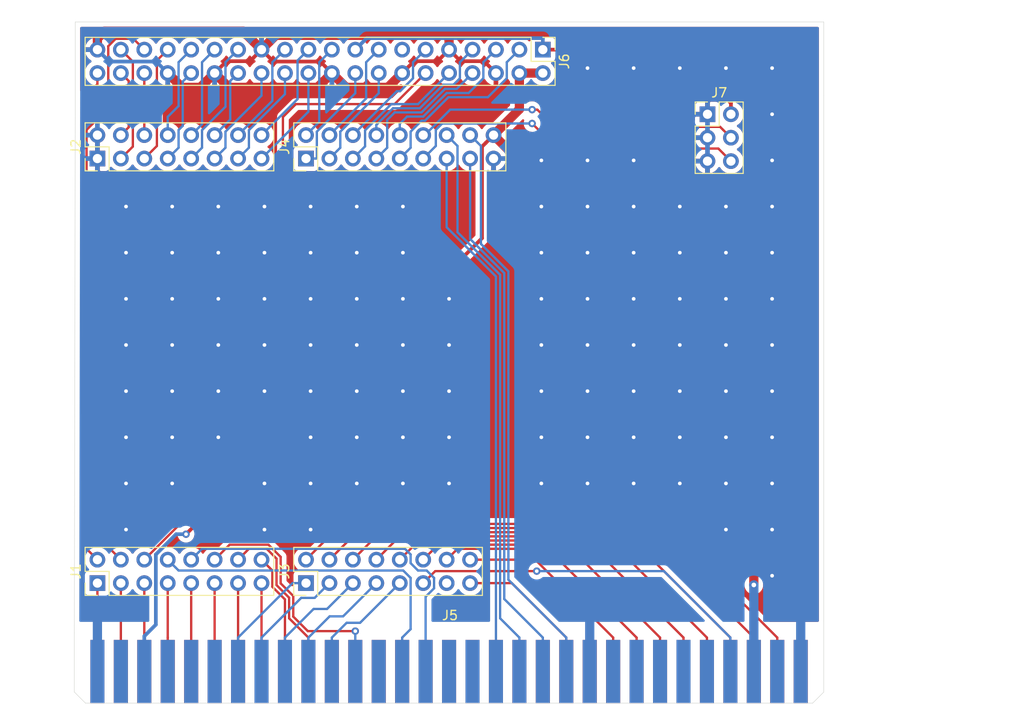
<source format=kicad_pcb>
(kicad_pcb (version 20171130) (host pcbnew "(5.1.5)-3")

  (general
    (thickness 1.6)
    (drawings 10)
    (tracks 482)
    (zones 0)
    (modules 7)
    (nets 92)
  )

  (page A4)
  (layers
    (0 F.Cu signal)
    (31 B.Cu signal)
    (32 B.Adhes user)
    (33 F.Adhes user)
    (34 B.Paste user)
    (35 F.Paste user)
    (36 B.SilkS user)
    (37 F.SilkS user)
    (38 B.Mask user)
    (39 F.Mask user)
    (40 Dwgs.User user)
    (41 Cmts.User user)
    (42 Eco1.User user)
    (43 Eco2.User user)
    (44 Edge.Cuts user)
    (45 Margin user)
    (46 B.CrtYd user)
    (47 F.CrtYd user)
    (48 B.Fab user)
    (49 F.Fab user)
  )

  (setup
    (last_trace_width 0.25)
    (user_trace_width 0.4)
    (user_trace_width 0.5)
    (user_trace_width 0.9)
    (user_trace_width 1)
    (trace_clearance 0.2)
    (zone_clearance 0.508)
    (zone_45_only no)
    (trace_min 0.2)
    (via_size 0.8)
    (via_drill 0.4)
    (via_min_size 0.4)
    (via_min_drill 0.3)
    (uvia_size 0.3)
    (uvia_drill 0.1)
    (uvias_allowed no)
    (uvia_min_size 0.2)
    (uvia_min_drill 0.1)
    (edge_width 0.05)
    (segment_width 0.2)
    (pcb_text_width 0.3)
    (pcb_text_size 1.5 1.5)
    (mod_edge_width 0.12)
    (mod_text_size 1 1)
    (mod_text_width 0.15)
    (pad_size 1.524 1.524)
    (pad_drill 0.762)
    (pad_to_mask_clearance 0.051)
    (solder_mask_min_width 0.25)
    (aux_axis_origin 0 0)
    (visible_elements 7FFFFFFF)
    (pcbplotparams
      (layerselection 0x010fc_ffffffff)
      (usegerberextensions false)
      (usegerberattributes false)
      (usegerberadvancedattributes false)
      (creategerberjobfile false)
      (excludeedgelayer true)
      (linewidth 0.100000)
      (plotframeref false)
      (viasonmask false)
      (mode 1)
      (useauxorigin false)
      (hpglpennumber 1)
      (hpglpenspeed 20)
      (hpglpendiameter 15.000000)
      (psnegative false)
      (psa4output false)
      (plotreference true)
      (plotvalue true)
      (plotinvisibletext false)
      (padsonsilk false)
      (subtractmaskfromsilk false)
      (outputformat 1)
      (mirror false)
      (drillshape 0)
      (scaleselection 1)
      (outputdirectory "gerber/"))
  )

  (net 0 "")
  (net 1 A0)
  (net 2 A1)
  (net 3 A2)
  (net 4 A3)
  (net 5 A4)
  (net 6 A5)
  (net 7 A6)
  (net 8 A7)
  (net 9 D0)
  (net 10 D1)
  (net 11 D2)
  (net 12 D3)
  (net 13 D4)
  (net 14 D5)
  (net 15 D6)
  (net 16 D7)
  (net 17 GND)
  (net 18 VCC)
  (net 19 ~MEMR)
  (net 20 ~MEMW)
  (net 21 A8)
  (net 22 A9)
  (net 23 AEN)
  (net 24 ~IOW)
  (net 25 ~IOR)
  (net 26 "Net-(J5-Pad41)")
  (net 27 "Net-(J5-Pad32)")
  (net 28 "Net-(J5-Pad30)")
  (net 29 "Net-(J5-Pad28)")
  (net 30 "Net-(J5-Pad27)")
  (net 31 "Net-(J5-Pad26)")
  (net 32 "Net-(J5-Pad19)")
  (net 33 "Net-(J5-Pad9)")
  (net 34 "Net-(J5-Pad8)")
  (net 35 "Net-(J5-Pad7)")
  (net 36 "Net-(J5-Pad6)")
  (net 37 "Net-(J5-Pad5)")
  (net 38 PCM_OUT)
  (net 39 PCM_FS)
  (net 40 "Net-(J6-Pad13)")
  (net 41 PCM_CLK)
  (net 42 CLK)
  (net 43 MIDI_OUT)
  (net 44 SPDIF_OUT)
  (net 45 RP13)
  (net 46 RP12)
  (net 47 RP11)
  (net 48 RP10)
  (net 49 RP9)
  (net 50 RP8)
  (net 51 RP7)
  (net 52 RP6)
  (net 53 RP5)
  (net 54 RP4)
  (net 55 RP3)
  (net 56 RP2)
  (net 57 RP1)
  (net 58 RP0)
  (net 59 "Net-(J3-Pad13)")
  (net 60 IRQ2)
  (net 61 IRQ3)
  (net 62 IRQ4)
  (net 63 IRQ5)
  (net 64 IRQ6)
  (net 65 IRQ7)
  (net 66 DRQ1)
  (net 67 ~DACK1)
  (net 68 RP23)
  (net 69 RP22)
  (net 70 RP21)
  (net 71 RP20)
  (net 72 RP19)
  (net 73 RP18)
  (net 74 RP17)
  (net 75 RP16)
  (net 76 RP15)
  (net 77 RP14)
  (net 78 "Net-(J5-Pad52)")
  (net 79 "Net-(J5-Pad51)")
  (net 80 "Net-(J5-Pad50)")
  (net 81 "Net-(J5-Pad49)")
  (net 82 "Net-(J5-Pad48)")
  (net 83 "Net-(J5-Pad47)")
  (net 84 "Net-(J5-Pad46)")
  (net 85 "Net-(J5-Pad45)")
  (net 86 "Net-(J5-Pad44)")
  (net 87 "Net-(J5-Pad43)")
  (net 88 DRQ2)
  (net 89 ~DACK3)
  (net 90 "Net-(J5-Pad2)")
  (net 91 V3)

  (net_class Default "This is the default net class."
    (clearance 0.2)
    (trace_width 0.25)
    (via_dia 0.8)
    (via_drill 0.4)
    (uvia_dia 0.3)
    (uvia_drill 0.1)
    (add_net A0)
    (add_net A1)
    (add_net A2)
    (add_net A3)
    (add_net A4)
    (add_net A5)
    (add_net A6)
    (add_net A7)
    (add_net A8)
    (add_net A9)
    (add_net AEN)
    (add_net CLK)
    (add_net D0)
    (add_net D1)
    (add_net D2)
    (add_net D3)
    (add_net D4)
    (add_net D5)
    (add_net D6)
    (add_net D7)
    (add_net DRQ1)
    (add_net DRQ2)
    (add_net GND)
    (add_net IRQ2)
    (add_net IRQ3)
    (add_net IRQ4)
    (add_net IRQ5)
    (add_net IRQ6)
    (add_net IRQ7)
    (add_net MIDI_OUT)
    (add_net "Net-(J3-Pad13)")
    (add_net "Net-(J5-Pad19)")
    (add_net "Net-(J5-Pad2)")
    (add_net "Net-(J5-Pad26)")
    (add_net "Net-(J5-Pad27)")
    (add_net "Net-(J5-Pad28)")
    (add_net "Net-(J5-Pad30)")
    (add_net "Net-(J5-Pad32)")
    (add_net "Net-(J5-Pad41)")
    (add_net "Net-(J5-Pad43)")
    (add_net "Net-(J5-Pad44)")
    (add_net "Net-(J5-Pad45)")
    (add_net "Net-(J5-Pad46)")
    (add_net "Net-(J5-Pad47)")
    (add_net "Net-(J5-Pad48)")
    (add_net "Net-(J5-Pad49)")
    (add_net "Net-(J5-Pad5)")
    (add_net "Net-(J5-Pad50)")
    (add_net "Net-(J5-Pad51)")
    (add_net "Net-(J5-Pad52)")
    (add_net "Net-(J5-Pad6)")
    (add_net "Net-(J5-Pad7)")
    (add_net "Net-(J5-Pad8)")
    (add_net "Net-(J5-Pad9)")
    (add_net "Net-(J6-Pad13)")
    (add_net PCM_CLK)
    (add_net PCM_FS)
    (add_net PCM_OUT)
    (add_net RP0)
    (add_net RP1)
    (add_net RP10)
    (add_net RP11)
    (add_net RP12)
    (add_net RP13)
    (add_net RP14)
    (add_net RP15)
    (add_net RP16)
    (add_net RP17)
    (add_net RP18)
    (add_net RP19)
    (add_net RP2)
    (add_net RP20)
    (add_net RP21)
    (add_net RP22)
    (add_net RP23)
    (add_net RP3)
    (add_net RP4)
    (add_net RP5)
    (add_net RP6)
    (add_net RP7)
    (add_net RP8)
    (add_net RP9)
    (add_net SPDIF_OUT)
    (add_net V3)
    (add_net VCC)
    (add_net ~DACK1)
    (add_net ~DACK3)
    (add_net ~IOR)
    (add_net ~IOW)
    (add_net ~MEMR)
    (add_net ~MEMW)
  )

  (module Connector_PinHeader_2.54mm:PinHeader_2x20_P2.54mm_Vertical (layer F.Cu) (tedit 59FED5CC) (tstamp 61AB8859)
    (at 150.16 53 270)
    (descr "Through hole straight pin header, 2x20, 2.54mm pitch, double rows")
    (tags "Through hole pin header THT 2x20 2.54mm double row")
    (path /61ACC25B)
    (fp_text reference J6 (at 1.27 -2.33 90) (layer F.SilkS)
      (effects (font (size 1 1) (thickness 0.15)))
    )
    (fp_text value Raspberry_Pi_2_3 (at 1.27 50.59 90) (layer F.Fab)
      (effects (font (size 1 1) (thickness 0.15)))
    )
    (fp_text user %R (at 1.27 24.13) (layer F.Fab)
      (effects (font (size 1 1) (thickness 0.15)))
    )
    (fp_line (start 4.35 -1.8) (end -1.8 -1.8) (layer F.CrtYd) (width 0.05))
    (fp_line (start 4.35 50.05) (end 4.35 -1.8) (layer F.CrtYd) (width 0.05))
    (fp_line (start -1.8 50.05) (end 4.35 50.05) (layer F.CrtYd) (width 0.05))
    (fp_line (start -1.8 -1.8) (end -1.8 50.05) (layer F.CrtYd) (width 0.05))
    (fp_line (start -1.33 -1.33) (end 0 -1.33) (layer F.SilkS) (width 0.12))
    (fp_line (start -1.33 0) (end -1.33 -1.33) (layer F.SilkS) (width 0.12))
    (fp_line (start 1.27 -1.33) (end 3.87 -1.33) (layer F.SilkS) (width 0.12))
    (fp_line (start 1.27 1.27) (end 1.27 -1.33) (layer F.SilkS) (width 0.12))
    (fp_line (start -1.33 1.27) (end 1.27 1.27) (layer F.SilkS) (width 0.12))
    (fp_line (start 3.87 -1.33) (end 3.87 49.59) (layer F.SilkS) (width 0.12))
    (fp_line (start -1.33 1.27) (end -1.33 49.59) (layer F.SilkS) (width 0.12))
    (fp_line (start -1.33 49.59) (end 3.87 49.59) (layer F.SilkS) (width 0.12))
    (fp_line (start -1.27 0) (end 0 -1.27) (layer F.Fab) (width 0.1))
    (fp_line (start -1.27 49.53) (end -1.27 0) (layer F.Fab) (width 0.1))
    (fp_line (start 3.81 49.53) (end -1.27 49.53) (layer F.Fab) (width 0.1))
    (fp_line (start 3.81 -1.27) (end 3.81 49.53) (layer F.Fab) (width 0.1))
    (fp_line (start 0 -1.27) (end 3.81 -1.27) (layer F.Fab) (width 0.1))
    (pad 40 thru_hole oval (at 2.54 48.26 270) (size 1.7 1.7) (drill 1) (layers *.Cu *.Mask)
      (net 38 PCM_OUT))
    (pad 39 thru_hole oval (at 0 48.26 270) (size 1.7 1.7) (drill 1) (layers *.Cu *.Mask)
      (net 17 GND))
    (pad 38 thru_hole oval (at 2.54 45.72 270) (size 1.7 1.7) (drill 1) (layers *.Cu *.Mask)
      (net 73 RP18))
    (pad 37 thru_hole oval (at 0 45.72 270) (size 1.7 1.7) (drill 1) (layers *.Cu *.Mask)
      (net 68 RP23))
    (pad 36 thru_hole oval (at 2.54 43.18 270) (size 1.7 1.7) (drill 1) (layers *.Cu *.Mask)
      (net 75 RP16))
    (pad 35 thru_hole oval (at 0 43.18 270) (size 1.7 1.7) (drill 1) (layers *.Cu *.Mask)
      (net 39 PCM_FS))
    (pad 34 thru_hole oval (at 2.54 40.64 270) (size 1.7 1.7) (drill 1) (layers *.Cu *.Mask)
      (net 17 GND))
    (pad 33 thru_hole oval (at 0 40.64 270) (size 1.7 1.7) (drill 1) (layers *.Cu *.Mask)
      (net 45 RP13))
    (pad 32 thru_hole oval (at 2.54 38.1 270) (size 1.7 1.7) (drill 1) (layers *.Cu *.Mask)
      (net 46 RP12))
    (pad 31 thru_hole oval (at 0 38.1 270) (size 1.7 1.7) (drill 1) (layers *.Cu *.Mask)
      (net 52 RP6))
    (pad 30 thru_hole oval (at 2.54 35.56 270) (size 1.7 1.7) (drill 1) (layers *.Cu *.Mask)
      (net 17 GND))
    (pad 29 thru_hole oval (at 0 35.56 270) (size 1.7 1.7) (drill 1) (layers *.Cu *.Mask)
      (net 53 RP5))
    (pad 28 thru_hole oval (at 2.54 33.02 270) (size 1.7 1.7) (drill 1) (layers *.Cu *.Mask)
      (net 57 RP1))
    (pad 27 thru_hole oval (at 0 33.02 270) (size 1.7 1.7) (drill 1) (layers *.Cu *.Mask)
      (net 58 RP0))
    (pad 26 thru_hole oval (at 2.54 30.48 270) (size 1.7 1.7) (drill 1) (layers *.Cu *.Mask)
      (net 51 RP7))
    (pad 25 thru_hole oval (at 0 30.48 270) (size 1.7 1.7) (drill 1) (layers *.Cu *.Mask)
      (net 17 GND))
    (pad 24 thru_hole oval (at 2.54 27.94 270) (size 1.7 1.7) (drill 1) (layers *.Cu *.Mask)
      (net 50 RP8))
    (pad 23 thru_hole oval (at 0 27.94 270) (size 1.7 1.7) (drill 1) (layers *.Cu *.Mask)
      (net 47 RP11))
    (pad 22 thru_hole oval (at 2.54 25.4 270) (size 1.7 1.7) (drill 1) (layers *.Cu *.Mask)
      (net 69 RP22))
    (pad 21 thru_hole oval (at 0 25.4 270) (size 1.7 1.7) (drill 1) (layers *.Cu *.Mask)
      (net 49 RP9))
    (pad 20 thru_hole oval (at 2.54 22.86 270) (size 1.7 1.7) (drill 1) (layers *.Cu *.Mask)
      (net 17 GND))
    (pad 19 thru_hole oval (at 0 22.86 270) (size 1.7 1.7) (drill 1) (layers *.Cu *.Mask)
      (net 48 RP10))
    (pad 18 thru_hole oval (at 2.54 20.32 270) (size 1.7 1.7) (drill 1) (layers *.Cu *.Mask)
      (net 70 RP21))
    (pad 17 thru_hole oval (at 0 20.32 270) (size 1.7 1.7) (drill 1) (layers *.Cu *.Mask)
      (net 91 V3))
    (pad 16 thru_hole oval (at 2.54 17.78 270) (size 1.7 1.7) (drill 1) (layers *.Cu *.Mask)
      (net 71 RP20))
    (pad 15 thru_hole oval (at 0 17.78 270) (size 1.7 1.7) (drill 1) (layers *.Cu *.Mask)
      (net 72 RP19))
    (pad 14 thru_hole oval (at 2.54 15.24 270) (size 1.7 1.7) (drill 1) (layers *.Cu *.Mask)
      (net 17 GND))
    (pad 13 thru_hole oval (at 0 15.24 270) (size 1.7 1.7) (drill 1) (layers *.Cu *.Mask)
      (net 40 "Net-(J6-Pad13)"))
    (pad 12 thru_hole oval (at 2.54 12.7 270) (size 1.7 1.7) (drill 1) (layers *.Cu *.Mask)
      (net 41 PCM_CLK))
    (pad 11 thru_hole oval (at 0 12.7 270) (size 1.7 1.7) (drill 1) (layers *.Cu *.Mask)
      (net 74 RP17))
    (pad 10 thru_hole oval (at 2.54 10.16 270) (size 1.7 1.7) (drill 1) (layers *.Cu *.Mask)
      (net 76 RP15))
    (pad 9 thru_hole oval (at 0 10.16 270) (size 1.7 1.7) (drill 1) (layers *.Cu *.Mask)
      (net 17 GND))
    (pad 8 thru_hole oval (at 2.54 7.62 270) (size 1.7 1.7) (drill 1) (layers *.Cu *.Mask)
      (net 77 RP14))
    (pad 7 thru_hole oval (at 0 7.62 270) (size 1.7 1.7) (drill 1) (layers *.Cu *.Mask)
      (net 54 RP4))
    (pad 6 thru_hole oval (at 2.54 5.08 270) (size 1.7 1.7) (drill 1) (layers *.Cu *.Mask)
      (net 17 GND))
    (pad 5 thru_hole oval (at 0 5.08 270) (size 1.7 1.7) (drill 1) (layers *.Cu *.Mask)
      (net 55 RP3))
    (pad 4 thru_hole oval (at 2.54 2.54 270) (size 1.7 1.7) (drill 1) (layers *.Cu *.Mask)
      (net 18 VCC))
    (pad 3 thru_hole oval (at 0 2.54 270) (size 1.7 1.7) (drill 1) (layers *.Cu *.Mask)
      (net 56 RP2))
    (pad 2 thru_hole oval (at 2.54 0 270) (size 1.7 1.7) (drill 1) (layers *.Cu *.Mask)
      (net 18 VCC))
    (pad 1 thru_hole rect (at 0 0 270) (size 1.7 1.7) (drill 1) (layers *.Cu *.Mask)
      (net 91 V3))
    (model ${KISYS3DMOD}/Connector_PinHeader_2.54mm.3dshapes/PinHeader_2x20_P2.54mm_Vertical.wrl
      (at (xyz 0 0 0))
      (scale (xyz 1 1 1))
      (rotate (xyz 0 0 0))
    )
  )

  (module Connector_PinHeader_2.54mm:PinHeader_2x03_P2.54mm_Vertical (layer F.Cu) (tedit 59FED5CC) (tstamp 61B3B8F7)
    (at 168 60)
    (descr "Through hole straight pin header, 2x03, 2.54mm pitch, double rows")
    (tags "Through hole pin header THT 2x03 2.54mm double row")
    (path /61B43CFC)
    (fp_text reference J7 (at 1.27 -2.33) (layer F.SilkS)
      (effects (font (size 1 1) (thickness 0.15)))
    )
    (fp_text value Conn_02x03_Odd_Even (at 1.27 7.41) (layer F.Fab)
      (effects (font (size 1 1) (thickness 0.15)))
    )
    (fp_text user %R (at 1.27 2.54 90) (layer F.Fab)
      (effects (font (size 1 1) (thickness 0.15)))
    )
    (fp_line (start 4.35 -1.8) (end -1.8 -1.8) (layer F.CrtYd) (width 0.05))
    (fp_line (start 4.35 6.85) (end 4.35 -1.8) (layer F.CrtYd) (width 0.05))
    (fp_line (start -1.8 6.85) (end 4.35 6.85) (layer F.CrtYd) (width 0.05))
    (fp_line (start -1.8 -1.8) (end -1.8 6.85) (layer F.CrtYd) (width 0.05))
    (fp_line (start -1.33 -1.33) (end 0 -1.33) (layer F.SilkS) (width 0.12))
    (fp_line (start -1.33 0) (end -1.33 -1.33) (layer F.SilkS) (width 0.12))
    (fp_line (start 1.27 -1.33) (end 3.87 -1.33) (layer F.SilkS) (width 0.12))
    (fp_line (start 1.27 1.27) (end 1.27 -1.33) (layer F.SilkS) (width 0.12))
    (fp_line (start -1.33 1.27) (end 1.27 1.27) (layer F.SilkS) (width 0.12))
    (fp_line (start 3.87 -1.33) (end 3.87 6.41) (layer F.SilkS) (width 0.12))
    (fp_line (start -1.33 1.27) (end -1.33 6.41) (layer F.SilkS) (width 0.12))
    (fp_line (start -1.33 6.41) (end 3.87 6.41) (layer F.SilkS) (width 0.12))
    (fp_line (start -1.27 0) (end 0 -1.27) (layer F.Fab) (width 0.1))
    (fp_line (start -1.27 6.35) (end -1.27 0) (layer F.Fab) (width 0.1))
    (fp_line (start 3.81 6.35) (end -1.27 6.35) (layer F.Fab) (width 0.1))
    (fp_line (start 3.81 -1.27) (end 3.81 6.35) (layer F.Fab) (width 0.1))
    (fp_line (start 0 -1.27) (end 3.81 -1.27) (layer F.Fab) (width 0.1))
    (pad 6 thru_hole oval (at 2.54 5.08) (size 1.7 1.7) (drill 1) (layers *.Cu *.Mask)
      (net 44 SPDIF_OUT))
    (pad 5 thru_hole oval (at 0 5.08) (size 1.7 1.7) (drill 1) (layers *.Cu *.Mask)
      (net 17 GND))
    (pad 4 thru_hole oval (at 2.54 2.54) (size 1.7 1.7) (drill 1) (layers *.Cu *.Mask)
      (net 43 MIDI_OUT))
    (pad 3 thru_hole oval (at 0 2.54) (size 1.7 1.7) (drill 1) (layers *.Cu *.Mask)
      (net 17 GND))
    (pad 2 thru_hole oval (at 2.54 0) (size 1.7 1.7) (drill 1) (layers *.Cu *.Mask)
      (net 91 V3))
    (pad 1 thru_hole rect (at 0 0) (size 1.7 1.7) (drill 1) (layers *.Cu *.Mask)
      (net 17 GND))
    (model ${KISYS3DMOD}/Connector_PinHeader_2.54mm.3dshapes/PinHeader_2x03_P2.54mm_Vertical.wrl
      (at (xyz 0 0 0))
      (scale (xyz 1 1 1))
      (rotate (xyz 0 0 0))
    )
  )

  (module Connector_PinHeader_2.54mm:PinHeader_2x08_P2.54mm_Vertical (layer F.Cu) (tedit 59FED5CC) (tstamp 61AB3B72)
    (at 124.5 110.8 90)
    (descr "Through hole straight pin header, 2x08, 2.54mm pitch, double rows")
    (tags "Through hole pin header THT 2x08 2.54mm double row")
    (path /61AB48FD)
    (fp_text reference J3 (at 1.27 -2.33 90) (layer F.SilkS)
      (effects (font (size 1 1) (thickness 0.15)))
    )
    (fp_text value Conn_02x08_Odd_Even (at 1.27 20.11 90) (layer F.Fab)
      (effects (font (size 1 1) (thickness 0.15)))
    )
    (fp_text user %R (at 1.27 8.89) (layer F.Fab)
      (effects (font (size 1 1) (thickness 0.15)))
    )
    (fp_line (start 4.35 -1.8) (end -1.8 -1.8) (layer F.CrtYd) (width 0.05))
    (fp_line (start 4.35 19.55) (end 4.35 -1.8) (layer F.CrtYd) (width 0.05))
    (fp_line (start -1.8 19.55) (end 4.35 19.55) (layer F.CrtYd) (width 0.05))
    (fp_line (start -1.8 -1.8) (end -1.8 19.55) (layer F.CrtYd) (width 0.05))
    (fp_line (start -1.33 -1.33) (end 0 -1.33) (layer F.SilkS) (width 0.12))
    (fp_line (start -1.33 0) (end -1.33 -1.33) (layer F.SilkS) (width 0.12))
    (fp_line (start 1.27 -1.33) (end 3.87 -1.33) (layer F.SilkS) (width 0.12))
    (fp_line (start 1.27 1.27) (end 1.27 -1.33) (layer F.SilkS) (width 0.12))
    (fp_line (start -1.33 1.27) (end 1.27 1.27) (layer F.SilkS) (width 0.12))
    (fp_line (start 3.87 -1.33) (end 3.87 19.11) (layer F.SilkS) (width 0.12))
    (fp_line (start -1.33 1.27) (end -1.33 19.11) (layer F.SilkS) (width 0.12))
    (fp_line (start -1.33 19.11) (end 3.87 19.11) (layer F.SilkS) (width 0.12))
    (fp_line (start -1.27 0) (end 0 -1.27) (layer F.Fab) (width 0.1))
    (fp_line (start -1.27 19.05) (end -1.27 0) (layer F.Fab) (width 0.1))
    (fp_line (start 3.81 19.05) (end -1.27 19.05) (layer F.Fab) (width 0.1))
    (fp_line (start 3.81 -1.27) (end 3.81 19.05) (layer F.Fab) (width 0.1))
    (fp_line (start 0 -1.27) (end 3.81 -1.27) (layer F.Fab) (width 0.1))
    (pad 16 thru_hole oval (at 2.54 17.78 90) (size 1.7 1.7) (drill 1) (layers *.Cu *.Mask)
      (net 9 D0))
    (pad 15 thru_hole oval (at 0 17.78 90) (size 1.7 1.7) (drill 1) (layers *.Cu *.Mask)
      (net 23 AEN))
    (pad 14 thru_hole oval (at 2.54 15.24 90) (size 1.7 1.7) (drill 1) (layers *.Cu *.Mask)
      (net 10 D1))
    (pad 13 thru_hole oval (at 0 15.24 90) (size 1.7 1.7) (drill 1) (layers *.Cu *.Mask)
      (net 59 "Net-(J3-Pad13)"))
    (pad 12 thru_hole oval (at 2.54 12.7 90) (size 1.7 1.7) (drill 1) (layers *.Cu *.Mask)
      (net 11 D2))
    (pad 11 thru_hole oval (at 0 12.7 90) (size 1.7 1.7) (drill 1) (layers *.Cu *.Mask)
      (net 60 IRQ2))
    (pad 10 thru_hole oval (at 2.54 10.16 90) (size 1.7 1.7) (drill 1) (layers *.Cu *.Mask)
      (net 12 D3))
    (pad 9 thru_hole oval (at 0 10.16 90) (size 1.7 1.7) (drill 1) (layers *.Cu *.Mask)
      (net 65 IRQ7))
    (pad 8 thru_hole oval (at 2.54 7.62 90) (size 1.7 1.7) (drill 1) (layers *.Cu *.Mask)
      (net 13 D4))
    (pad 7 thru_hole oval (at 0 7.62 90) (size 1.7 1.7) (drill 1) (layers *.Cu *.Mask)
      (net 64 IRQ6))
    (pad 6 thru_hole oval (at 2.54 5.08 90) (size 1.7 1.7) (drill 1) (layers *.Cu *.Mask)
      (net 14 D5))
    (pad 5 thru_hole oval (at 0 5.08 90) (size 1.7 1.7) (drill 1) (layers *.Cu *.Mask)
      (net 63 IRQ5))
    (pad 4 thru_hole oval (at 2.54 2.54 90) (size 1.7 1.7) (drill 1) (layers *.Cu *.Mask)
      (net 15 D6))
    (pad 3 thru_hole oval (at 0 2.54 90) (size 1.7 1.7) (drill 1) (layers *.Cu *.Mask)
      (net 62 IRQ4))
    (pad 2 thru_hole oval (at 2.54 0 90) (size 1.7 1.7) (drill 1) (layers *.Cu *.Mask)
      (net 16 D7))
    (pad 1 thru_hole rect (at 0 0 90) (size 1.7 1.7) (drill 1) (layers *.Cu *.Mask)
      (net 61 IRQ3))
    (model ${KISYS3DMOD}/Connector_PinHeader_2.54mm.3dshapes/PinHeader_2x08_P2.54mm_Vertical.wrl
      (at (xyz 0 0 0))
      (scale (xyz 1 1 1))
      (rotate (xyz 0 0 0))
    )
  )

  (module Connector_PinHeader_2.54mm:PinHeader_2x09_P2.54mm_Vertical (layer F.Cu) (tedit 59FED5CC) (tstamp 61AB3B9A)
    (at 124.5 64.8 90)
    (descr "Through hole straight pin header, 2x09, 2.54mm pitch, double rows")
    (tags "Through hole pin header THT 2x09 2.54mm double row")
    (path /61AB979A)
    (fp_text reference J4 (at 1.27 -2.33 90) (layer F.SilkS)
      (effects (font (size 1 1) (thickness 0.15)))
    )
    (fp_text value Conn_02x09_Odd_Even (at 1.27 22.65 90) (layer F.Fab)
      (effects (font (size 1 1) (thickness 0.15)))
    )
    (fp_text user %R (at 1.27 10.16) (layer F.Fab)
      (effects (font (size 1 1) (thickness 0.15)))
    )
    (fp_line (start 4.35 -1.8) (end -1.8 -1.8) (layer F.CrtYd) (width 0.05))
    (fp_line (start 4.35 22.1) (end 4.35 -1.8) (layer F.CrtYd) (width 0.05))
    (fp_line (start -1.8 22.1) (end 4.35 22.1) (layer F.CrtYd) (width 0.05))
    (fp_line (start -1.8 -1.8) (end -1.8 22.1) (layer F.CrtYd) (width 0.05))
    (fp_line (start -1.33 -1.33) (end 0 -1.33) (layer F.SilkS) (width 0.12))
    (fp_line (start -1.33 0) (end -1.33 -1.33) (layer F.SilkS) (width 0.12))
    (fp_line (start 1.27 -1.33) (end 3.87 -1.33) (layer F.SilkS) (width 0.12))
    (fp_line (start 1.27 1.27) (end 1.27 -1.33) (layer F.SilkS) (width 0.12))
    (fp_line (start -1.33 1.27) (end 1.27 1.27) (layer F.SilkS) (width 0.12))
    (fp_line (start 3.87 -1.33) (end 3.87 21.65) (layer F.SilkS) (width 0.12))
    (fp_line (start -1.33 1.27) (end -1.33 21.65) (layer F.SilkS) (width 0.12))
    (fp_line (start -1.33 21.65) (end 3.87 21.65) (layer F.SilkS) (width 0.12))
    (fp_line (start -1.27 0) (end 0 -1.27) (layer F.Fab) (width 0.1))
    (fp_line (start -1.27 21.59) (end -1.27 0) (layer F.Fab) (width 0.1))
    (fp_line (start 3.81 21.59) (end -1.27 21.59) (layer F.Fab) (width 0.1))
    (fp_line (start 3.81 -1.27) (end 3.81 21.59) (layer F.Fab) (width 0.1))
    (fp_line (start 0 -1.27) (end 3.81 -1.27) (layer F.Fab) (width 0.1))
    (pad 18 thru_hole oval (at 2.54 20.32 90) (size 1.7 1.7) (drill 1) (layers *.Cu *.Mask)
      (net 18 VCC))
    (pad 17 thru_hole oval (at 0 20.32 90) (size 1.7 1.7) (drill 1) (layers *.Cu *.Mask)
      (net 17 GND))
    (pad 16 thru_hole oval (at 2.54 17.78 90) (size 1.7 1.7) (drill 1) (layers *.Cu *.Mask)
      (net 20 ~MEMW))
    (pad 15 thru_hole oval (at 0 17.78 90) (size 1.7 1.7) (drill 1) (layers *.Cu *.Mask)
      (net 19 ~MEMR))
    (pad 14 thru_hole oval (at 2.54 15.24 90) (size 1.7 1.7) (drill 1) (layers *.Cu *.Mask)
      (net 24 ~IOW))
    (pad 13 thru_hole oval (at 0 15.24 90) (size 1.7 1.7) (drill 1) (layers *.Cu *.Mask)
      (net 25 ~IOR))
    (pad 12 thru_hole oval (at 2.54 12.7 90) (size 1.7 1.7) (drill 1) (layers *.Cu *.Mask)
      (net 43 MIDI_OUT))
    (pad 11 thru_hole oval (at 0 12.7 90) (size 1.7 1.7) (drill 1) (layers *.Cu *.Mask)
      (net 44 SPDIF_OUT))
    (pad 10 thru_hole oval (at 2.54 10.16 90) (size 1.7 1.7) (drill 1) (layers *.Cu *.Mask)
      (net 55 RP3))
    (pad 9 thru_hole oval (at 0 10.16 90) (size 1.7 1.7) (drill 1) (layers *.Cu *.Mask)
      (net 56 RP2))
    (pad 8 thru_hole oval (at 2.54 7.62 90) (size 1.7 1.7) (drill 1) (layers *.Cu *.Mask)
      (net 54 RP4))
    (pad 7 thru_hole oval (at 0 7.62 90) (size 1.7 1.7) (drill 1) (layers *.Cu *.Mask)
      (net 77 RP14))
    (pad 6 thru_hole oval (at 2.54 5.08 90) (size 1.7 1.7) (drill 1) (layers *.Cu *.Mask)
      (net 74 RP17))
    (pad 5 thru_hole oval (at 0 5.08 90) (size 1.7 1.7) (drill 1) (layers *.Cu *.Mask)
      (net 76 RP15))
    (pad 4 thru_hole oval (at 2.54 2.54 90) (size 1.7 1.7) (drill 1) (layers *.Cu *.Mask)
      (net 72 RP19))
    (pad 3 thru_hole oval (at 0 2.54 90) (size 1.7 1.7) (drill 1) (layers *.Cu *.Mask)
      (net 71 RP20))
    (pad 2 thru_hole oval (at 2.54 0 90) (size 1.7 1.7) (drill 1) (layers *.Cu *.Mask)
      (net 48 RP10))
    (pad 1 thru_hole rect (at 0 0 90) (size 1.7 1.7) (drill 1) (layers *.Cu *.Mask)
      (net 70 RP21))
    (model ${KISYS3DMOD}/Connector_PinHeader_2.54mm.3dshapes/PinHeader_2x09_P2.54mm_Vertical.wrl
      (at (xyz 0 0 0))
      (scale (xyz 1 1 1))
      (rotate (xyz 0 0 0))
    )
  )

  (module Connector_PinHeader_2.54mm:PinHeader_2x08_P2.54mm_Vertical (layer F.Cu) (tedit 59FED5CC) (tstamp 61AB43FA)
    (at 101.9 64.8 90)
    (descr "Through hole straight pin header, 2x08, 2.54mm pitch, double rows")
    (tags "Through hole pin header THT 2x08 2.54mm double row")
    (path /61AB892D)
    (fp_text reference J2 (at 1.27 -2.33 90) (layer F.SilkS)
      (effects (font (size 1 1) (thickness 0.15)))
    )
    (fp_text value Conn_02x08_Odd_Even (at 1.27 20.11 90) (layer F.Fab)
      (effects (font (size 1 1) (thickness 0.15)))
    )
    (fp_text user %R (at 1.27 8.89) (layer F.Fab)
      (effects (font (size 1 1) (thickness 0.15)))
    )
    (fp_line (start 4.35 -1.8) (end -1.8 -1.8) (layer F.CrtYd) (width 0.05))
    (fp_line (start 4.35 19.55) (end 4.35 -1.8) (layer F.CrtYd) (width 0.05))
    (fp_line (start -1.8 19.55) (end 4.35 19.55) (layer F.CrtYd) (width 0.05))
    (fp_line (start -1.8 -1.8) (end -1.8 19.55) (layer F.CrtYd) (width 0.05))
    (fp_line (start -1.33 -1.33) (end 0 -1.33) (layer F.SilkS) (width 0.12))
    (fp_line (start -1.33 0) (end -1.33 -1.33) (layer F.SilkS) (width 0.12))
    (fp_line (start 1.27 -1.33) (end 3.87 -1.33) (layer F.SilkS) (width 0.12))
    (fp_line (start 1.27 1.27) (end 1.27 -1.33) (layer F.SilkS) (width 0.12))
    (fp_line (start -1.33 1.27) (end 1.27 1.27) (layer F.SilkS) (width 0.12))
    (fp_line (start 3.87 -1.33) (end 3.87 19.11) (layer F.SilkS) (width 0.12))
    (fp_line (start -1.33 1.27) (end -1.33 19.11) (layer F.SilkS) (width 0.12))
    (fp_line (start -1.33 19.11) (end 3.87 19.11) (layer F.SilkS) (width 0.12))
    (fp_line (start -1.27 0) (end 0 -1.27) (layer F.Fab) (width 0.1))
    (fp_line (start -1.27 19.05) (end -1.27 0) (layer F.Fab) (width 0.1))
    (fp_line (start 3.81 19.05) (end -1.27 19.05) (layer F.Fab) (width 0.1))
    (fp_line (start 3.81 -1.27) (end 3.81 19.05) (layer F.Fab) (width 0.1))
    (fp_line (start 0 -1.27) (end 3.81 -1.27) (layer F.Fab) (width 0.1))
    (pad 16 thru_hole oval (at 2.54 17.78 90) (size 1.7 1.7) (drill 1) (layers *.Cu *.Mask)
      (net 49 RP9))
    (pad 15 thru_hole oval (at 0 17.78 90) (size 1.7 1.7) (drill 1) (layers *.Cu *.Mask)
      (net 69 RP22))
    (pad 14 thru_hole oval (at 2.54 15.24 90) (size 1.7 1.7) (drill 1) (layers *.Cu *.Mask)
      (net 47 RP11))
    (pad 13 thru_hole oval (at 0 15.24 90) (size 1.7 1.7) (drill 1) (layers *.Cu *.Mask)
      (net 50 RP8))
    (pad 12 thru_hole oval (at 2.54 12.7 90) (size 1.7 1.7) (drill 1) (layers *.Cu *.Mask)
      (net 57 RP1))
    (pad 11 thru_hole oval (at 0 12.7 90) (size 1.7 1.7) (drill 1) (layers *.Cu *.Mask)
      (net 51 RP7))
    (pad 10 thru_hole oval (at 2.54 10.16 90) (size 1.7 1.7) (drill 1) (layers *.Cu *.Mask)
      (net 53 RP5))
    (pad 9 thru_hole oval (at 0 10.16 90) (size 1.7 1.7) (drill 1) (layers *.Cu *.Mask)
      (net 58 RP0))
    (pad 8 thru_hole oval (at 2.54 7.62 90) (size 1.7 1.7) (drill 1) (layers *.Cu *.Mask)
      (net 52 RP6))
    (pad 7 thru_hole oval (at 0 7.62 90) (size 1.7 1.7) (drill 1) (layers *.Cu *.Mask)
      (net 46 RP12))
    (pad 6 thru_hole oval (at 2.54 5.08 90) (size 1.7 1.7) (drill 1) (layers *.Cu *.Mask)
      (net 75 RP16))
    (pad 5 thru_hole oval (at 0 5.08 90) (size 1.7 1.7) (drill 1) (layers *.Cu *.Mask)
      (net 45 RP13))
    (pad 4 thru_hole oval (at 2.54 2.54 90) (size 1.7 1.7) (drill 1) (layers *.Cu *.Mask)
      (net 73 RP18))
    (pad 3 thru_hole oval (at 0 2.54 90) (size 1.7 1.7) (drill 1) (layers *.Cu *.Mask)
      (net 68 RP23))
    (pad 2 thru_hole oval (at 2.54 0 90) (size 1.7 1.7) (drill 1) (layers *.Cu *.Mask)
      (net 17 GND))
    (pad 1 thru_hole rect (at 0 0 90) (size 1.7 1.7) (drill 1) (layers *.Cu *.Mask)
      (net 17 GND))
    (model ${KISYS3DMOD}/Connector_PinHeader_2.54mm.3dshapes/PinHeader_2x08_P2.54mm_Vertical.wrl
      (at (xyz 0 0 0))
      (scale (xyz 1 1 1))
      (rotate (xyz 0 0 0))
    )
  )

  (module Connector_PinHeader_2.54mm:PinHeader_2x08_P2.54mm_Vertical (layer F.Cu) (tedit 59FED5CC) (tstamp 61AB42EF)
    (at 101.9 110.8 90)
    (descr "Through hole straight pin header, 2x08, 2.54mm pitch, double rows")
    (tags "Through hole pin header THT 2x08 2.54mm double row")
    (path /61AB2F3E)
    (fp_text reference J1 (at 1.27 -2.33 90) (layer F.SilkS)
      (effects (font (size 1 1) (thickness 0.15)))
    )
    (fp_text value Conn_02x08_Odd_Even (at 1.27 20.11 90) (layer F.Fab)
      (effects (font (size 1 1) (thickness 0.15)))
    )
    (fp_text user %R (at 1.27 8.89) (layer F.Fab)
      (effects (font (size 1 1) (thickness 0.15)))
    )
    (fp_line (start 4.35 -1.8) (end -1.8 -1.8) (layer F.CrtYd) (width 0.05))
    (fp_line (start 4.35 19.55) (end 4.35 -1.8) (layer F.CrtYd) (width 0.05))
    (fp_line (start -1.8 19.55) (end 4.35 19.55) (layer F.CrtYd) (width 0.05))
    (fp_line (start -1.8 -1.8) (end -1.8 19.55) (layer F.CrtYd) (width 0.05))
    (fp_line (start -1.33 -1.33) (end 0 -1.33) (layer F.SilkS) (width 0.12))
    (fp_line (start -1.33 0) (end -1.33 -1.33) (layer F.SilkS) (width 0.12))
    (fp_line (start 1.27 -1.33) (end 3.87 -1.33) (layer F.SilkS) (width 0.12))
    (fp_line (start 1.27 1.27) (end 1.27 -1.33) (layer F.SilkS) (width 0.12))
    (fp_line (start -1.33 1.27) (end 1.27 1.27) (layer F.SilkS) (width 0.12))
    (fp_line (start 3.87 -1.33) (end 3.87 19.11) (layer F.SilkS) (width 0.12))
    (fp_line (start -1.33 1.27) (end -1.33 19.11) (layer F.SilkS) (width 0.12))
    (fp_line (start -1.33 19.11) (end 3.87 19.11) (layer F.SilkS) (width 0.12))
    (fp_line (start -1.27 0) (end 0 -1.27) (layer F.Fab) (width 0.1))
    (fp_line (start -1.27 19.05) (end -1.27 0) (layer F.Fab) (width 0.1))
    (fp_line (start 3.81 19.05) (end -1.27 19.05) (layer F.Fab) (width 0.1))
    (fp_line (start 3.81 -1.27) (end 3.81 19.05) (layer F.Fab) (width 0.1))
    (fp_line (start 0 -1.27) (end 3.81 -1.27) (layer F.Fab) (width 0.1))
    (pad 16 thru_hole oval (at 2.54 17.78 90) (size 1.7 1.7) (drill 1) (layers *.Cu *.Mask)
      (net 21 A8))
    (pad 15 thru_hole oval (at 0 17.78 90) (size 1.7 1.7) (drill 1) (layers *.Cu *.Mask)
      (net 8 A7))
    (pad 14 thru_hole oval (at 2.54 15.24 90) (size 1.7 1.7) (drill 1) (layers *.Cu *.Mask)
      (net 22 A9))
    (pad 13 thru_hole oval (at 0 15.24 90) (size 1.7 1.7) (drill 1) (layers *.Cu *.Mask)
      (net 7 A6))
    (pad 12 thru_hole oval (at 2.54 12.7 90) (size 1.7 1.7) (drill 1) (layers *.Cu *.Mask)
      (net 42 CLK))
    (pad 11 thru_hole oval (at 0 12.7 90) (size 1.7 1.7) (drill 1) (layers *.Cu *.Mask)
      (net 6 A5))
    (pad 10 thru_hole oval (at 2.54 10.16 90) (size 1.7 1.7) (drill 1) (layers *.Cu *.Mask)
      (net 67 ~DACK1))
    (pad 9 thru_hole oval (at 0 10.16 90) (size 1.7 1.7) (drill 1) (layers *.Cu *.Mask)
      (net 5 A4))
    (pad 8 thru_hole oval (at 2.54 7.62 90) (size 1.7 1.7) (drill 1) (layers *.Cu *.Mask)
      (net 66 DRQ1))
    (pad 7 thru_hole oval (at 0 7.62 90) (size 1.7 1.7) (drill 1) (layers *.Cu *.Mask)
      (net 4 A3))
    (pad 6 thru_hole oval (at 2.54 5.08 90) (size 1.7 1.7) (drill 1) (layers *.Cu *.Mask)
      (net 41 PCM_CLK))
    (pad 5 thru_hole oval (at 0 5.08 90) (size 1.7 1.7) (drill 1) (layers *.Cu *.Mask)
      (net 3 A2))
    (pad 4 thru_hole oval (at 2.54 2.54 90) (size 1.7 1.7) (drill 1) (layers *.Cu *.Mask)
      (net 39 PCM_FS))
    (pad 3 thru_hole oval (at 0 2.54 90) (size 1.7 1.7) (drill 1) (layers *.Cu *.Mask)
      (net 2 A1))
    (pad 2 thru_hole oval (at 2.54 0 90) (size 1.7 1.7) (drill 1) (layers *.Cu *.Mask)
      (net 38 PCM_OUT))
    (pad 1 thru_hole rect (at 0 0 90) (size 1.7 1.7) (drill 1) (layers *.Cu *.Mask)
      (net 1 A0))
    (model ${KISYS3DMOD}/Connector_PinHeader_2.54mm.3dshapes/PinHeader_2x08_P2.54mm_Vertical.wrl
      (at (xyz 0 0 0))
      (scale (xyz 1 1 1))
      (rotate (xyz 0 0 0))
    )
  )

  (module adlib:BUS_PC (layer F.Cu) (tedit 6131F7C6) (tstamp 61324941)
    (at 140 120)
    (descr "Connecteur Bus AT ISA 16 bits")
    (tags "CONN BUS ISA")
    (path /60DD7EBA)
    (fp_text reference J5 (at 0.1 -5.7) (layer F.SilkS)
      (effects (font (size 1 1) (thickness 0.15)))
    )
    (fp_text value Bus_ISA_8bit (at -43.815 -6.985) (layer F.Fab)
      (effects (font (size 1 1) (thickness 0.15)))
    )
    (fp_line (start 40.64 2.54) (end 39.37 3.81) (layer Dwgs.User) (width 0.1524))
    (fp_line (start 40.64 -3.81) (end 40.64 2.54) (layer Dwgs.User) (width 0.15))
    (fp_line (start -40.64 -3.81) (end 40.64 -3.81) (layer Dwgs.User) (width 0.15))
    (fp_line (start -40.64 2.54) (end -40.64 -3.81) (layer Dwgs.User) (width 0.15))
    (fp_line (start 39.37 3.81) (end -39.37 3.81) (layer Dwgs.User) (width 0.15))
    (fp_line (start -39.37 3.81) (end -40.64 2.54) (layer Dwgs.User) (width 0.1524))
    (fp_line (start 62.23 -3.81) (end 40.64 -3.81) (layer Dwgs.User) (width 0.1524))
    (pad 62 connect rect (at -38.1 0.381) (size 1.524 6.858) (layers F.Cu F.Mask)
      (net 1 A0))
    (pad 61 connect rect (at -35.56 0.381) (size 1.524 6.858) (layers F.Cu F.Mask)
      (net 2 A1))
    (pad 60 connect rect (at -33.02 0.381) (size 1.524 6.858) (layers F.Cu F.Mask)
      (net 3 A2))
    (pad 59 connect rect (at -30.48 0.381) (size 1.524 6.858) (layers F.Cu F.Mask)
      (net 4 A3))
    (pad 58 connect rect (at -27.94 0.381) (size 1.524 6.858) (layers F.Cu F.Mask)
      (net 5 A4))
    (pad 57 connect rect (at -25.4 0.381) (size 1.524 6.858) (layers F.Cu F.Mask)
      (net 6 A5))
    (pad 56 connect rect (at -22.86 0.381) (size 1.524 6.858) (layers F.Cu F.Mask)
      (net 7 A6))
    (pad 55 connect rect (at -20.32 0.381) (size 1.524 6.858) (layers F.Cu F.Mask)
      (net 8 A7))
    (pad 54 connect rect (at -17.78 0.381) (size 1.524 6.858) (layers F.Cu F.Mask)
      (net 21 A8))
    (pad 53 connect rect (at -15.24 0.381) (size 1.524 6.858) (layers F.Cu F.Mask)
      (net 22 A9))
    (pad 52 connect rect (at -12.7 0.381) (size 1.524 6.858) (layers F.Cu F.Mask)
      (net 78 "Net-(J5-Pad52)"))
    (pad 51 connect rect (at -10.16 0.381) (size 1.524 6.858) (layers F.Cu F.Mask)
      (net 79 "Net-(J5-Pad51)"))
    (pad 50 connect rect (at -7.62 0.381) (size 1.524 6.858) (layers F.Cu F.Mask)
      (net 80 "Net-(J5-Pad50)"))
    (pad 49 connect rect (at -5.08 0.381) (size 1.524 6.858) (layers F.Cu F.Mask)
      (net 81 "Net-(J5-Pad49)"))
    (pad 48 connect rect (at -2.54 0.381) (size 1.524 6.858) (layers F.Cu F.Mask)
      (net 82 "Net-(J5-Pad48)"))
    (pad 47 connect rect (at 0 0.381) (size 1.524 6.858) (layers F.Cu F.Mask)
      (net 83 "Net-(J5-Pad47)"))
    (pad 46 connect rect (at 2.54 0.381) (size 1.524 6.858) (layers F.Cu F.Mask)
      (net 84 "Net-(J5-Pad46)"))
    (pad 45 connect rect (at 5.08 0.381) (size 1.524 6.858) (layers F.Cu F.Mask)
      (net 85 "Net-(J5-Pad45)"))
    (pad 44 connect rect (at 7.62 0.381) (size 1.524 6.858) (layers F.Cu F.Mask)
      (net 86 "Net-(J5-Pad44)"))
    (pad 43 connect rect (at 10.16 0.381) (size 1.524 6.858) (layers F.Cu F.Mask)
      (net 87 "Net-(J5-Pad43)"))
    (pad 42 connect rect (at 12.7 0.381) (size 1.524 6.858) (layers F.Cu F.Mask)
      (net 23 AEN))
    (pad 41 connect rect (at 15.24 0.381) (size 1.524 6.858) (layers F.Cu F.Mask)
      (net 26 "Net-(J5-Pad41)"))
    (pad 40 connect rect (at 17.78 0.381) (size 1.524 6.858) (layers F.Cu F.Mask)
      (net 9 D0))
    (pad 39 connect rect (at 20.32 0.381) (size 1.524 6.858) (layers F.Cu F.Mask)
      (net 10 D1))
    (pad 38 connect rect (at 22.86 0.381) (size 1.524 6.858) (layers F.Cu F.Mask)
      (net 11 D2))
    (pad 37 connect rect (at 25.4 0.381) (size 1.524 6.858) (layers F.Cu F.Mask)
      (net 12 D3))
    (pad 36 connect rect (at 27.94 0.381) (size 1.524 6.858) (layers F.Cu F.Mask)
      (net 13 D4))
    (pad 35 connect rect (at 30.48 0.381) (size 1.524 6.858) (layers F.Cu F.Mask)
      (net 14 D5))
    (pad 34 connect rect (at 33.02 0.381) (size 1.524 6.858) (layers F.Cu F.Mask)
      (net 15 D6))
    (pad 33 connect rect (at 35.56 0.381) (size 1.524 6.858) (layers F.Cu F.Mask)
      (net 16 D7))
    (pad 32 connect rect (at 38.1 0.381) (size 1.524 6.858) (layers F.Cu F.Mask)
      (net 27 "Net-(J5-Pad32)"))
    (pad 31 connect rect (at -38.1 0.381) (size 1.524 6.858) (layers B.Cu B.Mask)
      (net 17 GND))
    (pad 30 connect rect (at -35.56 0.381) (size 1.524 6.858) (layers B.Cu B.Mask)
      (net 28 "Net-(J5-Pad30)"))
    (pad 29 connect rect (at -33.02 0.381) (size 1.524 6.858) (layers B.Cu B.Mask)
      (net 18 VCC))
    (pad 28 connect rect (at -30.48 0.381) (size 1.524 6.858) (layers B.Cu B.Mask)
      (net 29 "Net-(J5-Pad28)"))
    (pad 27 connect rect (at -27.94 0.381) (size 1.524 6.858) (layers B.Cu B.Mask)
      (net 30 "Net-(J5-Pad27)"))
    (pad 26 connect rect (at -25.4 0.381) (size 1.524 6.858) (layers B.Cu B.Mask)
      (net 31 "Net-(J5-Pad26)"))
    (pad 25 connect rect (at -22.86 0.381) (size 1.524 6.858) (layers B.Cu B.Mask)
      (net 61 IRQ3))
    (pad 24 connect rect (at -20.32 0.381) (size 1.524 6.858) (layers B.Cu B.Mask)
      (net 62 IRQ4))
    (pad 23 connect rect (at -17.78 0.381) (size 1.524 6.858) (layers B.Cu B.Mask)
      (net 63 IRQ5))
    (pad 22 connect rect (at -15.24 0.381) (size 1.524 6.858) (layers B.Cu B.Mask)
      (net 64 IRQ6))
    (pad 21 connect rect (at -12.7 0.381) (size 1.524 6.858) (layers B.Cu B.Mask)
      (net 65 IRQ7))
    (pad 20 connect rect (at -10.16 0.381) (size 1.524 6.858) (layers B.Cu B.Mask)
      (net 42 CLK))
    (pad 19 connect rect (at -7.62 0.381) (size 1.524 6.858) (layers B.Cu B.Mask)
      (net 32 "Net-(J5-Pad19)"))
    (pad 18 connect rect (at -5.08 0.381) (size 1.524 6.858) (layers B.Cu B.Mask)
      (net 66 DRQ1))
    (pad 17 connect rect (at -2.54 0.381) (size 1.524 6.858) (layers B.Cu B.Mask)
      (net 67 ~DACK1))
    (pad 16 connect rect (at 0 0.381) (size 1.524 6.858) (layers B.Cu B.Mask)
      (net 88 DRQ2))
    (pad 15 connect rect (at 2.54 0.381) (size 1.524 6.858) (layers B.Cu B.Mask)
      (net 89 ~DACK3))
    (pad 14 connect rect (at 5.08 0.381) (size 1.524 6.858) (layers B.Cu B.Mask)
      (net 25 ~IOR))
    (pad 13 connect rect (at 7.62 0.381) (size 1.524 6.858) (layers B.Cu B.Mask)
      (net 24 ~IOW))
    (pad 12 connect rect (at 10.16 0.381) (size 1.524 6.858) (layers B.Cu B.Mask)
      (net 19 ~MEMR))
    (pad 11 connect rect (at 12.7 0.381) (size 1.524 6.858) (layers B.Cu B.Mask)
      (net 20 ~MEMW))
    (pad 10 connect rect (at 15.24 0.381) (size 1.524 6.858) (layers B.Cu B.Mask)
      (net 17 GND))
    (pad 9 connect rect (at 17.78 0.381) (size 1.524 6.858) (layers B.Cu B.Mask)
      (net 33 "Net-(J5-Pad9)"))
    (pad 8 connect rect (at 20.32 0.381) (size 1.524 6.858) (layers B.Cu B.Mask)
      (net 34 "Net-(J5-Pad8)"))
    (pad 7 connect rect (at 22.86 0.381) (size 1.524 6.858) (layers B.Cu B.Mask)
      (net 35 "Net-(J5-Pad7)"))
    (pad 6 connect rect (at 25.4 0.381) (size 1.524 6.858) (layers B.Cu B.Mask)
      (net 36 "Net-(J5-Pad6)"))
    (pad 5 connect rect (at 27.94 0.381) (size 1.524 6.858) (layers B.Cu B.Mask)
      (net 37 "Net-(J5-Pad5)"))
    (pad 4 connect rect (at 30.48 0.381) (size 1.524 6.858) (layers B.Cu B.Mask)
      (net 60 IRQ2))
    (pad 3 connect rect (at 33.02 0.381) (size 1.524 6.858) (layers B.Cu B.Mask)
      (net 18 VCC))
    (pad 2 connect rect (at 35.56 0.381) (size 1.524 6.858) (layers B.Cu B.Mask)
      (net 90 "Net-(J5-Pad2)"))
    (pad 1 connect rect (at 38.1 0.381) (size 1.524 6.858) (layers B.Cu B.Mask)
      (net 17 GND))
  )

  (gr_line (start 99.5 50) (end 99.5 58) (layer Edge.Cuts) (width 0.05) (tstamp 61B353DF))
  (gr_line (start 180.6 50) (end 99.5 50) (layer Edge.Cuts) (width 0.05))
  (gr_line (start 180.6 58) (end 180.6 50) (layer Edge.Cuts) (width 0.05))
  (gr_line (start 99.4 116.2) (end 99.5 58) (layer Edge.Cuts) (width 0.05))
  (gr_line (start 180.6 114.9) (end 180.6 58) (layer Edge.Cuts) (width 0.05))
  (gr_line (start 99.4 122.6) (end 99.4 116.2) (layer Edge.Cuts) (width 0.05))
  (gr_line (start 100.6 123.8) (end 99.4 122.6) (layer Edge.Cuts) (width 0.05))
  (gr_line (start 179.4 123.8) (end 100.6 123.8) (layer Edge.Cuts) (width 0.05))
  (gr_line (start 180.6 122.6) (end 180.6 114.9) (layer Edge.Cuts) (width 0.05))
  (gr_line (start 179.4 123.8) (end 180.6 122.6) (layer Edge.Cuts) (width 0.05))

  (segment (start 101.9 120.381) (end 101.9 110.8) (width 0.25) (layer F.Cu) (net 1))
  (segment (start 104.44 120.381) (end 104.44 110.8) (width 0.25) (layer F.Cu) (net 2))
  (segment (start 106.98 116.702) (end 106.98 110.8) (width 0.25) (layer F.Cu) (net 3))
  (segment (start 106.98 120.381) (end 106.98 116.702) (width 0.25) (layer F.Cu) (net 3))
  (segment (start 109.52 116.702) (end 109.52 110.8) (width 0.25) (layer F.Cu) (net 4))
  (segment (start 109.52 120.381) (end 109.52 116.702) (width 0.25) (layer F.Cu) (net 4))
  (segment (start 112.06 120.381) (end 112.06 110.8) (width 0.25) (layer F.Cu) (net 5))
  (segment (start 114.6 120.381) (end 114.6 110.8) (width 0.25) (layer F.Cu) (net 6))
  (segment (start 117.14 120.381) (end 117.14 110.8) (width 0.25) (layer F.Cu) (net 7))
  (segment (start 119.68 120.381) (end 119.68 110.8) (width 0.25) (layer F.Cu) (net 8))
  (segment (start 143.482081 108.26) (end 142.28 108.26) (width 0.25) (layer F.Cu) (net 9))
  (segment (start 149.338 108.26) (end 143.482081 108.26) (width 0.25) (layer F.Cu) (net 9))
  (segment (start 157.78 116.702) (end 149.338 108.26) (width 0.25) (layer F.Cu) (net 9))
  (segment (start 157.78 120.381) (end 157.78 116.702) (width 0.25) (layer F.Cu) (net 9))
  (segment (start 140.589999 107.410001) (end 139.74 108.26) (width 0.25) (layer F.Cu) (net 10))
  (segment (start 140.915001 107.084999) (end 140.589999 107.410001) (width 0.25) (layer F.Cu) (net 10))
  (segment (start 160.32 116.702) (end 150.702999 107.084999) (width 0.25) (layer F.Cu) (net 10))
  (segment (start 150.702999 107.084999) (end 140.915001 107.084999) (width 0.25) (layer F.Cu) (net 10))
  (segment (start 160.32 120.381) (end 160.32 116.702) (width 0.25) (layer F.Cu) (net 10))
  (segment (start 152.79299 106.63499) (end 138.82501 106.63499) (width 0.25) (layer F.Cu) (net 11))
  (segment (start 138.82501 106.63499) (end 138.049999 107.410001) (width 0.25) (layer F.Cu) (net 11))
  (segment (start 162.86 116.702) (end 152.79299 106.63499) (width 0.25) (layer F.Cu) (net 11))
  (segment (start 138.049999 107.410001) (end 137.2 108.26) (width 0.25) (layer F.Cu) (net 11))
  (segment (start 162.86 120.381) (end 162.86 116.702) (width 0.25) (layer F.Cu) (net 11))
  (segment (start 135.509999 107.410001) (end 134.66 108.26) (width 0.25) (layer F.Cu) (net 12))
  (segment (start 165.4 116.702) (end 154.88298 106.18498) (width 0.25) (layer F.Cu) (net 12))
  (segment (start 136.73502 106.18498) (end 135.509999 107.410001) (width 0.25) (layer F.Cu) (net 12))
  (segment (start 154.88298 106.18498) (end 136.73502 106.18498) (width 0.25) (layer F.Cu) (net 12))
  (segment (start 165.4 120.381) (end 165.4 116.702) (width 0.25) (layer F.Cu) (net 12))
  (segment (start 134.645029 105.734971) (end 132.969999 107.410001) (width 0.25) (layer F.Cu) (net 13))
  (segment (start 132.969999 107.410001) (end 132.12 108.26) (width 0.25) (layer F.Cu) (net 13))
  (segment (start 156.972971 105.734971) (end 134.645029 105.734971) (width 0.25) (layer F.Cu) (net 13))
  (segment (start 167.94 116.702) (end 156.972971 105.734971) (width 0.25) (layer F.Cu) (net 13))
  (segment (start 167.94 120.381) (end 167.94 116.702) (width 0.25) (layer F.Cu) (net 13))
  (segment (start 132.555039 105.284961) (end 130.429999 107.410001) (width 0.25) (layer F.Cu) (net 14))
  (segment (start 159.062961 105.284961) (end 132.555039 105.284961) (width 0.25) (layer F.Cu) (net 14))
  (segment (start 170.48 116.702) (end 159.062961 105.284961) (width 0.25) (layer F.Cu) (net 14))
  (segment (start 130.429999 107.410001) (end 129.58 108.26) (width 0.25) (layer F.Cu) (net 14))
  (segment (start 170.48 120.381) (end 170.48 116.702) (width 0.25) (layer F.Cu) (net 14))
  (segment (start 127.889999 107.410001) (end 127.04 108.26) (width 0.25) (layer F.Cu) (net 15))
  (segment (start 130.465049 104.834951) (end 127.889999 107.410001) (width 0.25) (layer F.Cu) (net 15))
  (segment (start 161.152951 104.834951) (end 130.465049 104.834951) (width 0.25) (layer F.Cu) (net 15))
  (segment (start 173.02 116.702) (end 161.152951 104.834951) (width 0.25) (layer F.Cu) (net 15))
  (segment (start 173.02 120.381) (end 173.02 116.702) (width 0.25) (layer F.Cu) (net 15))
  (segment (start 125.349999 107.410001) (end 124.5 108.26) (width 0.25) (layer F.Cu) (net 16))
  (segment (start 163.242942 104.384942) (end 128.375058 104.384942) (width 0.25) (layer F.Cu) (net 16))
  (segment (start 128.375058 104.384942) (end 125.349999 107.410001) (width 0.25) (layer F.Cu) (net 16))
  (segment (start 175.56 116.702) (end 163.242942 104.384942) (width 0.25) (layer F.Cu) (net 16))
  (segment (start 175.56 120.381) (end 175.56 116.702) (width 0.25) (layer F.Cu) (net 16))
  (segment (start 178.1 120.381) (end 178.1 114) (width 1) (layer B.Cu) (net 17))
  (segment (start 101.9 120.381) (end 101.9 114) (width 1) (layer B.Cu) (net 17))
  (segment (start 155.24 120.381) (end 155.24 114) (width 1) (layer B.Cu) (net 17))
  (segment (start 120.529999 52.150001) (end 119.68 53) (width 1) (layer F.Cu) (net 17))
  (segment (start 121.230001 51.449999) (end 120.529999 52.150001) (width 1) (layer F.Cu) (net 17))
  (segment (start 139.65208 51.449999) (end 121.230001 51.449999) (width 1) (layer F.Cu) (net 17))
  (segment (start 140 51.797919) (end 139.65208 51.449999) (width 1) (layer F.Cu) (net 17))
  (segment (start 140 53) (end 140 51.797919) (width 1) (layer F.Cu) (net 17))
  (segment (start 118.830001 52.150001) (end 119.68 53) (width 1) (layer F.Cu) (net 17))
  (segment (start 102.69793 50.999989) (end 117.679989 50.999989) (width 1) (layer F.Cu) (net 17))
  (segment (start 117.679989 50.999989) (end 118.830001 52.150001) (width 1) (layer F.Cu) (net 17))
  (segment (start 101.9 51.797919) (end 102.69793 50.999989) (width 1) (layer F.Cu) (net 17))
  (segment (start 101.9 53) (end 101.9 51.797919) (width 1) (layer F.Cu) (net 17))
  (segment (start 111.070001 57.090001) (end 113.049999 57.090001) (width 1) (layer F.Cu) (net 17))
  (segment (start 113.750001 56.389999) (end 114.6 55.54) (width 1) (layer F.Cu) (net 17))
  (segment (start 113.049999 57.090001) (end 113.750001 56.389999) (width 1) (layer F.Cu) (net 17))
  (segment (start 109.52 55.54) (end 111.070001 57.090001) (width 1) (layer F.Cu) (net 17))
  (segment (start 126.450001 56.389999) (end 127.3 55.54) (width 1) (layer F.Cu) (net 17))
  (segment (start 125.749999 57.090001) (end 126.450001 56.389999) (width 1) (layer F.Cu) (net 17))
  (segment (start 116.150001 57.090001) (end 125.749999 57.090001) (width 1) (layer F.Cu) (net 17))
  (segment (start 114.6 55.54) (end 116.150001 57.090001) (width 1) (layer F.Cu) (net 17))
  (segment (start 134.070001 56.389999) (end 134.92 55.54) (width 1) (layer F.Cu) (net 17))
  (segment (start 133.369999 57.090001) (end 134.070001 56.389999) (width 1) (layer F.Cu) (net 17))
  (segment (start 128.850001 57.090001) (end 133.369999 57.090001) (width 1) (layer F.Cu) (net 17))
  (segment (start 127.3 55.54) (end 128.850001 57.090001) (width 1) (layer F.Cu) (net 17))
  (segment (start 118.830001 53.849999) (end 119.68 53) (width 0.4) (layer F.Cu) (net 17))
  (segment (start 118.429999 54.250001) (end 118.830001 53.849999) (width 0.4) (layer F.Cu) (net 17))
  (segment (start 115.889999 54.250001) (end 118.429999 54.250001) (width 0.4) (layer F.Cu) (net 17))
  (segment (start 114.6 55.54) (end 115.889999 54.250001) (width 0.4) (layer F.Cu) (net 17))
  (segment (start 120.529999 53.849999) (end 119.68 53) (width 0.4) (layer F.Cu) (net 17))
  (segment (start 120.969999 54.289999) (end 120.529999 53.849999) (width 0.4) (layer F.Cu) (net 17))
  (segment (start 126.049999 54.289999) (end 120.969999 54.289999) (width 0.4) (layer F.Cu) (net 17))
  (segment (start 127.3 55.54) (end 126.049999 54.289999) (width 0.4) (layer F.Cu) (net 17))
  (segment (start 138.749999 54.250001) (end 139.150001 53.849999) (width 0.4) (layer F.Cu) (net 17))
  (segment (start 136.209999 54.250001) (end 138.749999 54.250001) (width 0.4) (layer F.Cu) (net 17))
  (segment (start 139.150001 53.849999) (end 140 53) (width 0.4) (layer F.Cu) (net 17))
  (segment (start 134.92 55.54) (end 136.209999 54.250001) (width 0.4) (layer F.Cu) (net 17))
  (segment (start 144.230001 54.690001) (end 145.08 55.54) (width 0.4) (layer F.Cu) (net 17))
  (segment (start 141.250001 54.250001) (end 143.790001 54.250001) (width 0.4) (layer F.Cu) (net 17))
  (segment (start 143.790001 54.250001) (end 144.230001 54.690001) (width 0.4) (layer F.Cu) (net 17))
  (segment (start 140 53) (end 141.250001 54.250001) (width 0.4) (layer F.Cu) (net 17))
  (segment (start 103.189999 54.289999) (end 102.749999 53.849999) (width 0.4) (layer B.Cu) (net 17))
  (segment (start 102.749999 53.849999) (end 101.9 53) (width 0.4) (layer B.Cu) (net 17))
  (segment (start 108.269999 54.289999) (end 103.189999 54.289999) (width 0.4) (layer B.Cu) (net 17))
  (segment (start 109.52 55.54) (end 108.269999 54.289999) (width 0.4) (layer B.Cu) (net 17))
  (via (at 175 60) (size 0.8) (drill 0.4) (layers F.Cu B.Cu) (net 17))
  (via (at 175 70) (size 0.8) (drill 0.4) (layers F.Cu B.Cu) (net 17))
  (via (at 175 80) (size 0.8) (drill 0.4) (layers F.Cu B.Cu) (net 17))
  (via (at 175 90) (size 0.8) (drill 0.4) (layers F.Cu B.Cu) (net 17))
  (via (at 175 100) (size 0.8) (drill 0.4) (layers F.Cu B.Cu) (net 17))
  (via (at 175 110) (size 0.8) (drill 0.4) (layers F.Cu B.Cu) (net 17))
  (via (at 165 100) (size 0.8) (drill 0.4) (layers F.Cu B.Cu) (net 17))
  (via (at 165 90) (size 0.8) (drill 0.4) (layers F.Cu B.Cu) (net 17))
  (via (at 165 80) (size 0.8) (drill 0.4) (layers F.Cu B.Cu) (net 17))
  (via (at 165 70) (size 0.8) (drill 0.4) (layers F.Cu B.Cu) (net 17))
  (via (at 135 90) (size 0.8) (drill 0.4) (layers F.Cu B.Cu) (net 17))
  (via (at 135 100) (size 0.8) (drill 0.4) (layers F.Cu B.Cu) (net 17))
  (via (at 135 80) (size 0.8) (drill 0.4) (layers F.Cu B.Cu) (net 17))
  (via (at 135 70) (size 0.8) (drill 0.4) (layers F.Cu B.Cu) (net 17))
  (via (at 125 80) (size 0.8) (drill 0.4) (layers F.Cu B.Cu) (net 17))
  (via (at 125 70) (size 0.8) (drill 0.4) (layers F.Cu B.Cu) (net 17))
  (via (at 125 90) (size 0.8) (drill 0.4) (layers F.Cu B.Cu) (net 17))
  (via (at 125 100) (size 0.8) (drill 0.4) (layers F.Cu B.Cu) (net 17))
  (via (at 115 90) (size 0.8) (drill 0.4) (layers F.Cu B.Cu) (net 17))
  (via (at 115 80) (size 0.8) (drill 0.4) (layers F.Cu B.Cu) (net 17))
  (via (at 115 70) (size 0.8) (drill 0.4) (layers F.Cu B.Cu) (net 17))
  (via (at 110 100) (size 0.8) (drill 0.4) (layers F.Cu B.Cu) (net 17))
  (via (at 110 90) (size 0.8) (drill 0.4) (layers F.Cu B.Cu) (net 17))
  (via (at 110 80) (size 0.8) (drill 0.4) (layers F.Cu B.Cu) (net 17))
  (via (at 110 70) (size 0.8) (drill 0.4) (layers F.Cu B.Cu) (net 17))
  (via (at 120 70) (size 0.8) (drill 0.4) (layers F.Cu B.Cu) (net 17))
  (via (at 120 80) (size 0.8) (drill 0.4) (layers F.Cu B.Cu) (net 17))
  (via (at 120 90) (size 0.8) (drill 0.4) (layers F.Cu B.Cu) (net 17))
  (via (at 120 100) (size 0.8) (drill 0.4) (layers F.Cu B.Cu) (net 17))
  (via (at 115 95) (size 0.8) (drill 0.4) (layers F.Cu B.Cu) (net 17))
  (via (at 115 85) (size 0.8) (drill 0.4) (layers F.Cu B.Cu) (net 17))
  (via (at 115 75) (size 0.8) (drill 0.4) (layers F.Cu B.Cu) (net 17))
  (via (at 110 75) (size 0.8) (drill 0.4) (layers F.Cu B.Cu) (net 17))
  (via (at 120 75) (size 0.8) (drill 0.4) (layers F.Cu B.Cu) (net 17))
  (via (at 110 85) (size 0.8) (drill 0.4) (layers F.Cu B.Cu) (net 17))
  (via (at 120 85) (size 0.8) (drill 0.4) (layers F.Cu B.Cu) (net 17))
  (via (at 110 95) (size 0.8) (drill 0.4) (layers F.Cu B.Cu) (net 17))
  (via (at 125 85) (size 0.8) (drill 0.4) (layers F.Cu B.Cu) (net 17))
  (via (at 125 75) (size 0.8) (drill 0.4) (layers F.Cu B.Cu) (net 17))
  (via (at 130 70) (size 0.8) (drill 0.4) (layers F.Cu B.Cu) (net 17))
  (via (at 130 75) (size 0.8) (drill 0.4) (layers F.Cu B.Cu) (net 17))
  (via (at 130 80) (size 0.8) (drill 0.4) (layers F.Cu B.Cu) (net 17))
  (via (at 130 85) (size 0.8) (drill 0.4) (layers F.Cu B.Cu) (net 17))
  (via (at 130 90) (size 0.8) (drill 0.4) (layers F.Cu B.Cu) (net 17))
  (via (at 125 95) (size 0.8) (drill 0.4) (layers F.Cu B.Cu) (net 17))
  (via (at 130 95) (size 0.8) (drill 0.4) (layers F.Cu B.Cu) (net 17))
  (via (at 130 100) (size 0.8) (drill 0.4) (layers F.Cu B.Cu) (net 17))
  (via (at 135 95) (size 0.8) (drill 0.4) (layers F.Cu B.Cu) (net 17))
  (via (at 135 85) (size 0.8) (drill 0.4) (layers F.Cu B.Cu) (net 17))
  (via (at 135 75) (size 0.8) (drill 0.4) (layers F.Cu B.Cu) (net 17))
  (via (at 140 80) (size 0.8) (drill 0.4) (layers F.Cu B.Cu) (net 17))
  (via (at 140 85) (size 0.8) (drill 0.4) (layers F.Cu B.Cu) (net 17))
  (via (at 140 90) (size 0.8) (drill 0.4) (layers F.Cu B.Cu) (net 17))
  (via (at 140 95) (size 0.8) (drill 0.4) (layers F.Cu B.Cu) (net 17))
  (via (at 140 100) (size 0.8) (drill 0.4) (layers F.Cu B.Cu) (net 17))
  (via (at 150 100) (size 0.8) (drill 0.4) (layers F.Cu B.Cu) (net 17))
  (via (at 150 90) (size 0.8) (drill 0.4) (layers F.Cu B.Cu) (net 17))
  (via (at 150 95) (size 0.8) (drill 0.4) (layers F.Cu B.Cu) (net 17))
  (via (at 150 85) (size 0.8) (drill 0.4) (layers F.Cu B.Cu) (net 17))
  (via (at 150 80) (size 0.8) (drill 0.4) (layers F.Cu B.Cu) (net 17))
  (via (at 150 75) (size 0.8) (drill 0.4) (layers F.Cu B.Cu) (net 17))
  (via (at 150 70) (size 0.8) (drill 0.4) (layers F.Cu B.Cu) (net 17))
  (via (at 160 100) (size 0.8) (drill 0.4) (layers F.Cu B.Cu) (net 17))
  (via (at 160 95) (size 0.8) (drill 0.4) (layers F.Cu B.Cu) (net 17))
  (via (at 160 90) (size 0.8) (drill 0.4) (layers F.Cu B.Cu) (net 17))
  (via (at 160 85) (size 0.8) (drill 0.4) (layers F.Cu B.Cu) (net 17))
  (via (at 160 80) (size 0.8) (drill 0.4) (layers F.Cu B.Cu) (net 17))
  (via (at 160 70) (size 0.8) (drill 0.4) (layers F.Cu B.Cu) (net 17))
  (via (at 165 75) (size 0.8) (drill 0.4) (layers F.Cu B.Cu) (net 17))
  (via (at 160 75) (size 0.8) (drill 0.4) (layers F.Cu B.Cu) (net 17))
  (via (at 170 75) (size 0.8) (drill 0.4) (layers F.Cu B.Cu) (net 17))
  (via (at 170 70) (size 0.8) (drill 0.4) (layers F.Cu B.Cu) (net 17))
  (via (at 170 80) (size 0.8) (drill 0.4) (layers F.Cu B.Cu) (net 17))
  (via (at 175 75) (size 0.8) (drill 0.4) (layers F.Cu B.Cu) (net 17))
  (via (at 175 85) (size 0.8) (drill 0.4) (layers F.Cu B.Cu) (net 17))
  (via (at 170 85) (size 0.8) (drill 0.4) (layers F.Cu B.Cu) (net 17))
  (via (at 165 85) (size 0.8) (drill 0.4) (layers F.Cu B.Cu) (net 17))
  (via (at 170 90) (size 0.8) (drill 0.4) (layers F.Cu B.Cu) (net 17))
  (via (at 170 95) (size 0.8) (drill 0.4) (layers F.Cu B.Cu) (net 17))
  (via (at 165 95) (size 0.8) (drill 0.4) (layers F.Cu B.Cu) (net 17))
  (via (at 170 100) (size 0.8) (drill 0.4) (layers F.Cu B.Cu) (net 17))
  (via (at 170 105) (size 0.8) (drill 0.4) (layers F.Cu B.Cu) (net 17))
  (via (at 175 105) (size 0.8) (drill 0.4) (layers F.Cu B.Cu) (net 17))
  (via (at 175 95) (size 0.8) (drill 0.4) (layers F.Cu B.Cu) (net 17))
  (via (at 155 70) (size 0.8) (drill 0.4) (layers F.Cu B.Cu) (net 17))
  (via (at 155 75) (size 0.8) (drill 0.4) (layers F.Cu B.Cu) (net 17))
  (via (at 155 80) (size 0.8) (drill 0.4) (layers F.Cu B.Cu) (net 17))
  (via (at 155 85) (size 0.8) (drill 0.4) (layers F.Cu B.Cu) (net 17))
  (via (at 155 90) (size 0.8) (drill 0.4) (layers F.Cu B.Cu) (net 17))
  (via (at 155 95) (size 0.8) (drill 0.4) (layers F.Cu B.Cu) (net 17))
  (via (at 155 100) (size 0.8) (drill 0.4) (layers F.Cu B.Cu) (net 17))
  (via (at 175 65) (size 0.8) (drill 0.4) (layers F.Cu B.Cu) (net 17))
  (via (at 160 65) (size 0.8) (drill 0.4) (layers F.Cu B.Cu) (net 17))
  (via (at 155 65) (size 0.8) (drill 0.4) (layers F.Cu B.Cu) (net 17))
  (via (at 150 65) (size 0.8) (drill 0.4) (layers F.Cu B.Cu) (net 17))
  (via (at 175 55) (size 0.8) (drill 0.4) (layers F.Cu B.Cu) (net 17))
  (via (at 170 55) (size 0.8) (drill 0.4) (layers F.Cu B.Cu) (net 17))
  (via (at 165 55) (size 0.8) (drill 0.4) (layers F.Cu B.Cu) (net 17))
  (via (at 160 55) (size 0.8) (drill 0.4) (layers F.Cu B.Cu) (net 17))
  (via (at 155 55) (size 0.8) (drill 0.4) (layers F.Cu B.Cu) (net 17))
  (via (at 105 70) (size 0.8) (drill 0.4) (layers F.Cu B.Cu) (net 17))
  (via (at 105 75) (size 0.8) (drill 0.4) (layers F.Cu B.Cu) (net 17))
  (via (at 105 80) (size 0.8) (drill 0.4) (layers F.Cu B.Cu) (net 17))
  (via (at 105 85) (size 0.8) (drill 0.4) (layers F.Cu B.Cu) (net 17))
  (via (at 105 90) (size 0.8) (drill 0.4) (layers F.Cu B.Cu) (net 17))
  (via (at 105 95) (size 0.8) (drill 0.4) (layers F.Cu B.Cu) (net 17))
  (via (at 105 100) (size 0.8) (drill 0.4) (layers F.Cu B.Cu) (net 17))
  (via (at 105 105) (size 0.8) (drill 0.4) (layers F.Cu B.Cu) (net 17))
  (via (at 120 105) (size 0.8) (drill 0.4) (layers F.Cu B.Cu) (net 17))
  (via (at 125 105) (size 0.8) (drill 0.4) (layers F.Cu B.Cu) (net 17))
  (segment (start 173.02 120.381) (end 173.02 111) (width 1) (layer B.Cu) (net 18))
  (segment (start 173.02 111) (end 173.02 111) (width 1) (layer B.Cu) (net 18) (tstamp 61B39485))
  (via (at 173.02 111) (size 1) (drill 0.5) (layers F.Cu B.Cu) (net 18))
  (segment (start 173.02 90.46) (end 144.82 62.26) (width 1) (layer F.Cu) (net 18))
  (segment (start 173.02 111) (end 173.02 90.46) (width 1) (layer F.Cu) (net 18))
  (segment (start 150.16 55.54) (end 147.62 55.54) (width 1) (layer F.Cu) (net 18))
  (segment (start 147.62 59.46) (end 144.82 62.26) (width 1) (layer F.Cu) (net 18))
  (segment (start 147.62 55.54) (end 147.62 59.46) (width 1) (layer F.Cu) (net 18))
  (segment (start 108.230001 107.699997) (end 110.429998 105.5) (width 0.4) (layer B.Cu) (net 18))
  (segment (start 108.230001 115.301999) (end 108.230001 107.699997) (width 0.4) (layer B.Cu) (net 18))
  (segment (start 106.98 120.381) (end 106.98 116.552) (width 0.4) (layer B.Cu) (net 18))
  (segment (start 106.98 116.552) (end 108.230001 115.301999) (width 0.4) (layer B.Cu) (net 18))
  (segment (start 110.429998 105.5) (end 111.5 105.5) (width 0.4) (layer B.Cu) (net 18))
  (segment (start 111.5 105.5) (end 111.5 105.5) (width 0.4) (layer B.Cu) (net 18) (tstamp 61B3948B))
  (via (at 111.5 105.5) (size 0.8) (drill 0.4) (layers F.Cu B.Cu) (net 18))
  (segment (start 143.970001 63.109999) (end 144.82 62.26) (width 0.4) (layer F.Cu) (net 18))
  (segment (start 143.569999 63.510001) (end 143.970001 63.109999) (width 0.4) (layer F.Cu) (net 18))
  (segment (start 143.569999 73.430001) (end 143.569999 63.510001) (width 0.4) (layer F.Cu) (net 18))
  (segment (start 111.5 105.5) (end 143.569999 73.430001) (width 0.4) (layer F.Cu) (net 18))
  (segment (start 142.28 73.50718) (end 142.28 64.8) (width 0.25) (layer B.Cu) (net 19))
  (segment (start 145.980018 112.522018) (end 145.980018 77.207198) (width 0.25) (layer B.Cu) (net 19))
  (segment (start 150.16 120.381) (end 150.16 116.702) (width 0.25) (layer B.Cu) (net 19))
  (segment (start 145.980018 77.207198) (end 142.28 73.50718) (width 0.25) (layer B.Cu) (net 19))
  (segment (start 150.16 116.702) (end 145.980018 112.522018) (width 0.25) (layer B.Cu) (net 19))
  (segment (start 143.455001 63.435001) (end 143.129999 63.109999) (width 0.25) (layer B.Cu) (net 20))
  (segment (start 143.129999 63.109999) (end 142.28 62.26) (width 0.25) (layer B.Cu) (net 20))
  (segment (start 152.7 120.381) (end 152.7 116.702) (width 0.25) (layer B.Cu) (net 20))
  (segment (start 152.7 116.702) (end 146.430028 110.432028) (width 0.25) (layer B.Cu) (net 20))
  (segment (start 146.430028 110.432028) (end 146.430027 77.020797) (width 0.25) (layer B.Cu) (net 20))
  (segment (start 146.430027 77.020797) (end 143.455001 74.045771) (width 0.25) (layer B.Cu) (net 20))
  (segment (start 143.455001 74.045771) (end 143.455001 63.435001) (width 0.25) (layer B.Cu) (net 20))
  (segment (start 122.22 120.381) (end 122.22 112.564999) (width 0.25) (layer F.Cu) (net 21))
  (segment (start 120.855001 109.435001) (end 120.529999 109.109999) (width 0.25) (layer F.Cu) (net 21))
  (segment (start 120.529999 109.109999) (end 119.68 108.26) (width 0.25) (layer F.Cu) (net 21))
  (segment (start 120.855001 111.2) (end 120.855001 109.435001) (width 0.25) (layer F.Cu) (net 21))
  (segment (start 122.22 112.564999) (end 120.855001 111.2) (width 0.25) (layer F.Cu) (net 21))
  (segment (start 122.67001 114.61201) (end 122.670009 112.378598) (width 0.25) (layer F.Cu) (net 22))
  (segment (start 124.76 120.381) (end 124.76 116.702) (width 0.25) (layer F.Cu) (net 22))
  (segment (start 124.76 116.702) (end 122.67001 114.61201) (width 0.25) (layer F.Cu) (net 22))
  (segment (start 117.989999 107.410001) (end 117.14 108.26) (width 0.25) (layer F.Cu) (net 22))
  (segment (start 118.315001 107.084999) (end 117.989999 107.410001) (width 0.25) (layer F.Cu) (net 22))
  (segment (start 120.244001 107.084999) (end 118.315001 107.084999) (width 0.25) (layer F.Cu) (net 22))
  (segment (start 121.305011 108.146009) (end 120.244001 107.084999) (width 0.25) (layer F.Cu) (net 22))
  (segment (start 121.305011 111.0136) (end 121.305011 108.146009) (width 0.25) (layer F.Cu) (net 22))
  (segment (start 122.670009 112.378598) (end 121.305011 111.0136) (width 0.25) (layer F.Cu) (net 22))
  (segment (start 143.482081 110.8) (end 142.28 110.8) (width 0.25) (layer F.Cu) (net 23))
  (segment (start 146.798 110.8) (end 143.482081 110.8) (width 0.25) (layer F.Cu) (net 23))
  (segment (start 152.7 116.702) (end 146.798 110.8) (width 0.25) (layer F.Cu) (net 23))
  (segment (start 152.7 120.381) (end 152.7 116.702) (width 0.25) (layer F.Cu) (net 23))
  (segment (start 140.589999 63.109999) (end 139.74 62.26) (width 0.25) (layer B.Cu) (net 24))
  (segment (start 147.62 120.381) (end 147.62 116.702) (width 0.25) (layer B.Cu) (net 24))
  (segment (start 147.62 116.702) (end 145.53001 114.61201) (width 0.25) (layer B.Cu) (net 24))
  (segment (start 140.915001 63.435001) (end 140.589999 63.109999) (width 0.25) (layer B.Cu) (net 24))
  (segment (start 145.53001 114.61201) (end 145.530009 77.393599) (width 0.25) (layer B.Cu) (net 24))
  (segment (start 145.530009 77.393599) (end 140.915001 72.778591) (width 0.25) (layer B.Cu) (net 24))
  (segment (start 140.915001 72.778591) (end 140.915001 63.435001) (width 0.25) (layer B.Cu) (net 24))
  (segment (start 145.08 120.381) (end 145.08 77.58) (width 0.25) (layer B.Cu) (net 25))
  (segment (start 139.74 72.24) (end 139.74 64.8) (width 0.25) (layer B.Cu) (net 25))
  (segment (start 145.08 77.58) (end 139.74 72.24) (width 0.25) (layer B.Cu) (net 25))
  (segment (start 100.274989 106.634989) (end 101.050001 107.410001) (width 0.25) (layer F.Cu) (net 38))
  (segment (start 100.274989 58.367092) (end 100.274989 106.634989) (width 0.25) (layer F.Cu) (net 38))
  (segment (start 101.9 56.742081) (end 100.274989 58.367092) (width 0.25) (layer F.Cu) (net 38))
  (segment (start 101.050001 107.410001) (end 101.9 108.26) (width 0.25) (layer F.Cu) (net 38))
  (segment (start 101.9 55.54) (end 101.9 56.742081) (width 0.25) (layer F.Cu) (net 38))
  (segment (start 105.804999 51.824999) (end 106.98 53) (width 0.25) (layer F.Cu) (net 39))
  (segment (start 103.875999 51.824999) (end 105.804999 51.824999) (width 0.25) (layer F.Cu) (net 39))
  (segment (start 100.724999 104.544999) (end 100.724999 61.695999) (width 0.25) (layer F.Cu) (net 39))
  (segment (start 104.44 108.26) (end 100.724999 104.544999) (width 0.25) (layer F.Cu) (net 39))
  (segment (start 103.075001 59.345997) (end 103.075001 52.625997) (width 0.25) (layer F.Cu) (net 39))
  (segment (start 100.724999 61.695999) (end 103.075001 59.345997) (width 0.25) (layer F.Cu) (net 39))
  (segment (start 103.075001 52.625997) (end 103.875999 51.824999) (width 0.25) (layer F.Cu) (net 39))
  (segment (start 137.46 55.54) (end 134.1 58.9) (width 0.25) (layer F.Cu) (net 41))
  (segment (start 134.1 58.9) (end 123.4 58.9) (width 0.25) (layer F.Cu) (net 41))
  (segment (start 123.4 58.9) (end 122 60.3) (width 0.25) (layer F.Cu) (net 41))
  (segment (start 122 93.24) (end 106.98 108.26) (width 0.25) (layer F.Cu) (net 41))
  (segment (start 122 60.3) (end 122 93.24) (width 0.25) (layer F.Cu) (net 41))
  (segment (start 129.84 120.381) (end 129.84 116) (width 0.25) (layer B.Cu) (net 42))
  (segment (start 129.84 116) (end 129.84 116) (width 0.25) (layer B.Cu) (net 42) (tstamp 61B35E59))
  (via (at 129.84 116) (size 0.8) (drill 0.4) (layers F.Cu B.Cu) (net 42))
  (segment (start 116.225011 106.634989) (end 114.6 108.26) (width 0.25) (layer F.Cu) (net 42))
  (segment (start 120.430402 106.63499) (end 116.225011 106.634989) (width 0.25) (layer F.Cu) (net 42))
  (segment (start 124.69441 116) (end 123.120018 114.425608) (width 0.25) (layer F.Cu) (net 42))
  (segment (start 123.120018 114.425608) (end 123.120018 112.192199) (width 0.25) (layer F.Cu) (net 42))
  (segment (start 121.755021 107.959609) (end 120.430402 106.63499) (width 0.25) (layer F.Cu) (net 42))
  (segment (start 129.84 116) (end 124.69441 116) (width 0.25) (layer F.Cu) (net 42))
  (segment (start 121.755021 110.8272) (end 121.755021 107.959609) (width 0.25) (layer F.Cu) (net 42))
  (segment (start 123.120018 112.192199) (end 121.755021 110.8272) (width 0.25) (layer F.Cu) (net 42))
  (segment (start 137.364588 62.26) (end 140.124588 59.5) (width 0.25) (layer B.Cu) (net 43))
  (segment (start 137.2 62.26) (end 137.364588 62.26) (width 0.25) (layer B.Cu) (net 43))
  (segment (start 140.124588 59.5) (end 149 59.5) (width 0.25) (layer B.Cu) (net 43))
  (segment (start 149 59.5) (end 149 59.5) (width 0.25) (layer B.Cu) (net 43) (tstamp 61B3AD8B))
  (via (at 149 59.5) (size 0.8) (drill 0.4) (layers F.Cu B.Cu) (net 43))
  (segment (start 169.690001 61.690001) (end 170.54 62.54) (width 0.25) (layer F.Cu) (net 43))
  (segment (start 169.364999 61.364999) (end 169.690001 61.690001) (width 0.25) (layer F.Cu) (net 43))
  (segment (start 151.430684 61.364999) (end 169.364999 61.364999) (width 0.25) (layer F.Cu) (net 43))
  (segment (start 149.565685 59.5) (end 151.430684 61.364999) (width 0.25) (layer F.Cu) (net 43))
  (segment (start 149 59.5) (end 149.565685 59.5) (width 0.25) (layer F.Cu) (net 43))
  (segment (start 137.2 64.8) (end 138.564999 63.435001) (width 0.25) (layer B.Cu) (net 44))
  (segment (start 138.564999 61.695999) (end 139.260998 61) (width 0.25) (layer B.Cu) (net 44))
  (segment (start 138.564999 63.435001) (end 138.564999 61.695999) (width 0.25) (layer B.Cu) (net 44))
  (segment (start 139.260998 61) (end 149 61) (width 0.25) (layer B.Cu) (net 44))
  (segment (start 149 61) (end 149 61) (width 0.25) (layer B.Cu) (net 44) (tstamp 61B3AD89))
  (via (at 149 61) (size 0.8) (drill 0.4) (layers F.Cu B.Cu) (net 44))
  (segment (start 169.175001 63.715001) (end 169.690001 64.230001) (width 0.25) (layer F.Cu) (net 44))
  (segment (start 151.715001 63.715001) (end 169.175001 63.715001) (width 0.25) (layer F.Cu) (net 44))
  (segment (start 169.690001 64.230001) (end 170.54 65.08) (width 0.25) (layer F.Cu) (net 44))
  (segment (start 149 61) (end 151.715001 63.715001) (width 0.25) (layer F.Cu) (net 44))
  (segment (start 107.829999 63.950001) (end 106.98 64.8) (width 0.25) (layer F.Cu) (net 45))
  (segment (start 108.344999 63.435001) (end 107.829999 63.950001) (width 0.25) (layer F.Cu) (net 45))
  (segment (start 108.344999 54.175001) (end 108.344999 63.435001) (width 0.25) (layer F.Cu) (net 45))
  (segment (start 109.52 53) (end 108.344999 54.175001) (width 0.25) (layer F.Cu) (net 45))
  (segment (start 110.695001 63.624999) (end 110.369999 63.950001) (width 0.25) (layer B.Cu) (net 46))
  (segment (start 110.369999 63.950001) (end 109.52 64.8) (width 0.25) (layer B.Cu) (net 46))
  (segment (start 110.695001 61.704999) (end 110.695001 63.624999) (width 0.25) (layer B.Cu) (net 46))
  (segment (start 111.145011 56.454989) (end 111.145011 61.254989) (width 0.25) (layer B.Cu) (net 46))
  (segment (start 111.145011 61.254989) (end 110.695001 61.704999) (width 0.25) (layer B.Cu) (net 46))
  (segment (start 112.06 55.54) (end 111.145011 56.454989) (width 0.25) (layer B.Cu) (net 46))
  (segment (start 122.22 53) (end 120.855001 54.364999) (width 0.25) (layer B.Cu) (net 47))
  (segment (start 120.855001 58.544999) (end 117.14 62.26) (width 0.25) (layer B.Cu) (net 47))
  (segment (start 120.855001 54.364999) (end 120.855001 58.544999) (width 0.25) (layer B.Cu) (net 47))
  (segment (start 125.349999 61.410001) (end 124.5 62.26) (width 0.25) (layer B.Cu) (net 48))
  (segment (start 125.935001 54.364999) (end 125.935001 60.824999) (width 0.25) (layer B.Cu) (net 48))
  (segment (start 125.935001 60.824999) (end 125.349999 61.410001) (width 0.25) (layer B.Cu) (net 48))
  (segment (start 127.3 53) (end 125.935001 54.364999) (width 0.25) (layer B.Cu) (net 48))
  (segment (start 123.584999 58.355001) (end 120.529999 61.410001) (width 0.25) (layer B.Cu) (net 49))
  (segment (start 120.529999 61.410001) (end 119.68 62.26) (width 0.25) (layer B.Cu) (net 49))
  (segment (start 123.584999 54.175001) (end 123.584999 58.355001) (width 0.25) (layer B.Cu) (net 49))
  (segment (start 124.76 53) (end 123.584999 54.175001) (width 0.25) (layer B.Cu) (net 49))
  (segment (start 117.989999 63.950001) (end 117.14 64.8) (width 0.25) (layer B.Cu) (net 50))
  (segment (start 118.315001 63.624999) (end 117.989999 63.950001) (width 0.25) (layer B.Cu) (net 50))
  (segment (start 118.315001 61.721409) (end 118.315001 63.624999) (width 0.25) (layer B.Cu) (net 50))
  (segment (start 122.22 57.81641) (end 118.315001 61.721409) (width 0.25) (layer B.Cu) (net 50))
  (segment (start 122.22 55.54) (end 122.22 57.81641) (width 0.25) (layer B.Cu) (net 50))
  (segment (start 115.449999 63.950001) (end 114.6 64.8) (width 0.25) (layer B.Cu) (net 51))
  (segment (start 115.775001 63.624999) (end 115.449999 63.950001) (width 0.25) (layer B.Cu) (net 51))
  (segment (start 115.775001 61.885997) (end 115.775001 63.624999) (width 0.25) (layer B.Cu) (net 51))
  (segment (start 119.68 57.980998) (end 115.775001 61.885997) (width 0.25) (layer B.Cu) (net 51))
  (segment (start 119.68 55.54) (end 119.68 57.980998) (width 0.25) (layer B.Cu) (net 51))
  (segment (start 110.695001 54.364999) (end 110.695001 59.104999) (width 0.25) (layer B.Cu) (net 52))
  (segment (start 112.06 53) (end 110.695001 54.364999) (width 0.25) (layer B.Cu) (net 52))
  (segment (start 109.52 60.28) (end 109.52 62.26) (width 0.25) (layer B.Cu) (net 52))
  (segment (start 110.695001 59.104999) (end 109.52 60.28) (width 0.25) (layer B.Cu) (net 52))
  (segment (start 113.235001 61.084999) (end 112.909999 61.410001) (width 0.25) (layer B.Cu) (net 53))
  (segment (start 113.235001 54.364999) (end 113.235001 61.084999) (width 0.25) (layer B.Cu) (net 53))
  (segment (start 112.909999 61.410001) (end 112.06 62.26) (width 0.25) (layer B.Cu) (net 53))
  (segment (start 114.6 53) (end 113.235001 54.364999) (width 0.25) (layer B.Cu) (net 53))
  (segment (start 133.927398 59.35001) (end 132.12 61.157408) (width 0.25) (layer B.Cu) (net 54))
  (segment (start 132.12 61.157408) (end 132.12 62.26) (width 0.25) (layer B.Cu) (net 54))
  (segment (start 136.8264 59.35001) (end 133.927398 59.35001) (width 0.25) (layer B.Cu) (net 54))
  (segment (start 141.175001 54.364999) (end 141.175001 56.104001) (width 0.25) (layer B.Cu) (net 54))
  (segment (start 142.54 53) (end 141.175001 54.364999) (width 0.25) (layer B.Cu) (net 54))
  (segment (start 141.175001 56.104001) (end 140.479002 56.8) (width 0.25) (layer B.Cu) (net 54))
  (segment (start 140.479002 56.8) (end 139.37641 56.8) (width 0.25) (layer B.Cu) (net 54))
  (segment (start 139.37641 56.8) (end 136.8264 59.35001) (width 0.25) (layer B.Cu) (net 54))
  (segment (start 139.74921 57.70002) (end 138.974615 58.474615) (width 0.25) (layer B.Cu) (net 55))
  (segment (start 145.08 53) (end 143.715001 54.364999) (width 0.25) (layer B.Cu) (net 55))
  (segment (start 138.974615 58.474615) (end 137.1992 60.25003) (width 0.25) (layer B.Cu) (net 55))
  (segment (start 142.118982 57.70002) (end 139.74921 57.70002) (width 0.25) (layer B.Cu) (net 55))
  (segment (start 143.715001 56.104001) (end 142.118982 57.70002) (width 0.25) (layer B.Cu) (net 55))
  (segment (start 143.715001 54.364999) (end 143.715001 56.104001) (width 0.25) (layer B.Cu) (net 55))
  (segment (start 137.1992 60.25003) (end 135.6 60.25003) (width 0.25) (layer B.Cu) (net 55))
  (segment (start 134.66 61.04) (end 134.66 62.26) (width 0.25) (layer B.Cu) (net 55))
  (segment (start 135.6 60.25003) (end 135.44997 60.25003) (width 0.25) (layer B.Cu) (net 55))
  (segment (start 135.44997 60.25003) (end 134.66 61.04) (width 0.25) (layer B.Cu) (net 55))
  (segment (start 135.835001 63.624999) (end 135.509999 63.950001) (width 0.25) (layer B.Cu) (net 56))
  (segment (start 135.835001 61.885997) (end 135.835001 63.624999) (width 0.25) (layer B.Cu) (net 56))
  (segment (start 137.020958 60.70004) (end 135.835001 61.885997) (width 0.25) (layer B.Cu) (net 56))
  (segment (start 137.3856 60.70004) (end 137.020958 60.70004) (width 0.25) (layer B.Cu) (net 56))
  (segment (start 135.509999 63.950001) (end 134.66 64.8) (width 0.25) (layer B.Cu) (net 56))
  (segment (start 147.62 53) (end 146.255001 54.364999) (width 0.25) (layer B.Cu) (net 56))
  (segment (start 146.255001 56.104001) (end 144.208972 58.15003) (width 0.25) (layer B.Cu) (net 56))
  (segment (start 144.208972 58.15003) (end 139.93561 58.15003) (width 0.25) (layer B.Cu) (net 56))
  (segment (start 146.255001 54.364999) (end 146.255001 56.104001) (width 0.25) (layer B.Cu) (net 56))
  (segment (start 139.93561 58.15003) (end 137.3856 60.70004) (width 0.25) (layer B.Cu) (net 56))
  (segment (start 115.449999 61.410001) (end 114.6 62.26) (width 0.25) (layer B.Cu) (net 57))
  (segment (start 116.290001 56.389999) (end 116.290001 60.569999) (width 0.25) (layer B.Cu) (net 57))
  (segment (start 116.290001 60.569999) (end 115.449999 61.410001) (width 0.25) (layer B.Cu) (net 57))
  (segment (start 117.14 55.54) (end 116.290001 56.389999) (width 0.25) (layer B.Cu) (net 57))
  (segment (start 112.909999 63.950001) (end 112.06 64.8) (width 0.25) (layer B.Cu) (net 58))
  (segment (start 113.235001 63.624999) (end 112.909999 63.950001) (width 0.25) (layer B.Cu) (net 58))
  (segment (start 115.775001 54.364999) (end 115.775001 59.181409) (width 0.25) (layer B.Cu) (net 58))
  (segment (start 113.235001 61.721409) (end 113.235001 63.624999) (width 0.25) (layer B.Cu) (net 58))
  (segment (start 115.775001 59.181409) (end 113.235001 61.721409) (width 0.25) (layer B.Cu) (net 58))
  (segment (start 117.14 53) (end 115.775001 54.364999) (width 0.25) (layer B.Cu) (net 58))
  (segment (start 170.48 116.702) (end 163.278 109.5) (width 0.25) (layer B.Cu) (net 60))
  (segment (start 170.48 120.381) (end 170.48 116.702) (width 0.25) (layer B.Cu) (net 60))
  (segment (start 163.278 109.5) (end 149.5 109.5) (width 0.25) (layer B.Cu) (net 60))
  (segment (start 149.5 109.5) (end 149.5 109.5) (width 0.25) (layer B.Cu) (net 60) (tstamp 61B35E77))
  (via (at 149.5 109.5) (size 0.8) (drill 0.4) (layers F.Cu B.Cu) (net 60))
  (segment (start 138.5 109.5) (end 137.2 110.8) (width 0.25) (layer F.Cu) (net 60))
  (segment (start 149.5 109.5) (end 138.5 109.5) (width 0.25) (layer F.Cu) (net 60))
  (segment (start 117.14 116.702) (end 117.14 120.381) (width 0.25) (layer B.Cu) (net 61))
  (segment (start 123.042 110.8) (end 117.14 116.702) (width 0.25) (layer B.Cu) (net 61))
  (segment (start 124.5 110.8) (end 123.042 110.8) (width 0.25) (layer B.Cu) (net 61))
  (segment (start 127.04 110.8) (end 125.44 112.4) (width 0.25) (layer B.Cu) (net 62))
  (segment (start 119.68 116.702) (end 119.68 120.381) (width 0.25) (layer B.Cu) (net 62))
  (segment (start 123.982 112.4) (end 119.68 116.702) (width 0.25) (layer B.Cu) (net 62))
  (segment (start 125.44 112.4) (end 123.982 112.4) (width 0.25) (layer B.Cu) (net 62))
  (segment (start 129.58 110.8) (end 126.78 113.6) (width 0.25) (layer B.Cu) (net 63))
  (segment (start 122.22 116.702) (end 122.22 120.381) (width 0.25) (layer B.Cu) (net 63))
  (segment (start 125.322 113.6) (end 122.22 116.702) (width 0.25) (layer B.Cu) (net 63))
  (segment (start 126.78 113.6) (end 125.322 113.6) (width 0.25) (layer B.Cu) (net 63))
  (segment (start 132.12 110.8) (end 128.52 114.4) (width 0.25) (layer B.Cu) (net 64))
  (segment (start 124.76 116.702) (end 124.76 120.381) (width 0.25) (layer B.Cu) (net 64))
  (segment (start 127.062 114.4) (end 124.76 116.702) (width 0.25) (layer B.Cu) (net 64))
  (segment (start 128.52 114.4) (end 127.062 114.4) (width 0.25) (layer B.Cu) (net 64))
  (segment (start 134.66 110.8) (end 130.36 115.1) (width 0.25) (layer B.Cu) (net 65))
  (segment (start 127.3 116.702) (end 127.3 120.381) (width 0.25) (layer B.Cu) (net 65))
  (segment (start 128.902 115.1) (end 127.3 116.702) (width 0.25) (layer B.Cu) (net 65))
  (segment (start 130.36 115.1) (end 128.902 115.1) (width 0.25) (layer B.Cu) (net 65))
  (segment (start 110.369999 109.109999) (end 109.52 108.26) (width 0.25) (layer B.Cu) (net 66))
  (segment (start 135.034003 109.435001) (end 110.695001 109.435001) (width 0.25) (layer B.Cu) (net 66))
  (segment (start 110.695001 109.435001) (end 110.369999 109.109999) (width 0.25) (layer B.Cu) (net 66))
  (segment (start 135.835001 110.235999) (end 135.034003 109.435001) (width 0.25) (layer B.Cu) (net 66))
  (segment (start 135.835001 115.786999) (end 135.835001 110.235999) (width 0.25) (layer B.Cu) (net 66))
  (segment (start 134.92 116.702) (end 135.835001 115.786999) (width 0.25) (layer B.Cu) (net 66))
  (segment (start 134.92 120.381) (end 134.92 116.702) (width 0.25) (layer B.Cu) (net 66))
  (segment (start 113.235001 107.084999) (end 112.909999 107.410001) (width 0.25) (layer B.Cu) (net 67))
  (segment (start 135.835001 107.695999) (end 135.224001 107.084999) (width 0.25) (layer B.Cu) (net 67))
  (segment (start 136.635001 109.435001) (end 135.835001 108.635001) (width 0.25) (layer B.Cu) (net 67))
  (segment (start 137.574003 109.435001) (end 136.635001 109.435001) (width 0.25) (layer B.Cu) (net 67))
  (segment (start 135.224001 107.084999) (end 113.235001 107.084999) (width 0.25) (layer B.Cu) (net 67))
  (segment (start 138.375001 110.235999) (end 137.574003 109.435001) (width 0.25) (layer B.Cu) (net 67))
  (segment (start 135.835001 108.635001) (end 135.835001 107.695999) (width 0.25) (layer B.Cu) (net 67))
  (segment (start 138.375001 111.364001) (end 138.375001 110.235999) (width 0.25) (layer B.Cu) (net 67))
  (segment (start 137.46 112.279002) (end 138.375001 111.364001) (width 0.25) (layer B.Cu) (net 67))
  (segment (start 112.909999 107.410001) (end 112.06 108.26) (width 0.25) (layer B.Cu) (net 67))
  (segment (start 137.46 120.381) (end 137.46 112.279002) (width 0.25) (layer B.Cu) (net 67))
  (segment (start 105.289999 63.950001) (end 104.44 64.8) (width 0.25) (layer F.Cu) (net 68))
  (segment (start 105.740008 63.499992) (end 105.289999 63.950001) (width 0.25) (layer F.Cu) (net 68))
  (segment (start 105.740008 54.300008) (end 105.740008 63.499992) (width 0.25) (layer F.Cu) (net 68))
  (segment (start 104.44 53) (end 105.740008 54.300008) (width 0.25) (layer F.Cu) (net 68))
  (segment (start 124.76 59.72) (end 119.68 64.8) (width 0.25) (layer B.Cu) (net 69))
  (segment (start 124.76 55.54) (end 124.76 59.72) (width 0.25) (layer B.Cu) (net 69))
  (segment (start 125.6 64.8) (end 124.5 64.8) (width 0.25) (layer B.Cu) (net 70))
  (segment (start 125.675001 64.724999) (end 125.6 64.8) (width 0.25) (layer B.Cu) (net 70))
  (segment (start 125.675001 61.885997) (end 125.675001 64.724999) (width 0.25) (layer B.Cu) (net 70))
  (segment (start 129.84 57.720998) (end 125.675001 61.885997) (width 0.25) (layer B.Cu) (net 70))
  (segment (start 129.84 55.54) (end 129.84 57.720998) (width 0.25) (layer B.Cu) (net 70))
  (segment (start 127.889999 63.950001) (end 127.04 64.8) (width 0.25) (layer B.Cu) (net 71))
  (segment (start 128.215001 63.624999) (end 127.889999 63.950001) (width 0.25) (layer B.Cu) (net 71))
  (segment (start 128.215001 61.884999) (end 128.215001 63.624999) (width 0.25) (layer B.Cu) (net 71))
  (segment (start 132.38 57.72) (end 128.215001 61.884999) (width 0.25) (layer B.Cu) (net 71))
  (segment (start 132.38 55.54) (end 132.38 57.72) (width 0.25) (layer B.Cu) (net 71))
  (segment (start 127.889999 61.410001) (end 127.04 62.26) (width 0.25) (layer B.Cu) (net 72))
  (segment (start 131.015001 58.284999) (end 127.889999 61.410001) (width 0.25) (layer B.Cu) (net 72))
  (segment (start 131.015001 54.364999) (end 131.015001 58.284999) (width 0.25) (layer B.Cu) (net 72))
  (segment (start 132.38 53) (end 131.015001 54.364999) (width 0.25) (layer B.Cu) (net 72))
  (segment (start 105.289999 56.389999) (end 105.289999 61.410001) (width 0.25) (layer F.Cu) (net 73))
  (segment (start 105.289999 61.410001) (end 104.44 62.26) (width 0.25) (layer F.Cu) (net 73))
  (segment (start 104.44 55.54) (end 105.289999 56.389999) (width 0.25) (layer F.Cu) (net 73))
  (segment (start 136.095001 56.104001) (end 134.699002 57.5) (width 0.25) (layer B.Cu) (net 74))
  (segment (start 137.46 53) (end 136.095001 54.364999) (width 0.25) (layer B.Cu) (net 74))
  (segment (start 136.095001 54.364999) (end 136.095001 56.104001) (width 0.25) (layer B.Cu) (net 74))
  (segment (start 134.34 57.5) (end 129.58 62.26) (width 0.25) (layer B.Cu) (net 74))
  (segment (start 134.699002 57.5) (end 134.34 57.5) (width 0.25) (layer B.Cu) (net 74))
  (segment (start 106.98 56.742081) (end 106.98 62.26) (width 0.25) (layer F.Cu) (net 75))
  (segment (start 106.98 55.54) (end 106.98 56.742081) (width 0.25) (layer F.Cu) (net 75))
  (segment (start 140 55.54) (end 136.64 58.9) (width 0.25) (layer B.Cu) (net 76))
  (segment (start 130.429999 63.950001) (end 129.58 64.8) (width 0.25) (layer B.Cu) (net 76))
  (segment (start 130.9 63.48) (end 130.429999 63.950001) (width 0.25) (layer B.Cu) (net 76))
  (segment (start 130.9 61.740998) (end 130.9 63.48) (width 0.25) (layer B.Cu) (net 76))
  (segment (start 133.740998 58.9) (end 130.9 61.740998) (width 0.25) (layer B.Cu) (net 76))
  (segment (start 136.64 58.9) (end 133.740998 58.9) (width 0.25) (layer B.Cu) (net 76))
  (segment (start 132.969999 63.950001) (end 132.12 64.8) (width 0.25) (layer B.Cu) (net 77))
  (segment (start 133.295001 60.618817) (end 133.295001 63.624999) (width 0.25) (layer B.Cu) (net 77))
  (segment (start 133.295001 63.624999) (end 132.969999 63.950001) (width 0.25) (layer B.Cu) (net 77))
  (segment (start 142.54 55.54) (end 140.82999 57.25001) (width 0.25) (layer B.Cu) (net 77))
  (segment (start 140.82999 57.25001) (end 139.56281 57.25001) (width 0.25) (layer B.Cu) (net 77))
  (segment (start 139.56281 57.25001) (end 137.0128 59.80002) (width 0.25) (layer B.Cu) (net 77))
  (segment (start 137.0128 59.80002) (end 134.113798 59.80002) (width 0.25) (layer B.Cu) (net 77))
  (segment (start 134.113798 59.80002) (end 133.295001 60.618817) (width 0.25) (layer B.Cu) (net 77))
  (segment (start 150.16 51.75) (end 150.16 53) (width 0.4) (layer B.Cu) (net 91))
  (segment (start 131.090001 51.749999) (end 150.16 51.75) (width 0.4) (layer B.Cu) (net 91))
  (segment (start 129.84 53) (end 131.090001 51.749999) (width 0.4) (layer B.Cu) (net 91))
  (segment (start 170.54 58.797919) (end 170.54 60) (width 0.4) (layer F.Cu) (net 91))
  (segment (start 164.742081 53) (end 170.54 58.797919) (width 0.4) (layer F.Cu) (net 91))
  (segment (start 150.16 53) (end 164.742081 53) (width 0.4) (layer F.Cu) (net 91))

  (zone (net 17) (net_name GND) (layer B.Cu) (tstamp 0) (hatch edge 0.508)
    (connect_pads (clearance 0.508))
    (min_thickness 0.254)
    (fill yes (arc_segments 32) (thermal_gap 0.508) (thermal_bridge_width 0.508))
    (polygon
      (pts
        (xy 181 115) (xy 99 115) (xy 99 49) (xy 181 49)
      )
    )
    (filled_polygon
      (pts
        (xy 179.94 58.032418) (xy 179.940001 58.032428) (xy 179.94 114.873) (xy 174.155 114.873) (xy 174.155 111.055752)
        (xy 174.160491 111) (xy 174.155 110.944248) (xy 174.155 110.888212) (xy 174.144068 110.833253) (xy 174.138577 110.777501)
        (xy 174.122315 110.723894) (xy 174.111383 110.668933) (xy 174.089937 110.617158) (xy 174.073676 110.563553) (xy 174.047269 110.514149)
        (xy 174.025824 110.462376) (xy 173.994693 110.415786) (xy 173.968284 110.366377) (xy 173.932741 110.323068) (xy 173.901612 110.27648)
        (xy 173.861991 110.236859) (xy 173.826449 110.193551) (xy 173.783141 110.158009) (xy 173.74352 110.118388) (xy 173.696932 110.087259)
        (xy 173.653623 110.051716) (xy 173.604214 110.025307) (xy 173.557624 109.994176) (xy 173.505851 109.972731) (xy 173.456447 109.946324)
        (xy 173.402842 109.930063) (xy 173.351067 109.908617) (xy 173.296106 109.897685) (xy 173.242499 109.881423) (xy 173.186747 109.875932)
        (xy 173.131788 109.865) (xy 173.075752 109.865) (xy 173.02 109.859509) (xy 172.964249 109.865) (xy 172.908212 109.865)
        (xy 172.853253 109.875932) (xy 172.797501 109.881423) (xy 172.743894 109.897685) (xy 172.688933 109.908617) (xy 172.637158 109.930063)
        (xy 172.583553 109.946324) (xy 172.534149 109.972731) (xy 172.482376 109.994176) (xy 172.435786 110.025307) (xy 172.386377 110.051716)
        (xy 172.343068 110.087259) (xy 172.29648 110.118388) (xy 172.256859 110.158009) (xy 172.213551 110.193551) (xy 172.178009 110.236859)
        (xy 172.138388 110.27648) (xy 172.107259 110.323068) (xy 172.071716 110.366377) (xy 172.045307 110.415786) (xy 172.014176 110.462376)
        (xy 171.992731 110.514149) (xy 171.966324 110.563553) (xy 171.950063 110.617158) (xy 171.928617 110.668933) (xy 171.917685 110.723894)
        (xy 171.901423 110.777501) (xy 171.895932 110.833253) (xy 171.885 110.888212) (xy 171.885 110.944248) (xy 171.879509 111)
        (xy 171.885 111.055752) (xy 171.885 111.111788) (xy 171.885001 111.111793) (xy 171.885001 114.873) (xy 169.725802 114.873)
        (xy 163.841804 108.989003) (xy 163.818001 108.959999) (xy 163.702276 108.865026) (xy 163.570247 108.794454) (xy 163.426986 108.750997)
        (xy 163.315333 108.74) (xy 163.315322 108.74) (xy 163.278 108.736324) (xy 163.240678 108.74) (xy 150.203711 108.74)
        (xy 150.159774 108.696063) (xy 149.990256 108.582795) (xy 149.801898 108.504774) (xy 149.601939 108.465) (xy 149.398061 108.465)
        (xy 149.198102 108.504774) (xy 149.009744 108.582795) (xy 148.840226 108.696063) (xy 148.696063 108.840226) (xy 148.582795 109.009744)
        (xy 148.504774 109.198102) (xy 148.465 109.398061) (xy 148.465 109.601939) (xy 148.504774 109.801898) (xy 148.582795 109.990256)
        (xy 148.696063 110.159774) (xy 148.840226 110.303937) (xy 149.009744 110.417205) (xy 149.198102 110.495226) (xy 149.398061 110.535)
        (xy 149.601939 110.535) (xy 149.801898 110.495226) (xy 149.990256 110.417205) (xy 150.159774 110.303937) (xy 150.203711 110.26)
        (xy 162.963199 110.26) (xy 167.576198 114.873) (xy 151.945803 114.873) (xy 147.190028 110.117227) (xy 147.190026 77.058129)
        (xy 147.193703 77.020796) (xy 147.179029 76.87181) (xy 147.135573 76.72855) (xy 147.065001 76.59652) (xy 146.993826 76.509794)
        (xy 146.993821 76.509789) (xy 146.970027 76.480796) (xy 146.941034 76.457002) (xy 144.215001 73.73097) (xy 144.215001 66.148765)
        (xy 144.315901 66.196825) (xy 144.46311 66.241476) (xy 144.693 66.120155) (xy 144.693 64.927) (xy 144.947 64.927)
        (xy 144.947 66.120155) (xy 145.17689 66.241476) (xy 145.324099 66.196825) (xy 145.58692 66.071641) (xy 145.820269 65.897588)
        (xy 146.015178 65.681355) (xy 146.160798 65.43689) (xy 166.558524 65.43689) (xy 166.603175 65.584099) (xy 166.728359 65.84692)
        (xy 166.902412 66.080269) (xy 167.118645 66.275178) (xy 167.368748 66.424157) (xy 167.643109 66.521481) (xy 167.873 66.400814)
        (xy 167.873 65.207) (xy 166.679845 65.207) (xy 166.558524 65.43689) (xy 146.160798 65.43689) (xy 146.164157 65.431252)
        (xy 146.261481 65.156891) (xy 146.140814 64.927) (xy 144.947 64.927) (xy 144.693 64.927) (xy 144.673 64.927)
        (xy 144.673 64.673) (xy 144.693 64.673) (xy 144.693 64.653) (xy 144.947 64.653) (xy 144.947 64.673)
        (xy 146.140814 64.673) (xy 146.261481 64.443109) (xy 146.164157 64.168748) (xy 146.015178 63.918645) (xy 145.820269 63.702412)
        (xy 145.590594 63.5311) (xy 145.766632 63.413475) (xy 145.973475 63.206632) (xy 146.13599 62.963411) (xy 146.163543 62.89689)
        (xy 166.558524 62.89689) (xy 166.603175 63.044099) (xy 166.728359 63.30692) (xy 166.902412 63.540269) (xy 167.118645 63.735178)
        (xy 167.244255 63.81) (xy 167.118645 63.884822) (xy 166.902412 64.079731) (xy 166.728359 64.31308) (xy 166.603175 64.575901)
        (xy 166.558524 64.72311) (xy 166.679845 64.953) (xy 167.873 64.953) (xy 167.873 62.667) (xy 166.679845 62.667)
        (xy 166.558524 62.89689) (xy 146.163543 62.89689) (xy 146.247932 62.693158) (xy 146.305 62.40626) (xy 146.305 62.11374)
        (xy 146.247932 61.826842) (xy 146.220245 61.76) (xy 148.296289 61.76) (xy 148.340226 61.803937) (xy 148.509744 61.917205)
        (xy 148.698102 61.995226) (xy 148.898061 62.035) (xy 149.101939 62.035) (xy 149.301898 61.995226) (xy 149.490256 61.917205)
        (xy 149.659774 61.803937) (xy 149.803937 61.659774) (xy 149.917205 61.490256) (xy 149.995226 61.301898) (xy 150.035 61.101939)
        (xy 150.035 60.898061) (xy 150.025441 60.85) (xy 166.511928 60.85) (xy 166.524188 60.974482) (xy 166.560498 61.09418)
        (xy 166.619463 61.204494) (xy 166.698815 61.301185) (xy 166.795506 61.380537) (xy 166.90582 61.439502) (xy 166.986466 61.463966)
        (xy 166.902412 61.539731) (xy 166.728359 61.77308) (xy 166.603175 62.035901) (xy 166.558524 62.18311) (xy 166.679845 62.413)
        (xy 167.873 62.413) (xy 167.873 60.127) (xy 166.67375 60.127) (xy 166.515 60.28575) (xy 166.511928 60.85)
        (xy 150.025441 60.85) (xy 149.995226 60.698102) (xy 149.917205 60.509744) (xy 149.803937 60.340226) (xy 149.713711 60.25)
        (xy 149.803937 60.159774) (xy 149.917205 59.990256) (xy 149.995226 59.801898) (xy 150.035 59.601939) (xy 150.035 59.398061)
        (xy 149.995226 59.198102) (xy 149.975302 59.15) (xy 166.511928 59.15) (xy 166.515 59.71425) (xy 166.67375 59.873)
        (xy 167.873 59.873) (xy 167.873 58.67375) (xy 168.127 58.67375) (xy 168.127 59.873) (xy 168.147 59.873)
        (xy 168.147 60.127) (xy 168.127 60.127) (xy 168.127 62.413) (xy 168.147 62.413) (xy 168.147 62.667)
        (xy 168.127 62.667) (xy 168.127 64.953) (xy 168.147 64.953) (xy 168.147 65.207) (xy 168.127 65.207)
        (xy 168.127 66.400814) (xy 168.356891 66.521481) (xy 168.631252 66.424157) (xy 168.881355 66.275178) (xy 169.097588 66.080269)
        (xy 169.2689 65.850594) (xy 169.386525 66.026632) (xy 169.593368 66.233475) (xy 169.836589 66.39599) (xy 170.106842 66.507932)
        (xy 170.39374 66.565) (xy 170.68626 66.565) (xy 170.973158 66.507932) (xy 171.243411 66.39599) (xy 171.486632 66.233475)
        (xy 171.693475 66.026632) (xy 171.85599 65.783411) (xy 171.967932 65.513158) (xy 172.025 65.22626) (xy 172.025 64.93374)
        (xy 171.967932 64.646842) (xy 171.85599 64.376589) (xy 171.693475 64.133368) (xy 171.486632 63.926525) (xy 171.31224 63.81)
        (xy 171.486632 63.693475) (xy 171.693475 63.486632) (xy 171.85599 63.243411) (xy 171.967932 62.973158) (xy 172.025 62.68626)
        (xy 172.025 62.39374) (xy 171.967932 62.106842) (xy 171.85599 61.836589) (xy 171.693475 61.593368) (xy 171.486632 61.386525)
        (xy 171.31224 61.27) (xy 171.486632 61.153475) (xy 171.693475 60.946632) (xy 171.85599 60.703411) (xy 171.967932 60.433158)
        (xy 172.025 60.14626) (xy 172.025 59.85374) (xy 171.967932 59.566842) (xy 171.85599 59.296589) (xy 171.693475 59.053368)
        (xy 171.486632 58.846525) (xy 171.243411 58.68401) (xy 170.973158 58.572068) (xy 170.68626 58.515) (xy 170.39374 58.515)
        (xy 170.106842 58.572068) (xy 169.836589 58.68401) (xy 169.593368 58.846525) (xy 169.461513 58.97838) (xy 169.439502 58.90582)
        (xy 169.380537 58.795506) (xy 169.301185 58.698815) (xy 169.204494 58.619463) (xy 169.09418 58.560498) (xy 168.974482 58.524188)
        (xy 168.85 58.511928) (xy 168.28575 58.515) (xy 168.127 58.67375) (xy 167.873 58.67375) (xy 167.71425 58.515)
        (xy 167.15 58.511928) (xy 167.025518 58.524188) (xy 166.90582 58.560498) (xy 166.795506 58.619463) (xy 166.698815 58.698815)
        (xy 166.619463 58.795506) (xy 166.560498 58.90582) (xy 166.524188 59.025518) (xy 166.511928 59.15) (xy 149.975302 59.15)
        (xy 149.917205 59.009744) (xy 149.803937 58.840226) (xy 149.659774 58.696063) (xy 149.490256 58.582795) (xy 149.301898 58.504774)
        (xy 149.101939 58.465) (xy 148.898061 58.465) (xy 148.698102 58.504774) (xy 148.509744 58.582795) (xy 148.340226 58.696063)
        (xy 148.296289 58.74) (xy 144.688086 58.74) (xy 144.748973 58.690031) (xy 144.772776 58.661027) (xy 146.713508 56.720296)
        (xy 146.916589 56.85599) (xy 147.186842 56.967932) (xy 147.47374 57.025) (xy 147.76626 57.025) (xy 148.053158 56.967932)
        (xy 148.323411 56.85599) (xy 148.566632 56.693475) (xy 148.773475 56.486632) (xy 148.89 56.31224) (xy 149.006525 56.486632)
        (xy 149.213368 56.693475) (xy 149.456589 56.85599) (xy 149.726842 56.967932) (xy 150.01374 57.025) (xy 150.30626 57.025)
        (xy 150.593158 56.967932) (xy 150.863411 56.85599) (xy 151.106632 56.693475) (xy 151.313475 56.486632) (xy 151.47599 56.243411)
        (xy 151.587932 55.973158) (xy 151.645 55.68626) (xy 151.645 55.39374) (xy 151.587932 55.106842) (xy 151.47599 54.836589)
        (xy 151.313475 54.593368) (xy 151.18162 54.461513) (xy 151.25418 54.439502) (xy 151.364494 54.380537) (xy 151.461185 54.301185)
        (xy 151.540537 54.204494) (xy 151.599502 54.09418) (xy 151.635812 53.974482) (xy 151.648072 53.85) (xy 151.648072 52.15)
        (xy 151.635812 52.025518) (xy 151.599502 51.90582) (xy 151.540537 51.795506) (xy 151.461185 51.698815) (xy 151.364494 51.619463)
        (xy 151.25418 51.560498) (xy 151.134482 51.524188) (xy 151.01 51.511928) (xy 150.960354 51.511928) (xy 150.935172 51.428913)
        (xy 150.857636 51.283854) (xy 150.753291 51.156709) (xy 150.626145 51.052364) (xy 150.481086 50.974828) (xy 150.323688 50.927082)
        (xy 150.16 50.91096) (xy 150.118971 50.915001) (xy 131.131008 50.914999) (xy 131.09 50.91096) (xy 131.048992 50.914999)
        (xy 131.048983 50.914999) (xy 130.926313 50.927081) (xy 130.768915 50.974827) (xy 130.701391 51.010919) (xy 130.623855 51.052363)
        (xy 130.528571 51.130561) (xy 130.496711 51.156708) (xy 130.470565 51.188567) (xy 130.117939 51.541193) (xy 129.98626 51.515)
        (xy 129.69374 51.515) (xy 129.406842 51.572068) (xy 129.136589 51.68401) (xy 128.893368 51.846525) (xy 128.686525 52.053368)
        (xy 128.57 52.22776) (xy 128.453475 52.053368) (xy 128.246632 51.846525) (xy 128.003411 51.68401) (xy 127.733158 51.572068)
        (xy 127.44626 51.515) (xy 127.15374 51.515) (xy 126.866842 51.572068) (xy 126.596589 51.68401) (xy 126.353368 51.846525)
        (xy 126.146525 52.053368) (xy 126.03 52.22776) (xy 125.913475 52.053368) (xy 125.706632 51.846525) (xy 125.463411 51.68401)
        (xy 125.193158 51.572068) (xy 124.90626 51.515) (xy 124.61374 51.515) (xy 124.326842 51.572068) (xy 124.056589 51.68401)
        (xy 123.813368 51.846525) (xy 123.606525 52.053368) (xy 123.49 52.22776) (xy 123.373475 52.053368) (xy 123.166632 51.846525)
        (xy 122.923411 51.68401) (xy 122.653158 51.572068) (xy 122.36626 51.515) (xy 122.07374 51.515) (xy 121.786842 51.572068)
        (xy 121.516589 51.68401) (xy 121.273368 51.846525) (xy 121.066525 52.053368) (xy 120.944805 52.235534) (xy 120.875178 52.118645)
        (xy 120.680269 51.902412) (xy 120.44692 51.728359) (xy 120.184099 51.603175) (xy 120.03689 51.558524) (xy 119.807 51.679845)
        (xy 119.807 52.873) (xy 119.827 52.873) (xy 119.827 53.127) (xy 119.807 53.127) (xy 119.807 53.147)
        (xy 119.553 53.147) (xy 119.553 53.127) (xy 119.533 53.127) (xy 119.533 52.873) (xy 119.553 52.873)
        (xy 119.553 51.679845) (xy 119.32311 51.558524) (xy 119.175901 51.603175) (xy 118.91308 51.728359) (xy 118.679731 51.902412)
        (xy 118.484822 52.118645) (xy 118.415195 52.235534) (xy 118.293475 52.053368) (xy 118.086632 51.846525) (xy 117.843411 51.68401)
        (xy 117.573158 51.572068) (xy 117.28626 51.515) (xy 116.99374 51.515) (xy 116.706842 51.572068) (xy 116.436589 51.68401)
        (xy 116.193368 51.846525) (xy 115.986525 52.053368) (xy 115.87 52.22776) (xy 115.753475 52.053368) (xy 115.546632 51.846525)
        (xy 115.303411 51.68401) (xy 115.033158 51.572068) (xy 114.74626 51.515) (xy 114.45374 51.515) (xy 114.166842 51.572068)
        (xy 113.896589 51.68401) (xy 113.653368 51.846525) (xy 113.446525 52.053368) (xy 113.33 52.22776) (xy 113.213475 52.053368)
        (xy 113.006632 51.846525) (xy 112.763411 51.68401) (xy 112.493158 51.572068) (xy 112.20626 51.515) (xy 111.91374 51.515)
        (xy 111.626842 51.572068) (xy 111.356589 51.68401) (xy 111.113368 51.846525) (xy 110.906525 52.053368) (xy 110.79 52.22776)
        (xy 110.673475 52.053368) (xy 110.466632 51.846525) (xy 110.223411 51.68401) (xy 109.953158 51.572068) (xy 109.66626 51.515)
        (xy 109.37374 51.515) (xy 109.086842 51.572068) (xy 108.816589 51.68401) (xy 108.573368 51.846525) (xy 108.366525 52.053368)
        (xy 108.25 52.22776) (xy 108.133475 52.053368) (xy 107.926632 51.846525) (xy 107.683411 51.68401) (xy 107.413158 51.572068)
        (xy 107.12626 51.515) (xy 106.83374 51.515) (xy 106.546842 51.572068) (xy 106.276589 51.68401) (xy 106.033368 51.846525)
        (xy 105.826525 52.053368) (xy 105.71 52.22776) (xy 105.593475 52.053368) (xy 105.386632 51.846525) (xy 105.143411 51.68401)
        (xy 104.873158 51.572068) (xy 104.58626 51.515) (xy 104.29374 51.515) (xy 104.006842 51.572068) (xy 103.736589 51.68401)
        (xy 103.493368 51.846525) (xy 103.286525 52.053368) (xy 103.164805 52.235534) (xy 103.095178 52.118645) (xy 102.900269 51.902412)
        (xy 102.66692 51.728359) (xy 102.404099 51.603175) (xy 102.25689 51.558524) (xy 102.027 51.679845) (xy 102.027 52.873)
        (xy 102.047 52.873) (xy 102.047 53.127) (xy 102.027 53.127) (xy 102.027 53.147) (xy 101.773 53.147)
        (xy 101.773 53.127) (xy 100.579186 53.127) (xy 100.458519 53.356891) (xy 100.555843 53.631252) (xy 100.704822 53.881355)
        (xy 100.899731 54.097588) (xy 101.129406 54.2689) (xy 100.953368 54.386525) (xy 100.746525 54.593368) (xy 100.58401 54.836589)
        (xy 100.472068 55.106842) (xy 100.415 55.39374) (xy 100.415 55.68626) (xy 100.472068 55.973158) (xy 100.58401 56.243411)
        (xy 100.746525 56.486632) (xy 100.953368 56.693475) (xy 101.196589 56.85599) (xy 101.466842 56.967932) (xy 101.75374 57.025)
        (xy 102.04626 57.025) (xy 102.333158 56.967932) (xy 102.603411 56.85599) (xy 102.846632 56.693475) (xy 103.053475 56.486632)
        (xy 103.17 56.31224) (xy 103.286525 56.486632) (xy 103.493368 56.693475) (xy 103.736589 56.85599) (xy 104.006842 56.967932)
        (xy 104.29374 57.025) (xy 104.58626 57.025) (xy 104.873158 56.967932) (xy 105.143411 56.85599) (xy 105.386632 56.693475)
        (xy 105.593475 56.486632) (xy 105.71 56.31224) (xy 105.826525 56.486632) (xy 106.033368 56.693475) (xy 106.276589 56.85599)
        (xy 106.546842 56.967932) (xy 106.83374 57.025) (xy 107.12626 57.025) (xy 107.413158 56.967932) (xy 107.683411 56.85599)
        (xy 107.926632 56.693475) (xy 108.133475 56.486632) (xy 108.255195 56.304466) (xy 108.324822 56.421355) (xy 108.519731 56.637588)
        (xy 108.75308 56.811641) (xy 109.015901 56.936825) (xy 109.16311 56.981476) (xy 109.393 56.860155) (xy 109.393 55.667)
        (xy 109.373 55.667) (xy 109.373 55.413) (xy 109.393 55.413) (xy 109.393 55.393) (xy 109.647 55.393)
        (xy 109.647 55.413) (xy 109.667 55.413) (xy 109.667 55.667) (xy 109.647 55.667) (xy 109.647 56.860155)
        (xy 109.87689 56.981476) (xy 109.935002 56.96385) (xy 109.935002 58.790196) (xy 109.009003 59.716196) (xy 108.979999 59.739999)
        (xy 108.9292 59.801898) (xy 108.885026 59.855724) (xy 108.815935 59.984984) (xy 108.814454 59.987754) (xy 108.770997 60.131015)
        (xy 108.76 60.242668) (xy 108.76 60.242678) (xy 108.756324 60.28) (xy 108.76 60.317323) (xy 108.76 60.981821)
        (xy 108.573368 61.106525) (xy 108.366525 61.313368) (xy 108.25 61.48776) (xy 108.133475 61.313368) (xy 107.926632 61.106525)
        (xy 107.683411 60.94401) (xy 107.413158 60.832068) (xy 107.12626 60.775) (xy 106.83374 60.775) (xy 106.546842 60.832068)
        (xy 106.276589 60.94401) (xy 106.033368 61.106525) (xy 105.826525 61.313368) (xy 105.71 61.48776) (xy 105.593475 61.313368)
        (xy 105.386632 61.106525) (xy 105.143411 60.94401) (xy 104.873158 60.832068) (xy 104.58626 60.775) (xy 104.29374 60.775)
        (xy 104.006842 60.832068) (xy 103.736589 60.94401) (xy 103.493368 61.106525) (xy 103.286525 61.313368) (xy 103.164805 61.495534)
        (xy 103.095178 61.378645) (xy 102.900269 61.162412) (xy 102.66692 60.988359) (xy 102.404099 60.863175) (xy 102.25689 60.818524)
        (xy 102.027 60.939845) (xy 102.027 62.133) (xy 102.047 62.133) (xy 102.047 62.387) (xy 102.027 62.387)
        (xy 102.027 64.673) (xy 102.047 64.673) (xy 102.047 64.927) (xy 102.027 64.927) (xy 102.027 66.12625)
        (xy 102.18575 66.285) (xy 102.75 66.288072) (xy 102.874482 66.275812) (xy 102.99418 66.239502) (xy 103.104494 66.180537)
        (xy 103.201185 66.101185) (xy 103.280537 66.004494) (xy 103.339502 65.89418) (xy 103.361513 65.82162) (xy 103.493368 65.953475)
        (xy 103.736589 66.11599) (xy 104.006842 66.227932) (xy 104.29374 66.285) (xy 104.58626 66.285) (xy 104.873158 66.227932)
        (xy 105.143411 66.11599) (xy 105.386632 65.953475) (xy 105.593475 65.746632) (xy 105.71 65.57224) (xy 105.826525 65.746632)
        (xy 106.033368 65.953475) (xy 106.276589 66.11599) (xy 106.546842 66.227932) (xy 106.83374 66.285) (xy 107.12626 66.285)
        (xy 107.413158 66.227932) (xy 107.683411 66.11599) (xy 107.926632 65.953475) (xy 108.133475 65.746632) (xy 108.25 65.57224)
        (xy 108.366525 65.746632) (xy 108.573368 65.953475) (xy 108.816589 66.11599) (xy 109.086842 66.227932) (xy 109.37374 66.285)
        (xy 109.66626 66.285) (xy 109.953158 66.227932) (xy 110.223411 66.11599) (xy 110.466632 65.953475) (xy 110.673475 65.746632)
        (xy 110.79 65.57224) (xy 110.906525 65.746632) (xy 111.113368 65.953475) (xy 111.356589 66.11599) (xy 111.626842 66.227932)
        (xy 111.91374 66.285) (xy 112.20626 66.285) (xy 112.493158 66.227932) (xy 112.763411 66.11599) (xy 113.006632 65.953475)
        (xy 113.213475 65.746632) (xy 113.33 65.57224) (xy 113.446525 65.746632) (xy 113.653368 65.953475) (xy 113.896589 66.11599)
        (xy 114.166842 66.227932) (xy 114.45374 66.285) (xy 114.74626 66.285) (xy 115.033158 66.227932) (xy 115.303411 66.11599)
        (xy 115.546632 65.953475) (xy 115.753475 65.746632) (xy 115.87 65.57224) (xy 115.986525 65.746632) (xy 116.193368 65.953475)
        (xy 116.436589 66.11599) (xy 116.706842 66.227932) (xy 116.99374 66.285) (xy 117.28626 66.285) (xy 117.573158 66.227932)
        (xy 117.843411 66.11599) (xy 118.086632 65.953475) (xy 118.293475 65.746632) (xy 118.41 65.57224) (xy 118.526525 65.746632)
        (xy 118.733368 65.953475) (xy 118.976589 66.11599) (xy 119.246842 66.227932) (xy 119.53374 66.285) (xy 119.82626 66.285)
        (xy 120.113158 66.227932) (xy 120.383411 66.11599) (xy 120.626632 65.953475) (xy 120.833475 65.746632) (xy 120.99599 65.503411)
        (xy 121.107932 65.233158) (xy 121.165 64.94626) (xy 121.165 64.65374) (xy 121.121209 64.433592) (xy 123.037156 62.517645)
        (xy 123.072068 62.693158) (xy 123.18401 62.963411) (xy 123.346525 63.206632) (xy 123.47838 63.338487) (xy 123.40582 63.360498)
        (xy 123.295506 63.419463) (xy 123.198815 63.498815) (xy 123.119463 63.595506) (xy 123.060498 63.70582) (xy 123.024188 63.825518)
        (xy 123.011928 63.95) (xy 123.011928 65.65) (xy 123.024188 65.774482) (xy 123.060498 65.89418) (xy 123.119463 66.004494)
        (xy 123.198815 66.101185) (xy 123.295506 66.180537) (xy 123.40582 66.239502) (xy 123.525518 66.275812) (xy 123.65 66.288072)
        (xy 125.35 66.288072) (xy 125.474482 66.275812) (xy 125.59418 66.239502) (xy 125.704494 66.180537) (xy 125.801185 66.101185)
        (xy 125.880537 66.004494) (xy 125.939502 65.89418) (xy 125.961513 65.82162) (xy 126.093368 65.953475) (xy 126.336589 66.11599)
        (xy 126.606842 66.227932) (xy 126.89374 66.285) (xy 127.18626 66.285) (xy 127.473158 66.227932) (xy 127.743411 66.11599)
        (xy 127.986632 65.953475) (xy 128.193475 65.746632) (xy 128.31 65.57224) (xy 128.426525 65.746632) (xy 128.633368 65.953475)
        (xy 128.876589 66.11599) (xy 129.146842 66.227932) (xy 129.43374 66.285) (xy 129.72626 66.285) (xy 130.013158 66.227932)
        (xy 130.283411 66.11599) (xy 130.526632 65.953475) (xy 130.733475 65.746632) (xy 130.85 65.57224) (xy 130.966525 65.746632)
        (xy 131.173368 65.953475) (xy 131.416589 66.11599) (xy 131.686842 66.227932) (xy 131.97374 66.285) (xy 132.26626 66.285)
        (xy 132.553158 66.227932) (xy 132.823411 66.11599) (xy 133.066632 65.953475) (xy 133.273475 65.746632) (xy 133.39 65.57224)
        (xy 133.506525 65.746632) (xy 133.713368 65.953475) (xy 133.956589 66.11599) (xy 134.226842 66.227932) (xy 134.51374 66.285)
        (xy 134.80626 66.285) (xy 135.093158 66.227932) (xy 135.363411 66.11599) (xy 135.606632 65.953475) (xy 135.813475 65.746632)
        (xy 135.93 65.57224) (xy 136.046525 65.746632) (xy 136.253368 65.953475) (xy 136.496589 66.11599) (xy 136.766842 66.227932)
        (xy 137.05374 66.285) (xy 137.34626 66.285) (xy 137.633158 66.227932) (xy 137.903411 66.11599) (xy 138.146632 65.953475)
        (xy 138.353475 65.746632) (xy 138.47 65.57224) (xy 138.586525 65.746632) (xy 138.793368 65.953475) (xy 138.980001 66.078179)
        (xy 138.98 72.202678) (xy 138.976324 72.24) (xy 138.98 72.277322) (xy 138.98 72.277332) (xy 138.990997 72.388985)
        (xy 139.034454 72.532246) (xy 139.105026 72.664276) (xy 139.144871 72.712826) (xy 139.199999 72.780001) (xy 139.229003 72.803804)
        (xy 144.320001 77.894804) (xy 144.32 114.873) (xy 138.22 114.873) (xy 138.22 112.593803) (xy 138.833508 111.980296)
        (xy 139.036589 112.11599) (xy 139.306842 112.227932) (xy 139.59374 112.285) (xy 139.88626 112.285) (xy 140.173158 112.227932)
        (xy 140.443411 112.11599) (xy 140.686632 111.953475) (xy 140.893475 111.746632) (xy 141.01 111.57224) (xy 141.126525 111.746632)
        (xy 141.333368 111.953475) (xy 141.576589 112.11599) (xy 141.846842 112.227932) (xy 142.13374 112.285) (xy 142.42626 112.285)
        (xy 142.713158 112.227932) (xy 142.983411 112.11599) (xy 143.226632 111.953475) (xy 143.433475 111.746632) (xy 143.59599 111.503411)
        (xy 143.707932 111.233158) (xy 143.765 110.94626) (xy 143.765 110.65374) (xy 143.707932 110.366842) (xy 143.59599 110.096589)
        (xy 143.433475 109.853368) (xy 143.226632 109.646525) (xy 143.05224 109.53) (xy 143.226632 109.413475) (xy 143.433475 109.206632)
        (xy 143.59599 108.963411) (xy 143.707932 108.693158) (xy 143.765 108.40626) (xy 143.765 108.11374) (xy 143.707932 107.826842)
        (xy 143.59599 107.556589) (xy 143.433475 107.313368) (xy 143.226632 107.106525) (xy 142.983411 106.94401) (xy 142.713158 106.832068)
        (xy 142.42626 106.775) (xy 142.13374 106.775) (xy 141.846842 106.832068) (xy 141.576589 106.94401) (xy 141.333368 107.106525)
        (xy 141.126525 107.313368) (xy 141.01 107.48776) (xy 140.893475 107.313368) (xy 140.686632 107.106525) (xy 140.443411 106.94401)
        (xy 140.173158 106.832068) (xy 139.88626 106.775) (xy 139.59374 106.775) (xy 139.306842 106.832068) (xy 139.036589 106.94401)
        (xy 138.793368 107.106525) (xy 138.586525 107.313368) (xy 138.47 107.48776) (xy 138.353475 107.313368) (xy 138.146632 107.106525)
        (xy 137.903411 106.94401) (xy 137.633158 106.832068) (xy 137.34626 106.775) (xy 137.05374 106.775) (xy 136.766842 106.832068)
        (xy 136.496589 106.94401) (xy 136.293509 107.079704) (xy 135.787804 106.574001) (xy 135.764002 106.544998) (xy 135.648277 106.450025)
        (xy 135.516248 106.379453) (xy 135.372987 106.335996) (xy 135.261334 106.324999) (xy 135.261323 106.324999) (xy 135.224001 106.321323)
        (xy 135.186679 106.324999) (xy 113.272323 106.324999) (xy 113.235 106.321323) (xy 113.197677 106.324999) (xy 113.197668 106.324999)
        (xy 113.086015 106.335996) (xy 112.942754 106.379453) (xy 112.810725 106.450025) (xy 112.695 106.544998) (xy 112.671197 106.574002)
        (xy 112.426408 106.818791) (xy 112.20626 106.775) (xy 111.91374 106.775) (xy 111.626842 106.832068) (xy 111.356589 106.94401)
        (xy 111.113368 107.106525) (xy 110.906525 107.313368) (xy 110.79 107.48776) (xy 110.673475 107.313368) (xy 110.466632 107.106525)
        (xy 110.223411 106.94401) (xy 110.183421 106.927446) (xy 110.775867 106.335) (xy 110.886715 106.335) (xy 111.009744 106.417205)
        (xy 111.198102 106.495226) (xy 111.398061 106.535) (xy 111.601939 106.535) (xy 111.801898 106.495226) (xy 111.990256 106.417205)
        (xy 112.159774 106.303937) (xy 112.303937 106.159774) (xy 112.417205 105.990256) (xy 112.495226 105.801898) (xy 112.535 105.601939)
        (xy 112.535 105.398061) (xy 112.495226 105.198102) (xy 112.417205 105.009744) (xy 112.303937 104.840226) (xy 112.159774 104.696063)
        (xy 111.990256 104.582795) (xy 111.801898 104.504774) (xy 111.601939 104.465) (xy 111.398061 104.465) (xy 111.198102 104.504774)
        (xy 111.009744 104.582795) (xy 110.886715 104.665) (xy 110.471016 104.665) (xy 110.429998 104.66096) (xy 110.38898 104.665)
        (xy 110.388979 104.665) (xy 110.266309 104.677082) (xy 110.108911 104.724828) (xy 109.963852 104.802364) (xy 109.836707 104.906709)
        (xy 109.810561 104.938568) (xy 107.756371 106.99276) (xy 107.683411 106.94401) (xy 107.413158 106.832068) (xy 107.12626 106.775)
        (xy 106.83374 106.775) (xy 106.546842 106.832068) (xy 106.276589 106.94401) (xy 106.033368 107.106525) (xy 105.826525 107.313368)
        (xy 105.71 107.48776) (xy 105.593475 107.313368) (xy 105.386632 107.106525) (xy 105.143411 106.94401) (xy 104.873158 106.832068)
        (xy 104.58626 106.775) (xy 104.29374 106.775) (xy 104.006842 106.832068) (xy 103.736589 106.94401) (xy 103.493368 107.106525)
        (xy 103.286525 107.313368) (xy 103.17 107.48776) (xy 103.053475 107.313368) (xy 102.846632 107.106525) (xy 102.603411 106.94401)
        (xy 102.333158 106.832068) (xy 102.04626 106.775) (xy 101.75374 106.775) (xy 101.466842 106.832068) (xy 101.196589 106.94401)
        (xy 100.953368 107.106525) (xy 100.746525 107.313368) (xy 100.58401 107.556589) (xy 100.472068 107.826842) (xy 100.415 108.11374)
        (xy 100.415 108.40626) (xy 100.472068 108.693158) (xy 100.58401 108.963411) (xy 100.746525 109.206632) (xy 100.87838 109.338487)
        (xy 100.80582 109.360498) (xy 100.695506 109.419463) (xy 100.598815 109.498815) (xy 100.519463 109.595506) (xy 100.460498 109.70582)
        (xy 100.424188 109.825518) (xy 100.411928 109.95) (xy 100.411928 111.65) (xy 100.424188 111.774482) (xy 100.460498 111.89418)
        (xy 100.519463 112.004494) (xy 100.598815 112.101185) (xy 100.695506 112.180537) (xy 100.80582 112.239502) (xy 100.925518 112.275812)
        (xy 101.05 112.288072) (xy 102.75 112.288072) (xy 102.874482 112.275812) (xy 102.99418 112.239502) (xy 103.104494 112.180537)
        (xy 103.201185 112.101185) (xy 103.280537 112.004494) (xy 103.339502 111.89418) (xy 103.361513 111.82162) (xy 103.493368 111.953475)
        (xy 103.736589 112.11599) (xy 104.006842 112.227932) (xy 104.29374 112.285) (xy 104.58626 112.285) (xy 104.873158 112.227932)
        (xy 105.143411 112.11599) (xy 105.386632 111.953475) (xy 105.593475 111.746632) (xy 105.71 111.57224) (xy 105.826525 111.746632)
        (xy 106.033368 111.953475) (xy 106.276589 112.11599) (xy 106.546842 112.227932) (xy 106.83374 112.285) (xy 107.12626 112.285)
        (xy 107.395001 112.231544) (xy 107.395001 114.873) (xy 100.062281 114.873) (xy 100.146856 65.65) (xy 100.411928 65.65)
        (xy 100.424188 65.774482) (xy 100.460498 65.89418) (xy 100.519463 66.004494) (xy 100.598815 66.101185) (xy 100.695506 66.180537)
        (xy 100.80582 66.239502) (xy 100.925518 66.275812) (xy 101.05 66.288072) (xy 101.61425 66.285) (xy 101.773 66.12625)
        (xy 101.773 64.927) (xy 100.57375 64.927) (xy 100.415 65.08575) (xy 100.411928 65.65) (xy 100.146856 65.65)
        (xy 100.149777 63.95) (xy 100.411928 63.95) (xy 100.415 64.51425) (xy 100.57375 64.673) (xy 101.773 64.673)
        (xy 101.773 62.387) (xy 100.579186 62.387) (xy 100.458519 62.616891) (xy 100.555843 62.891252) (xy 100.704822 63.141355)
        (xy 100.881626 63.337502) (xy 100.80582 63.360498) (xy 100.695506 63.419463) (xy 100.598815 63.498815) (xy 100.519463 63.595506)
        (xy 100.460498 63.70582) (xy 100.424188 63.825518) (xy 100.411928 63.95) (xy 100.149777 63.95) (xy 100.153294 61.903109)
        (xy 100.458519 61.903109) (xy 100.579186 62.133) (xy 101.773 62.133) (xy 101.773 60.939845) (xy 101.54311 60.818524)
        (xy 101.395901 60.863175) (xy 101.13308 60.988359) (xy 100.899731 61.162412) (xy 100.704822 61.378645) (xy 100.555843 61.628748)
        (xy 100.458519 61.903109) (xy 100.153294 61.903109) (xy 100.159944 58.032992) (xy 100.16 58.032419) (xy 100.16 58.000143)
        (xy 100.160054 57.968715) (xy 100.16 57.968157) (xy 100.16 52.643109) (xy 100.458519 52.643109) (xy 100.579186 52.873)
        (xy 101.773 52.873) (xy 101.773 51.679845) (xy 101.54311 51.558524) (xy 101.395901 51.603175) (xy 101.13308 51.728359)
        (xy 100.899731 51.902412) (xy 100.704822 52.118645) (xy 100.555843 52.368748) (xy 100.458519 52.643109) (xy 100.16 52.643109)
        (xy 100.16 50.66) (xy 179.940001 50.66)
      )
    )
    (filled_polygon
      (pts
        (xy 114.727 55.413) (xy 114.747 55.413) (xy 114.747 55.667) (xy 114.727 55.667) (xy 114.727 56.860155)
        (xy 114.95689 56.981476) (xy 115.015002 56.96385) (xy 115.015002 58.866605) (xy 113.995001 59.886607) (xy 113.995001 56.888765)
        (xy 114.095901 56.936825) (xy 114.24311 56.981476) (xy 114.473 56.860155) (xy 114.473 55.667) (xy 114.453 55.667)
        (xy 114.453 55.413) (xy 114.473 55.413) (xy 114.473 55.393) (xy 114.727 55.393)
      )
    )
    (filled_polygon
      (pts
        (xy 127.427 55.413) (xy 127.447 55.413) (xy 127.447 55.667) (xy 127.427 55.667) (xy 127.427 56.860155)
        (xy 127.65689 56.981476) (xy 127.804099 56.936825) (xy 128.06692 56.811641) (xy 128.300269 56.637588) (xy 128.495178 56.421355)
        (xy 128.564805 56.304466) (xy 128.686525 56.486632) (xy 128.893368 56.693475) (xy 129.080001 56.818179) (xy 129.080001 57.406195)
        (xy 126.695001 59.791196) (xy 126.695001 56.888765) (xy 126.795901 56.936825) (xy 126.94311 56.981476) (xy 127.173 56.860155)
        (xy 127.173 55.667) (xy 127.153 55.667) (xy 127.153 55.413) (xy 127.173 55.413) (xy 127.173 55.393)
        (xy 127.427 55.393)
      )
    )
    (filled_polygon
      (pts
        (xy 145.207 55.413) (xy 145.227 55.413) (xy 145.227 55.667) (xy 145.207 55.667) (xy 145.207 55.687)
        (xy 144.953 55.687) (xy 144.953 55.667) (xy 144.933 55.667) (xy 144.933 55.413) (xy 144.953 55.413)
        (xy 144.953 55.393) (xy 145.207 55.393)
      )
    )
    (filled_polygon
      (pts
        (xy 135.047 55.413) (xy 135.067 55.413) (xy 135.067 55.667) (xy 135.047 55.667) (xy 135.047 55.687)
        (xy 134.793 55.687) (xy 134.793 55.667) (xy 134.773 55.667) (xy 134.773 55.413) (xy 134.793 55.413)
        (xy 134.793 55.393) (xy 135.047 55.393)
      )
    )
    (filled_polygon
      (pts
        (xy 108.366525 53.946632) (xy 108.573368 54.153475) (xy 108.749406 54.2711) (xy 108.519731 54.442412) (xy 108.324822 54.658645)
        (xy 108.255195 54.775534) (xy 108.133475 54.593368) (xy 107.926632 54.386525) (xy 107.75224 54.27) (xy 107.926632 54.153475)
        (xy 108.133475 53.946632) (xy 108.25 53.77224)
      )
    )
    (filled_polygon
      (pts
        (xy 103.286525 53.946632) (xy 103.493368 54.153475) (xy 103.66776 54.27) (xy 103.493368 54.386525) (xy 103.286525 54.593368)
        (xy 103.17 54.76776) (xy 103.053475 54.593368) (xy 102.846632 54.386525) (xy 102.670594 54.2689) (xy 102.900269 54.097588)
        (xy 103.095178 53.881355) (xy 103.164805 53.764466)
      )
    )
    (filled_polygon
      (pts
        (xy 140.127 52.873) (xy 140.147 52.873) (xy 140.147 53.127) (xy 140.127 53.127) (xy 140.127 53.147)
        (xy 139.873 53.147) (xy 139.873 53.127) (xy 139.853 53.127) (xy 139.853 52.873) (xy 139.873 52.873)
        (xy 139.873 52.853) (xy 140.127 52.853)
      )
    )
  )
  (zone (net 17) (net_name GND) (layer F.Cu) (tstamp 0) (hatch edge 0.508)
    (connect_pads (clearance 0.508))
    (min_thickness 0.254)
    (fill yes (arc_segments 32) (thermal_gap 0.508) (thermal_bridge_width 0.508))
    (polygon
      (pts
        (xy 182 115) (xy 98 115) (xy 98 48) (xy 182 48)
      )
    )
    (filled_polygon
      (pts
        (xy 179.94 58.032418) (xy 179.940001 58.032428) (xy 179.94 114.873) (xy 174.805803 114.873) (xy 163.806746 103.873945)
        (xy 163.782943 103.844941) (xy 163.667218 103.749968) (xy 163.535189 103.679396) (xy 163.391928 103.635939) (xy 163.280275 103.624942)
        (xy 163.280264 103.624942) (xy 163.242942 103.621266) (xy 163.20562 103.624942) (xy 128.41238 103.624942) (xy 128.375057 103.621266)
        (xy 128.337734 103.624942) (xy 128.337725 103.624942) (xy 128.226072 103.635939) (xy 128.082811 103.679396) (xy 127.950782 103.749968)
        (xy 127.95078 103.749969) (xy 127.950781 103.749969) (xy 127.864054 103.821143) (xy 127.86405 103.821147) (xy 127.835057 103.844941)
        (xy 127.811263 103.873934) (xy 124.866408 106.818791) (xy 124.64626 106.775) (xy 124.35374 106.775) (xy 124.066842 106.832068)
        (xy 123.796589 106.94401) (xy 123.553368 107.106525) (xy 123.346525 107.313368) (xy 123.18401 107.556589) (xy 123.072068 107.826842)
        (xy 123.015 108.11374) (xy 123.015 108.40626) (xy 123.072068 108.693158) (xy 123.18401 108.963411) (xy 123.346525 109.206632)
        (xy 123.47838 109.338487) (xy 123.40582 109.360498) (xy 123.295506 109.419463) (xy 123.198815 109.498815) (xy 123.119463 109.595506)
        (xy 123.060498 109.70582) (xy 123.024188 109.825518) (xy 123.011928 109.95) (xy 123.011928 111.009306) (xy 122.515021 110.512398)
        (xy 122.515021 107.996931) (xy 122.518697 107.959608) (xy 122.515021 107.922285) (xy 122.515021 107.922276) (xy 122.504024 107.810623)
        (xy 122.460567 107.667362) (xy 122.400216 107.554454) (xy 122.389995 107.535332) (xy 122.31882 107.448606) (xy 122.295022 107.419608)
        (xy 122.266024 107.39581) (xy 120.994201 106.123988) (xy 120.970403 106.09499) (xy 120.941403 106.07119) (xy 120.854678 106.000016)
        (xy 120.722648 105.929444) (xy 120.622844 105.89917) (xy 120.579388 105.885988) (xy 120.467735 105.874991) (xy 120.430402 105.871314)
        (xy 120.39307 105.874991) (xy 116.262344 105.874989) (xy 116.225011 105.871312) (xy 116.076025 105.885986) (xy 115.932764 105.929443)
        (xy 115.800735 106.000015) (xy 115.714008 106.07119) (xy 115.714004 106.071194) (xy 115.685011 106.094988) (xy 115.661217 106.123981)
        (xy 114.966408 106.81879) (xy 114.74626 106.775) (xy 114.45374 106.775) (xy 114.166842 106.832068) (xy 113.896589 106.94401)
        (xy 113.653368 107.106525) (xy 113.446525 107.313368) (xy 113.33 107.48776) (xy 113.213475 107.313368) (xy 113.006632 107.106525)
        (xy 112.763411 106.94401) (xy 112.493158 106.832068) (xy 112.20626 106.775) (xy 111.91374 106.775) (xy 111.626842 106.832068)
        (xy 111.356589 106.94401) (xy 111.113368 107.106525) (xy 110.906525 107.313368) (xy 110.79 107.48776) (xy 110.673475 107.313368)
        (xy 110.466632 107.106525) (xy 110.223411 106.94401) (xy 109.953158 106.832068) (xy 109.66626 106.775) (xy 109.539801 106.775)
        (xy 110.507155 105.807646) (xy 110.582795 105.990256) (xy 110.696063 106.159774) (xy 110.840226 106.303937) (xy 111.009744 106.417205)
        (xy 111.198102 106.495226) (xy 111.398061 106.535) (xy 111.601939 106.535) (xy 111.801898 106.495226) (xy 111.990256 106.417205)
        (xy 112.159774 106.303937) (xy 112.303937 106.159774) (xy 112.417205 105.990256) (xy 112.495226 105.801898) (xy 112.524093 105.656774)
        (xy 144.131432 74.049437) (xy 144.16329 74.023292) (xy 144.267635 73.896147) (xy 144.345171 73.751088) (xy 144.392917 73.59369)
        (xy 144.404999 73.47102) (xy 144.404999 73.471019) (xy 144.409039 73.430001) (xy 144.404999 73.388983) (xy 144.404999 66.22385)
        (xy 144.46311 66.241476) (xy 144.693 66.120155) (xy 144.693 64.927) (xy 144.673 64.927) (xy 144.673 64.673)
        (xy 144.693 64.673) (xy 144.693 64.653) (xy 144.947 64.653) (xy 144.947 64.673) (xy 144.967 64.673)
        (xy 144.967 64.927) (xy 144.947 64.927) (xy 144.947 66.120155) (xy 145.17689 66.241476) (xy 145.324099 66.196825)
        (xy 145.58692 66.071641) (xy 145.820269 65.897588) (xy 146.015178 65.681355) (xy 146.164157 65.431252) (xy 146.222277 65.267408)
        (xy 171.885001 90.930133) (xy 171.885 110.888212) (xy 171.885 111.111788) (xy 171.895932 111.166748) (xy 171.901423 111.222498)
        (xy 171.917684 111.276103) (xy 171.928617 111.331067) (xy 171.950064 111.382845) (xy 171.966324 111.436446) (xy 171.99273 111.485848)
        (xy 172.014176 111.537624) (xy 172.045307 111.584215) (xy 172.071716 111.633623) (xy 172.107259 111.676932) (xy 172.138388 111.72352)
        (xy 172.178009 111.763141) (xy 172.213551 111.806449) (xy 172.256859 111.841991) (xy 172.29648 111.881612) (xy 172.343068 111.912741)
        (xy 172.386377 111.948284) (xy 172.435786 111.974693) (xy 172.482376 112.005824) (xy 172.534149 112.027269) (xy 172.583553 112.053676)
        (xy 172.637158 112.069937) (xy 172.688933 112.091383) (xy 172.743894 112.102315) (xy 172.797501 112.118577) (xy 172.853253 112.124068)
        (xy 172.908212 112.135) (xy 172.964248 112.135) (xy 173.02 112.140491) (xy 173.075751 112.135) (xy 173.131788 112.135)
        (xy 173.186748 112.124068) (xy 173.242498 112.118577) (xy 173.296103 112.102316) (xy 173.351067 112.091383) (xy 173.402845 112.069936)
        (xy 173.456446 112.053676) (xy 173.505848 112.02727) (xy 173.557624 112.005824) (xy 173.604215 111.974693) (xy 173.653623 111.948284)
        (xy 173.696932 111.912741) (xy 173.74352 111.881612) (xy 173.783141 111.841991) (xy 173.826449 111.806449) (xy 173.861991 111.763141)
        (xy 173.901612 111.72352) (xy 173.932741 111.676932) (xy 173.968284 111.633623) (xy 173.994693 111.584214) (xy 174.025824 111.537624)
        (xy 174.047269 111.485851) (xy 174.073676 111.436447) (xy 174.089937 111.382842) (xy 174.111383 111.331067) (xy 174.122315 111.276106)
        (xy 174.138577 111.222499) (xy 174.144068 111.166747) (xy 174.155 111.111788) (xy 174.155 90.515741) (xy 174.16049 90.459999)
        (xy 174.155 90.404257) (xy 174.155 90.404248) (xy 174.138577 90.237501) (xy 174.073676 90.023553) (xy 173.968284 89.826377)
        (xy 173.826449 89.653551) (xy 173.783141 89.618009) (xy 149.602022 65.43689) (xy 166.558524 65.43689) (xy 166.603175 65.584099)
        (xy 166.728359 65.84692) (xy 166.902412 66.080269) (xy 167.118645 66.275178) (xy 167.368748 66.424157) (xy 167.643109 66.521481)
        (xy 167.873 66.400814) (xy 167.873 65.207) (xy 166.679845 65.207) (xy 166.558524 65.43689) (xy 149.602022 65.43689)
        (xy 146.425131 62.26) (xy 148.017321 60.667811) (xy 148.004774 60.698102) (xy 147.965 60.898061) (xy 147.965 61.101939)
        (xy 148.004774 61.301898) (xy 148.082795 61.490256) (xy 148.196063 61.659774) (xy 148.340226 61.803937) (xy 148.509744 61.917205)
        (xy 148.698102 61.995226) (xy 148.898061 62.035) (xy 148.960199 62.035) (xy 151.151201 64.226003) (xy 151.175 64.255002)
        (xy 151.290725 64.349975) (xy 151.422754 64.420547) (xy 151.566015 64.464004) (xy 151.677668 64.475001) (xy 151.677677 64.475001)
        (xy 151.715 64.478677) (xy 151.752323 64.475001) (xy 166.651235 64.475001) (xy 166.603175 64.575901) (xy 166.558524 64.72311)
        (xy 166.679845 64.953) (xy 167.873 64.953) (xy 167.873 64.933) (xy 168.127 64.933) (xy 168.127 64.953)
        (xy 168.147 64.953) (xy 168.147 65.207) (xy 168.127 65.207) (xy 168.127 66.400814) (xy 168.356891 66.521481)
        (xy 168.631252 66.424157) (xy 168.881355 66.275178) (xy 169.097588 66.080269) (xy 169.2689 65.850594) (xy 169.386525 66.026632)
        (xy 169.593368 66.233475) (xy 169.836589 66.39599) (xy 170.106842 66.507932) (xy 170.39374 66.565) (xy 170.68626 66.565)
        (xy 170.973158 66.507932) (xy 171.243411 66.39599) (xy 171.486632 66.233475) (xy 171.693475 66.026632) (xy 171.85599 65.783411)
        (xy 171.967932 65.513158) (xy 172.025 65.22626) (xy 172.025 64.93374) (xy 171.967932 64.646842) (xy 171.85599 64.376589)
        (xy 171.693475 64.133368) (xy 171.486632 63.926525) (xy 171.31224 63.81) (xy 171.486632 63.693475) (xy 171.693475 63.486632)
        (xy 171.85599 63.243411) (xy 171.967932 62.973158) (xy 172.025 62.68626) (xy 172.025 62.39374) (xy 171.967932 62.106842)
        (xy 171.85599 61.836589) (xy 171.693475 61.593368) (xy 171.486632 61.386525) (xy 171.31224 61.27) (xy 171.486632 61.153475)
        (xy 171.693475 60.946632) (xy 171.85599 60.703411) (xy 171.967932 60.433158) (xy 172.025 60.14626) (xy 172.025 59.85374)
        (xy 171.967932 59.566842) (xy 171.85599 59.296589) (xy 171.693475 59.053368) (xy 171.486632 58.846525) (xy 171.376585 58.772994)
        (xy 171.364821 58.653552) (xy 171.362918 58.63423) (xy 171.315172 58.476832) (xy 171.237636 58.331773) (xy 171.227571 58.319509)
        (xy 171.159439 58.236489) (xy 171.159437 58.236487) (xy 171.133291 58.204628) (xy 171.101433 58.178483) (xy 165.361527 52.438579)
        (xy 165.335372 52.406709) (xy 165.208227 52.302364) (xy 165.063168 52.224828) (xy 164.90577 52.177082) (xy 164.7831 52.165)
        (xy 164.783099 52.165) (xy 164.742081 52.16096) (xy 164.701063 52.165) (xy 151.648072 52.165) (xy 151.648072 52.15)
        (xy 151.635812 52.025518) (xy 151.599502 51.90582) (xy 151.540537 51.795506) (xy 151.461185 51.698815) (xy 151.364494 51.619463)
        (xy 151.25418 51.560498) (xy 151.134482 51.524188) (xy 151.01 51.511928) (xy 149.31 51.511928) (xy 149.185518 51.524188)
        (xy 149.06582 51.560498) (xy 148.955506 51.619463) (xy 148.858815 51.698815) (xy 148.779463 51.795506) (xy 148.720498 51.90582)
        (xy 148.698487 51.97838) (xy 148.566632 51.846525) (xy 148.323411 51.68401) (xy 148.053158 51.572068) (xy 147.76626 51.515)
        (xy 147.47374 51.515) (xy 147.186842 51.572068) (xy 146.916589 51.68401) (xy 146.673368 51.846525) (xy 146.466525 52.053368)
        (xy 146.35 52.22776) (xy 146.233475 52.053368) (xy 146.026632 51.846525) (xy 145.783411 51.68401) (xy 145.513158 51.572068)
        (xy 145.22626 51.515) (xy 144.93374 51.515) (xy 144.646842 51.572068) (xy 144.376589 51.68401) (xy 144.133368 51.846525)
        (xy 143.926525 52.053368) (xy 143.81 52.22776) (xy 143.693475 52.053368) (xy 143.486632 51.846525) (xy 143.243411 51.68401)
        (xy 142.973158 51.572068) (xy 142.68626 51.515) (xy 142.39374 51.515) (xy 142.106842 51.572068) (xy 141.836589 51.68401)
        (xy 141.593368 51.846525) (xy 141.386525 52.053368) (xy 141.264805 52.235534) (xy 141.195178 52.118645) (xy 141.000269 51.902412)
        (xy 140.76692 51.728359) (xy 140.504099 51.603175) (xy 140.35689 51.558524) (xy 140.127 51.679845) (xy 140.127 52.873)
        (xy 140.147 52.873) (xy 140.147 53.127) (xy 140.127 53.127) (xy 140.127 53.147) (xy 139.873 53.147)
        (xy 139.873 53.127) (xy 139.853 53.127) (xy 139.853 52.873) (xy 139.873 52.873) (xy 139.873 51.679845)
        (xy 139.64311 51.558524) (xy 139.495901 51.603175) (xy 139.23308 51.728359) (xy 138.999731 51.902412) (xy 138.804822 52.118645)
        (xy 138.735195 52.235534) (xy 138.613475 52.053368) (xy 138.406632 51.846525) (xy 138.163411 51.68401) (xy 137.893158 51.572068)
        (xy 137.60626 51.515) (xy 137.31374 51.515) (xy 137.026842 51.572068) (xy 136.756589 51.68401) (xy 136.513368 51.846525)
        (xy 136.306525 52.053368) (xy 136.19 52.22776) (xy 136.073475 52.053368) (xy 135.866632 51.846525) (xy 135.623411 51.68401)
        (xy 135.353158 51.572068) (xy 135.06626 51.515) (xy 134.77374 51.515) (xy 134.486842 51.572068) (xy 134.216589 51.68401)
        (xy 133.973368 51.846525) (xy 133.766525 52.053368) (xy 133.65 52.22776) (xy 133.533475 52.053368) (xy 133.326632 51.846525)
        (xy 133.083411 51.68401) (xy 132.813158 51.572068) (xy 132.52626 51.515) (xy 132.23374 51.515) (xy 131.946842 51.572068)
        (xy 131.676589 51.68401) (xy 131.433368 51.846525) (xy 131.226525 52.053368) (xy 131.11 52.22776) (xy 130.993475 52.053368)
        (xy 130.786632 51.846525) (xy 130.543411 51.68401) (xy 130.273158 51.572068) (xy 129.98626 51.515) (xy 129.69374 51.515)
        (xy 129.406842 51.572068) (xy 129.136589 51.68401) (xy 128.893368 51.846525) (xy 128.686525 52.053368) (xy 128.57 52.22776)
        (xy 128.453475 52.053368) (xy 128.246632 51.846525) (xy 128.003411 51.68401) (xy 127.733158 51.572068) (xy 127.44626 51.515)
        (xy 127.15374 51.515) (xy 126.866842 51.572068) (xy 126.596589 51.68401) (xy 126.353368 51.846525) (xy 126.146525 52.053368)
        (xy 126.03 52.22776) (xy 125.913475 52.053368) (xy 125.706632 51.846525) (xy 125.463411 51.68401) (xy 125.193158 51.572068)
        (xy 124.90626 51.515) (xy 124.61374 51.515) (xy 124.326842 51.572068) (xy 124.056589 51.68401) (xy 123.813368 51.846525)
        (xy 123.606525 52.053368) (xy 123.49 52.22776) (xy 123.373475 52.053368) (xy 123.166632 51.846525) (xy 122.923411 51.68401)
        (xy 122.653158 51.572068) (xy 122.36626 51.515) (xy 122.07374 51.515) (xy 121.786842 51.572068) (xy 121.516589 51.68401)
        (xy 121.273368 51.846525) (xy 121.066525 52.053368) (xy 120.944805 52.235534) (xy 120.875178 52.118645) (xy 120.680269 51.902412)
        (xy 120.44692 51.728359) (xy 120.184099 51.603175) (xy 120.03689 51.558524) (xy 119.807 51.679845) (xy 119.807 52.873)
        (xy 119.827 52.873) (xy 119.827 53.127) (xy 119.807 53.127) (xy 119.807 53.147) (xy 119.553 53.147)
        (xy 119.553 53.127) (xy 119.533 53.127) (xy 119.533 52.873) (xy 119.553 52.873) (xy 119.553 51.679845)
        (xy 119.32311 51.558524) (xy 119.175901 51.603175) (xy 118.91308 51.728359) (xy 118.679731 51.902412) (xy 118.484822 52.118645)
        (xy 118.415195 52.235534) (xy 118.293475 52.053368) (xy 118.086632 51.846525) (xy 117.843411 51.68401) (xy 117.573158 51.572068)
        (xy 117.28626 51.515) (xy 116.99374 51.515) (xy 116.706842 51.572068) (xy 116.436589 51.68401) (xy 116.193368 51.846525)
        (xy 115.986525 52.053368) (xy 115.87 52.22776) (xy 115.753475 52.053368) (xy 115.546632 51.846525) (xy 115.303411 51.68401)
        (xy 115.033158 51.572068) (xy 114.74626 51.515) (xy 114.45374 51.515) (xy 114.166842 51.572068) (xy 113.896589 51.68401)
        (xy 113.653368 51.846525) (xy 113.446525 52.053368) (xy 113.33 52.22776) (xy 113.213475 52.053368) (xy 113.006632 51.846525)
        (xy 112.763411 51.68401) (xy 112.493158 51.572068) (xy 112.20626 51.515) (xy 111.91374 51.515) (xy 111.626842 51.572068)
        (xy 111.356589 51.68401) (xy 111.113368 51.846525) (xy 110.906525 52.053368) (xy 110.79 52.22776) (xy 110.673475 52.053368)
        (xy 110.466632 51.846525) (xy 110.223411 51.68401) (xy 109.953158 51.572068) (xy 109.66626 51.515) (xy 109.37374 51.515)
        (xy 109.086842 51.572068) (xy 108.816589 51.68401) (xy 108.573368 51.846525) (xy 108.366525 52.053368) (xy 108.25 52.22776)
        (xy 108.133475 52.053368) (xy 107.926632 51.846525) (xy 107.683411 51.68401) (xy 107.413158 51.572068) (xy 107.12626 51.515)
        (xy 106.83374 51.515) (xy 106.613592 51.558791) (xy 106.368803 51.314002) (xy 106.345 51.284998) (xy 106.229275 51.190025)
        (xy 106.097246 51.119453) (xy 105.953985 51.075996) (xy 105.842332 51.064999) (xy 105.842321 51.064999) (xy 105.804999 51.061323)
        (xy 105.767677 51.064999) (xy 103.913321 51.064999) (xy 103.875998 51.061323) (xy 103.838675 51.064999) (xy 103.838666 51.064999)
        (xy 103.727013 51.075996) (xy 103.583752 51.119453) (xy 103.451723 51.190025) (xy 103.335998 51.284998) (xy 103.3122 51.313997)
        (xy 102.799183 51.827013) (xy 102.66692 51.728359) (xy 102.404099 51.603175) (xy 102.25689 51.558524) (xy 102.027 51.679845)
        (xy 102.027 52.873) (xy 102.047 52.873) (xy 102.047 53.127) (xy 102.027 53.127) (xy 102.027 53.147)
        (xy 101.773 53.147) (xy 101.773 53.127) (xy 100.579186 53.127) (xy 100.458519 53.356891) (xy 100.555843 53.631252)
        (xy 100.704822 53.881355) (xy 100.899731 54.097588) (xy 101.129406 54.2689) (xy 100.953368 54.386525) (xy 100.746525 54.593368)
        (xy 100.58401 54.836589) (xy 100.472068 55.106842) (xy 100.415 55.39374) (xy 100.415 55.68626) (xy 100.472068 55.973158)
        (xy 100.58401 56.243411) (xy 100.746525 56.486632) (xy 100.913586 56.653693) (xy 100.16 57.40728) (xy 100.16 52.643109)
        (xy 100.458519 52.643109) (xy 100.579186 52.873) (xy 101.773 52.873) (xy 101.773 51.679845) (xy 101.54311 51.558524)
        (xy 101.395901 51.603175) (xy 101.13308 51.728359) (xy 100.899731 51.902412) (xy 100.704822 52.118645) (xy 100.555843 52.368748)
        (xy 100.458519 52.643109) (xy 100.16 52.643109) (xy 100.16 50.66) (xy 179.940001 50.66)
      )
    )
    (filled_polygon
      (pts
        (xy 109.647 55.413) (xy 109.667 55.413) (xy 109.667 55.667) (xy 109.647 55.667) (xy 109.647 56.860155)
        (xy 109.87689 56.981476) (xy 110.024099 56.936825) (xy 110.28692 56.811641) (xy 110.520269 56.637588) (xy 110.715178 56.421355)
        (xy 110.784805 56.304466) (xy 110.906525 56.486632) (xy 111.113368 56.693475) (xy 111.356589 56.85599) (xy 111.626842 56.967932)
        (xy 111.91374 57.025) (xy 112.20626 57.025) (xy 112.493158 56.967932) (xy 112.763411 56.85599) (xy 113.006632 56.693475)
        (xy 113.213475 56.486632) (xy 113.335195 56.304466) (xy 113.404822 56.421355) (xy 113.599731 56.637588) (xy 113.83308 56.811641)
        (xy 114.095901 56.936825) (xy 114.24311 56.981476) (xy 114.473 56.860155) (xy 114.473 55.667) (xy 114.453 55.667)
        (xy 114.453 55.413) (xy 114.473 55.413) (xy 114.473 55.393) (xy 114.727 55.393) (xy 114.727 55.413)
        (xy 114.747 55.413) (xy 114.747 55.667) (xy 114.727 55.667) (xy 114.727 56.860155) (xy 114.95689 56.981476)
        (xy 115.104099 56.936825) (xy 115.36692 56.811641) (xy 115.600269 56.637588) (xy 115.795178 56.421355) (xy 115.864805 56.304466)
        (xy 115.986525 56.486632) (xy 116.193368 56.693475) (xy 116.436589 56.85599) (xy 116.706842 56.967932) (xy 116.99374 57.025)
        (xy 117.28626 57.025) (xy 117.573158 56.967932) (xy 117.843411 56.85599) (xy 118.086632 56.693475) (xy 118.293475 56.486632)
        (xy 118.41 56.31224) (xy 118.526525 56.486632) (xy 118.733368 56.693475) (xy 118.976589 56.85599) (xy 119.246842 56.967932)
        (xy 119.53374 57.025) (xy 119.82626 57.025) (xy 120.113158 56.967932) (xy 120.383411 56.85599) (xy 120.626632 56.693475)
        (xy 120.833475 56.486632) (xy 120.95 56.31224) (xy 121.066525 56.486632) (xy 121.273368 56.693475) (xy 121.516589 56.85599)
        (xy 121.786842 56.967932) (xy 122.07374 57.025) (xy 122.36626 57.025) (xy 122.653158 56.967932) (xy 122.923411 56.85599)
        (xy 123.166632 56.693475) (xy 123.373475 56.486632) (xy 123.49 56.31224) (xy 123.606525 56.486632) (xy 123.813368 56.693475)
        (xy 124.056589 56.85599) (xy 124.326842 56.967932) (xy 124.61374 57.025) (xy 124.90626 57.025) (xy 125.193158 56.967932)
        (xy 125.463411 56.85599) (xy 125.706632 56.693475) (xy 125.913475 56.486632) (xy 126.035195 56.304466) (xy 126.104822 56.421355)
        (xy 126.299731 56.637588) (xy 126.53308 56.811641) (xy 126.795901 56.936825) (xy 126.94311 56.981476) (xy 127.173 56.860155)
        (xy 127.173 55.667) (xy 127.153 55.667) (xy 127.153 55.413) (xy 127.173 55.413) (xy 127.173 55.393)
        (xy 127.427 55.393) (xy 127.427 55.413) (xy 127.447 55.413) (xy 127.447 55.667) (xy 127.427 55.667)
        (xy 127.427 56.860155) (xy 127.65689 56.981476) (xy 127.804099 56.936825) (xy 128.06692 56.811641) (xy 128.300269 56.637588)
        (xy 128.495178 56.421355) (xy 128.564805 56.304466) (xy 128.686525 56.486632) (xy 128.893368 56.693475) (xy 129.136589 56.85599)
        (xy 129.406842 56.967932) (xy 129.69374 57.025) (xy 129.98626 57.025) (xy 130.273158 56.967932) (xy 130.543411 56.85599)
        (xy 130.786632 56.693475) (xy 130.993475 56.486632) (xy 131.11 56.31224) (xy 131.226525 56.486632) (xy 131.433368 56.693475)
        (xy 131.676589 56.85599) (xy 131.946842 56.967932) (xy 132.23374 57.025) (xy 132.52626 57.025) (xy 132.813158 56.967932)
        (xy 133.083411 56.85599) (xy 133.326632 56.693475) (xy 133.533475 56.486632) (xy 133.655195 56.304466) (xy 133.724822 56.421355)
        (xy 133.919731 56.637588) (xy 134.15308 56.811641) (xy 134.415901 56.936825) (xy 134.56311 56.981476) (xy 134.792998 56.860156)
        (xy 134.792998 57.025) (xy 134.900199 57.025) (xy 133.785199 58.14) (xy 123.437322 58.14) (xy 123.4 58.136324)
        (xy 123.362677 58.14) (xy 123.362667 58.14) (xy 123.251014 58.150997) (xy 123.107753 58.194454) (xy 122.975723 58.265026)
        (xy 122.909336 58.319509) (xy 122.859999 58.359999) (xy 122.836201 58.388997) (xy 121.489003 59.736196) (xy 121.459999 59.759999)
        (xy 121.425614 59.801898) (xy 121.365026 59.875724) (xy 121.317307 59.965) (xy 121.294454 60.007754) (xy 121.250997 60.151015)
        (xy 121.24 60.262668) (xy 121.24 60.262678) (xy 121.236324 60.3) (xy 121.24 60.337322) (xy 121.240001 92.925197)
        (xy 107.346408 106.818791) (xy 107.12626 106.775) (xy 106.83374 106.775) (xy 106.546842 106.832068) (xy 106.276589 106.94401)
        (xy 106.033368 107.106525) (xy 105.826525 107.313368) (xy 105.71 107.48776) (xy 105.593475 107.313368) (xy 105.386632 107.106525)
        (xy 105.143411 106.94401) (xy 104.873158 106.832068) (xy 104.58626 106.775) (xy 104.29374 106.775) (xy 104.073592 106.81879)
        (xy 101.484999 104.230198) (xy 101.484999 66.285704) (xy 101.61425 66.285) (xy 101.773 66.12625) (xy 101.773 64.927)
        (xy 101.753 64.927) (xy 101.753 64.673) (xy 101.773 64.673) (xy 101.773 62.387) (xy 101.753 62.387)
        (xy 101.753 62.133) (xy 101.773 62.133) (xy 101.773 62.113) (xy 102.027 62.113) (xy 102.027 62.133)
        (xy 102.047 62.133) (xy 102.047 62.387) (xy 102.027 62.387) (xy 102.027 64.673) (xy 102.047 64.673)
        (xy 102.047 64.927) (xy 102.027 64.927) (xy 102.027 66.12625) (xy 102.18575 66.285) (xy 102.75 66.288072)
        (xy 102.874482 66.275812) (xy 102.99418 66.239502) (xy 103.104494 66.180537) (xy 103.201185 66.101185) (xy 103.280537 66.004494)
        (xy 103.339502 65.89418) (xy 103.361513 65.82162) (xy 103.493368 65.953475) (xy 103.736589 66.11599) (xy 104.006842 66.227932)
        (xy 104.29374 66.285) (xy 104.58626 66.285) (xy 104.873158 66.227932) (xy 105.143411 66.11599) (xy 105.386632 65.953475)
        (xy 105.593475 65.746632) (xy 105.71 65.57224) (xy 105.826525 65.746632) (xy 106.033368 65.953475) (xy 106.276589 66.11599)
        (xy 106.546842 66.227932) (xy 106.83374 66.285) (xy 107.12626 66.285) (xy 107.413158 66.227932) (xy 107.683411 66.11599)
        (xy 107.926632 65.953475) (xy 108.133475 65.746632) (xy 108.25 65.57224) (xy 108.366525 65.746632) (xy 108.573368 65.953475)
        (xy 108.816589 66.11599) (xy 109.086842 66.227932) (xy 109.37374 66.285) (xy 109.66626 66.285) (xy 109.953158 66.227932)
        (xy 110.223411 66.11599) (xy 110.466632 65.953475) (xy 110.673475 65.746632) (xy 110.79 65.57224) (xy 110.906525 65.746632)
        (xy 111.113368 65.953475) (xy 111.356589 66.11599) (xy 111.626842 66.227932) (xy 111.91374 66.285) (xy 112.20626 66.285)
        (xy 112.493158 66.227932) (xy 112.763411 66.11599) (xy 113.006632 65.953475) (xy 113.213475 65.746632) (xy 113.33 65.57224)
        (xy 113.446525 65.746632) (xy 113.653368 65.953475) (xy 113.896589 66.11599) (xy 114.166842 66.227932) (xy 114.45374 66.285)
        (xy 114.74626 66.285) (xy 115.033158 66.227932) (xy 115.303411 66.11599) (xy 115.546632 65.953475) (xy 115.753475 65.746632)
        (xy 115.87 65.57224) (xy 115.986525 65.746632) (xy 116.193368 65.953475) (xy 116.436589 66.11599) (xy 116.706842 66.227932)
        (xy 116.99374 66.285) (xy 117.28626 66.285) (xy 117.573158 66.227932) (xy 117.843411 66.11599) (xy 118.086632 65.953475)
        (xy 118.293475 65.746632) (xy 118.41 65.57224) (xy 118.526525 65.746632) (xy 118.733368 65.953475) (xy 118.976589 66.11599)
        (xy 119.246842 66.227932) (xy 119.53374 66.285) (xy 119.82626 66.285) (xy 120.113158 66.227932) (xy 120.383411 66.11599)
        (xy 120.626632 65.953475) (xy 120.833475 65.746632) (xy 120.99599 65.503411) (xy 121.107932 65.233158) (xy 121.165 64.94626)
        (xy 121.165 64.65374) (xy 121.107932 64.366842) (xy 120.99599 64.096589) (xy 120.833475 63.853368) (xy 120.626632 63.646525)
        (xy 120.45224 63.53) (xy 120.626632 63.413475) (xy 120.833475 63.206632) (xy 120.99599 62.963411) (xy 121.107932 62.693158)
        (xy 121.165 62.40626) (xy 121.165 62.11374) (xy 121.107932 61.826842) (xy 120.99599 61.556589) (xy 120.833475 61.313368)
        (xy 120.626632 61.106525) (xy 120.383411 60.94401) (xy 120.113158 60.832068) (xy 119.82626 60.775) (xy 119.53374 60.775)
        (xy 119.246842 60.832068) (xy 118.976589 60.94401) (xy 118.733368 61.106525) (xy 118.526525 61.313368) (xy 118.41 61.48776)
        (xy 118.293475 61.313368) (xy 118.086632 61.106525) (xy 117.843411 60.94401) (xy 117.573158 60.832068) (xy 117.28626 60.775)
        (xy 116.99374 60.775) (xy 116.706842 60.832068) (xy 116.436589 60.94401) (xy 116.193368 61.106525) (xy 115.986525 61.313368)
        (xy 115.87 61.48776) (xy 115.753475 61.313368) (xy 115.546632 61.106525) (xy 115.303411 60.94401) (xy 115.033158 60.832068)
        (xy 114.74626 60.775) (xy 114.45374 60.775) (xy 114.166842 60.832068) (xy 113.896589 60.94401) (xy 113.653368 61.106525)
        (xy 113.446525 61.313368) (xy 113.33 61.48776) (xy 113.213475 61.313368) (xy 113.006632 61.106525) (xy 112.763411 60.94401)
        (xy 112.493158 60.832068) (xy 112.20626 60.775) (xy 111.91374 60.775) (xy 111.626842 60.832068) (xy 111.356589 60.94401)
        (xy 111.113368 61.106525) (xy 110.906525 61.313368) (xy 110.79 61.48776) (xy 110.673475 61.313368) (xy 110.466632 61.106525)
        (xy 110.223411 60.94401) (xy 109.953158 60.832068) (xy 109.66626 60.775) (xy 109.37374 60.775) (xy 109.104999 60.828456)
        (xy 109.104999 56.96385) (xy 109.16311 56.981476) (xy 109.393 56.860155) (xy 109.393 55.667) (xy 109.373 55.667)
        (xy 109.373 55.413) (xy 109.393 55.413) (xy 109.393 55.393) (xy 109.647 55.393)
      )
    )
    (filled_polygon
      (pts
        (xy 145.207 55.413) (xy 145.227 55.413) (xy 145.227 55.667) (xy 145.207 55.667) (xy 145.207 56.860155)
        (xy 145.43689 56.981476) (xy 145.584099 56.936825) (xy 145.84692 56.811641) (xy 146.080269 56.637588) (xy 146.275178 56.421355)
        (xy 146.344805 56.304466) (xy 146.466525 56.486632) (xy 146.485 56.505107) (xy 146.485001 58.989867) (xy 144.699869 60.775)
        (xy 144.67374 60.775) (xy 144.386842 60.832068) (xy 144.116589 60.94401) (xy 143.873368 61.106525) (xy 143.666525 61.313368)
        (xy 143.55 61.48776) (xy 143.433475 61.313368) (xy 143.226632 61.106525) (xy 142.983411 60.94401) (xy 142.713158 60.832068)
        (xy 142.42626 60.775) (xy 142.13374 60.775) (xy 141.846842 60.832068) (xy 141.576589 60.94401) (xy 141.333368 61.106525)
        (xy 141.126525 61.313368) (xy 141.01 61.48776) (xy 140.893475 61.313368) (xy 140.686632 61.106525) (xy 140.443411 60.94401)
        (xy 140.173158 60.832068) (xy 139.88626 60.775) (xy 139.59374 60.775) (xy 139.306842 60.832068) (xy 139.036589 60.94401)
        (xy 138.793368 61.106525) (xy 138.586525 61.313368) (xy 138.47 61.48776) (xy 138.353475 61.313368) (xy 138.146632 61.106525)
        (xy 137.903411 60.94401) (xy 137.633158 60.832068) (xy 137.34626 60.775) (xy 137.05374 60.775) (xy 136.766842 60.832068)
        (xy 136.496589 60.94401) (xy 136.253368 61.106525) (xy 136.046525 61.313368) (xy 135.93 61.48776) (xy 135.813475 61.313368)
        (xy 135.606632 61.106525) (xy 135.363411 60.94401) (xy 135.093158 60.832068) (xy 134.80626 60.775) (xy 134.51374 60.775)
        (xy 134.226842 60.832068) (xy 133.956589 60.94401) (xy 133.713368 61.106525) (xy 133.506525 61.313368) (xy 133.39 61.48776)
        (xy 133.273475 61.313368) (xy 133.066632 61.106525) (xy 132.823411 60.94401) (xy 132.553158 60.832068) (xy 132.26626 60.775)
        (xy 131.97374 60.775) (xy 131.686842 60.832068) (xy 131.416589 60.94401) (xy 131.173368 61.106525) (xy 130.966525 61.313368)
        (xy 130.85 61.48776) (xy 130.733475 61.313368) (xy 130.526632 61.106525) (xy 130.283411 60.94401) (xy 130.013158 60.832068)
        (xy 129.72626 60.775) (xy 129.43374 60.775) (xy 129.146842 60.832068) (xy 128.876589 60.94401) (xy 128.633368 61.106525)
        (xy 128.426525 61.313368) (xy 128.31 61.48776) (xy 128.193475 61.313368) (xy 127.986632 61.106525) (xy 127.743411 60.94401)
        (xy 127.473158 60.832068) (xy 127.18626 60.775) (xy 126.89374 60.775) (xy 126.606842 60.832068) (xy 126.336589 60.94401)
        (xy 126.093368 61.106525) (xy 125.886525 61.313368) (xy 125.77 61.48776) (xy 125.653475 61.313368) (xy 125.446632 61.106525)
        (xy 125.203411 60.94401) (xy 124.933158 60.832068) (xy 124.64626 60.775) (xy 124.35374 60.775) (xy 124.066842 60.832068)
        (xy 123.796589 60.94401) (xy 123.553368 61.106525) (xy 123.346525 61.313368) (xy 123.18401 61.556589) (xy 123.072068 61.826842)
        (xy 123.015 62.11374) (xy 123.015 62.40626) (xy 123.072068 62.693158) (xy 123.18401 62.963411) (xy 123.346525 63.206632)
        (xy 123.47838 63.338487) (xy 123.40582 63.360498) (xy 123.295506 63.419463) (xy 123.198815 63.498815) (xy 123.119463 63.595506)
        (xy 123.060498 63.70582) (xy 123.024188 63.825518) (xy 123.011928 63.95) (xy 123.011928 65.65) (xy 123.024188 65.774482)
        (xy 123.060498 65.89418) (xy 123.119463 66.004494) (xy 123.198815 66.101185) (xy 123.295506 66.180537) (xy 123.40582 66.239502)
        (xy 123.525518 66.275812) (xy 123.65 66.288072) (xy 125.35 66.288072) (xy 125.474482 66.275812) (xy 125.59418 66.239502)
        (xy 125.704494 66.180537) (xy 125.801185 66.101185) (xy 125.880537 66.004494) (xy 125.939502 65.89418) (xy 125.961513 65.82162)
        (xy 126.093368 65.953475) (xy 126.336589 66.11599) (xy 126.606842 66.227932) (xy 126.89374 66.285) (xy 127.18626 66.285)
        (xy 127.473158 66.227932) (xy 127.743411 66.11599) (xy 127.986632 65.953475) (xy 128.193475 65.746632) (xy 128.31 65.57224)
        (xy 128.426525 65.746632) (xy 128.633368 65.953475) (xy 128.876589 66.11599) (xy 129.146842 66.227932) (xy 129.43374 66.285)
        (xy 129.72626 66.285) (xy 130.013158 66.227932) (xy 130.283411 66.11599) (xy 130.526632 65.953475) (xy 130.733475 65.746632)
        (xy 130.85 65.57224) (xy 130.966525 65.746632) (xy 131.173368 65.953475) (xy 131.416589 66.11599) (xy 131.686842 66.227932)
        (xy 131.97374 66.285) (xy 132.26626 66.285) (xy 132.553158 66.227932) (xy 132.823411 66.11599) (xy 133.066632 65.953475)
        (xy 133.273475 65.746632) (xy 133.39 65.57224) (xy 133.506525 65.746632) (xy 133.713368 65.953475) (xy 133.956589 66.11599)
        (xy 134.226842 66.227932) (xy 134.51374 66.285) (xy 134.80626 66.285) (xy 135.093158 66.227932) (xy 135.363411 66.11599)
        (xy 135.606632 65.953475) (xy 135.813475 65.746632) (xy 135.93 65.57224) (xy 136.046525 65.746632) (xy 136.253368 65.953475)
        (xy 136.496589 66.11599) (xy 136.766842 66.227932) (xy 137.05374 66.285) (xy 137.34626 66.285) (xy 137.633158 66.227932)
        (xy 137.903411 66.11599) (xy 138.146632 65.953475) (xy 138.353475 65.746632) (xy 138.47 65.57224) (xy 138.586525 65.746632)
        (xy 138.793368 65.953475) (xy 139.036589 66.11599) (xy 139.306842 66.227932) (xy 139.59374 66.285) (xy 139.88626 66.285)
        (xy 140.173158 66.227932) (xy 140.443411 66.11599) (xy 140.686632 65.953475) (xy 140.893475 65.746632) (xy 141.01 65.57224)
        (xy 141.126525 65.746632) (xy 141.333368 65.953475) (xy 141.576589 66.11599) (xy 141.846842 66.227932) (xy 142.13374 66.285)
        (xy 142.42626 66.285) (xy 142.713158 66.227932) (xy 142.735 66.218885) (xy 142.734999 73.084132) (xy 122.76 93.059132)
        (xy 122.76 60.614801) (xy 123.714802 59.66) (xy 134.062678 59.66) (xy 134.1 59.663676) (xy 134.137322 59.66)
        (xy 134.137333 59.66) (xy 134.248986 59.649003) (xy 134.392247 59.605546) (xy 134.524276 59.534974) (xy 134.640001 59.440001)
        (xy 134.663804 59.410997) (xy 137.093592 56.98121) (xy 137.31374 57.025) (xy 137.60626 57.025) (xy 137.893158 56.967932)
        (xy 138.163411 56.85599) (xy 138.406632 56.693475) (xy 138.613475 56.486632) (xy 138.73 56.31224) (xy 138.846525 56.486632)
        (xy 139.053368 56.693475) (xy 139.296589 56.85599) (xy 139.566842 56.967932) (xy 139.85374 57.025) (xy 140.14626 57.025)
        (xy 140.433158 56.967932) (xy 140.703411 56.85599) (xy 140.946632 56.693475) (xy 141.153475 56.486632) (xy 141.27 56.31224)
        (xy 141.386525 56.486632) (xy 141.593368 56.693475) (xy 141.836589 56.85599) (xy 142.106842 56.967932) (xy 142.39374 57.025)
        (xy 142.68626 57.025) (xy 142.973158 56.967932) (xy 143.243411 56.85599) (xy 143.486632 56.693475) (xy 143.693475 56.486632)
        (xy 143.815195 56.304466) (xy 143.884822 56.421355) (xy 144.079731 56.637588) (xy 144.31308 56.811641) (xy 144.575901 56.936825)
        (xy 144.72311 56.981476) (xy 144.953 56.860155) (xy 144.953 55.667) (xy 144.933 55.667) (xy 144.933 55.413)
        (xy 144.953 55.413) (xy 144.953 55.393) (xy 145.207 55.393)
      )
    )
    (filled_polygon
      (pts
        (xy 151.281698 62.114002) (xy 151.393351 62.124999) (xy 151.393361 62.124999) (xy 151.430684 62.128675) (xy 151.468007 62.124999)
        (xy 166.57615 62.124999) (xy 166.558524 62.18311) (xy 166.679845 62.413) (xy 167.873 62.413) (xy 167.873 62.393)
        (xy 168.127 62.393) (xy 168.127 62.413) (xy 168.147 62.413) (xy 168.147 62.667) (xy 168.127 62.667)
        (xy 168.127 62.687) (xy 167.873 62.687) (xy 167.873 62.667) (xy 166.679845 62.667) (xy 166.558524 62.89689)
        (xy 166.57615 62.955001) (xy 152.029803 62.955001) (xy 151.148355 62.073554)
      )
    )
    (filled_polygon
      (pts
        (xy 169.153324 58.592112) (xy 169.09418 58.560498) (xy 168.974482 58.524188) (xy 168.85 58.511928) (xy 168.28575 58.515)
        (xy 168.127 58.67375) (xy 168.127 59.873) (xy 168.147 59.873) (xy 168.147 60.127) (xy 168.127 60.127)
        (xy 168.127 60.147) (xy 167.873 60.147) (xy 167.873 60.127) (xy 166.67375 60.127) (xy 166.515 60.28575)
        (xy 166.513262 60.604999) (xy 151.745486 60.604999) (xy 150.290487 59.15) (xy 166.511928 59.15) (xy 166.515 59.71425)
        (xy 166.67375 59.873) (xy 167.873 59.873) (xy 167.873 58.67375) (xy 167.71425 58.515) (xy 167.15 58.511928)
        (xy 167.025518 58.524188) (xy 166.90582 58.560498) (xy 166.795506 58.619463) (xy 166.698815 58.698815) (xy 166.619463 58.795506)
        (xy 166.560498 58.90582) (xy 166.524188 59.025518) (xy 166.511928 59.15) (xy 150.290487 59.15) (xy 150.129489 58.989003)
        (xy 150.105686 58.959999) (xy 149.989961 58.865026) (xy 149.857932 58.794454) (xy 149.714724 58.751013) (xy 149.659774 58.696063)
        (xy 149.490256 58.582795) (xy 149.301898 58.504774) (xy 149.101939 58.465) (xy 148.898061 58.465) (xy 148.755 58.493456)
        (xy 148.755 56.675) (xy 149.194893 56.675) (xy 149.213368 56.693475) (xy 149.456589 56.85599) (xy 149.726842 56.967932)
        (xy 150.01374 57.025) (xy 150.30626 57.025) (xy 150.593158 56.967932) (xy 150.863411 56.85599) (xy 151.106632 56.693475)
        (xy 151.313475 56.486632) (xy 151.47599 56.243411) (xy 151.587932 55.973158) (xy 151.645 55.68626) (xy 151.645 55.39374)
        (xy 151.587932 55.106842) (xy 151.47599 54.836589) (xy 151.313475 54.593368) (xy 151.18162 54.461513) (xy 151.25418 54.439502)
        (xy 151.364494 54.380537) (xy 151.461185 54.301185) (xy 151.540537 54.204494) (xy 151.599502 54.09418) (xy 151.635812 53.974482)
        (xy 151.648072 53.85) (xy 151.648072 53.835) (xy 164.396214 53.835)
      )
    )
    (filled_polygon
      (pts
        (xy 135.047 55.413) (xy 135.067 55.413) (xy 135.067 55.667) (xy 135.047 55.667) (xy 135.047 55.687)
        (xy 134.793 55.687) (xy 134.793 55.667) (xy 134.773 55.667) (xy 134.773 55.413) (xy 134.793 55.413)
        (xy 134.793 55.393) (xy 135.047 55.393)
      )
    )
    (filled_polygon
      (pts
        (xy 136.306525 53.946632) (xy 136.513368 54.153475) (xy 136.68776 54.27) (xy 136.513368 54.386525) (xy 136.306525 54.593368)
        (xy 136.184805 54.775534) (xy 136.115178 54.658645) (xy 135.920269 54.442412) (xy 135.690594 54.2711) (xy 135.866632 54.153475)
        (xy 136.073475 53.946632) (xy 136.19 53.77224)
      )
    )
    (filled_polygon
      (pts
        (xy 126.146525 53.946632) (xy 126.353368 54.153475) (xy 126.529406 54.2711) (xy 126.299731 54.442412) (xy 126.104822 54.658645)
        (xy 126.035195 54.775534) (xy 125.913475 54.593368) (xy 125.706632 54.386525) (xy 125.53224 54.27) (xy 125.706632 54.153475)
        (xy 125.913475 53.946632) (xy 126.03 53.77224)
      )
    )
    (filled_polygon
      (pts
        (xy 115.986525 53.946632) (xy 116.193368 54.153475) (xy 116.36776 54.27) (xy 116.193368 54.386525) (xy 115.986525 54.593368)
        (xy 115.864805 54.775534) (xy 115.795178 54.658645) (xy 115.600269 54.442412) (xy 115.370594 54.2711) (xy 115.546632 54.153475)
        (xy 115.753475 53.946632) (xy 115.87 53.77224)
      )
    )
    (filled_polygon
      (pts
        (xy 143.926525 53.946632) (xy 144.133368 54.153475) (xy 144.309406 54.2711) (xy 144.079731 54.442412) (xy 143.884822 54.658645)
        (xy 143.815195 54.775534) (xy 143.693475 54.593368) (xy 143.486632 54.386525) (xy 143.31224 54.27) (xy 143.486632 54.153475)
        (xy 143.693475 53.946632) (xy 143.81 53.77224)
      )
    )
    (filled_polygon
      (pts
        (xy 138.804822 53.881355) (xy 138.999731 54.097588) (xy 139.229406 54.2689) (xy 139.053368 54.386525) (xy 138.846525 54.593368)
        (xy 138.73 54.76776) (xy 138.613475 54.593368) (xy 138.406632 54.386525) (xy 138.23224 54.27) (xy 138.406632 54.153475)
        (xy 138.613475 53.946632) (xy 138.735195 53.764466)
      )
    )
    (filled_polygon
      (pts
        (xy 141.386525 53.946632) (xy 141.593368 54.153475) (xy 141.76776 54.27) (xy 141.593368 54.386525) (xy 141.386525 54.593368)
        (xy 141.27 54.76776) (xy 141.153475 54.593368) (xy 140.946632 54.386525) (xy 140.770594 54.2689) (xy 141.000269 54.097588)
        (xy 141.195178 53.881355) (xy 141.264805 53.764466)
      )
    )
    (filled_polygon
      (pts
        (xy 118.484822 53.881355) (xy 118.679731 54.097588) (xy 118.909406 54.2689) (xy 118.733368 54.386525) (xy 118.526525 54.593368)
        (xy 118.41 54.76776) (xy 118.293475 54.593368) (xy 118.086632 54.386525) (xy 117.91224 54.27) (xy 118.086632 54.153475)
        (xy 118.293475 53.946632) (xy 118.415195 53.764466)
      )
    )
    (filled_polygon
      (pts
        (xy 121.066525 53.946632) (xy 121.273368 54.153475) (xy 121.44776 54.27) (xy 121.273368 54.386525) (xy 121.066525 54.593368)
        (xy 120.95 54.76776) (xy 120.833475 54.593368) (xy 120.626632 54.386525) (xy 120.450594 54.2689) (xy 120.680269 54.097588)
        (xy 120.875178 53.881355) (xy 120.944805 53.764466)
      )
    )
  )
)

</source>
